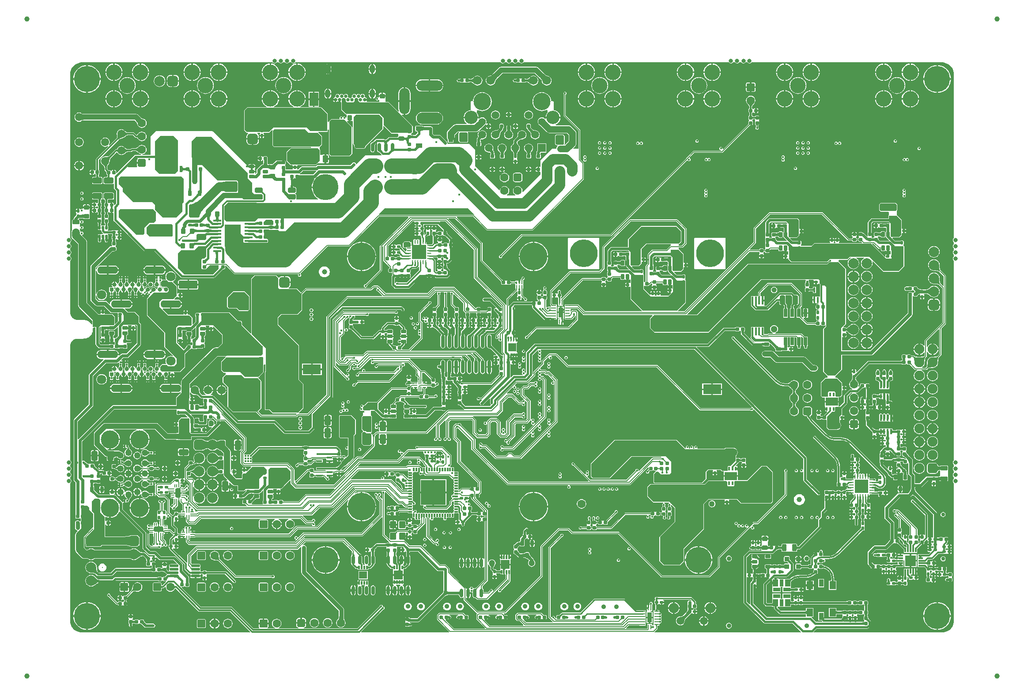
<source format=gbl>
G04*
G04 #@! TF.GenerationSoftware,Altium Limited,Altium Designer,19.1.6 (110)*
G04*
G04 Layer_Physical_Order=6*
G04 Layer_Color=16711680*
%FSLAX44Y44*%
%MOMM*%
G71*
G01*
G75*
%ADD10C,0.1000*%
%ADD11C,0.2500*%
%ADD12C,0.2000*%
%ADD13C,0.3000*%
%ADD14C,1.0000*%
%ADD16C,0.4000*%
%ADD18C,0.1500*%
G04:AMPARAMS|DCode=24|XSize=0.6mm|YSize=0.6mm|CornerRadius=0.06mm|HoleSize=0mm|Usage=FLASHONLY|Rotation=0.000|XOffset=0mm|YOffset=0mm|HoleType=Round|Shape=RoundedRectangle|*
%AMROUNDEDRECTD24*
21,1,0.6000,0.4800,0,0,0.0*
21,1,0.4800,0.6000,0,0,0.0*
1,1,0.1200,0.2400,-0.2400*
1,1,0.1200,-0.2400,-0.2400*
1,1,0.1200,-0.2400,0.2400*
1,1,0.1200,0.2400,0.2400*
%
%ADD24ROUNDEDRECTD24*%
G04:AMPARAMS|DCode=25|XSize=0.5mm|YSize=0.6mm|CornerRadius=0.05mm|HoleSize=0mm|Usage=FLASHONLY|Rotation=270.000|XOffset=0mm|YOffset=0mm|HoleType=Round|Shape=RoundedRectangle|*
%AMROUNDEDRECTD25*
21,1,0.5000,0.5000,0,0,270.0*
21,1,0.4000,0.6000,0,0,270.0*
1,1,0.1000,-0.2500,-0.2000*
1,1,0.1000,-0.2500,0.2000*
1,1,0.1000,0.2500,0.2000*
1,1,0.1000,0.2500,-0.2000*
%
%ADD25ROUNDEDRECTD25*%
%ADD27R,0.2000X0.8100*%
%ADD28R,0.2000X0.9100*%
G04:AMPARAMS|DCode=29|XSize=0.6mm|YSize=0.6mm|CornerRadius=0.06mm|HoleSize=0mm|Usage=FLASHONLY|Rotation=270.000|XOffset=0mm|YOffset=0mm|HoleType=Round|Shape=RoundedRectangle|*
%AMROUNDEDRECTD29*
21,1,0.6000,0.4800,0,0,270.0*
21,1,0.4800,0.6000,0,0,270.0*
1,1,0.1200,-0.2400,-0.2400*
1,1,0.1200,-0.2400,0.2400*
1,1,0.1200,0.2400,0.2400*
1,1,0.1200,0.2400,-0.2400*
%
%ADD29ROUNDEDRECTD29*%
%ADD31R,0.3000X0.3100*%
G04:AMPARAMS|DCode=32|XSize=1mm|YSize=0.9mm|CornerRadius=0.1125mm|HoleSize=0mm|Usage=FLASHONLY|Rotation=180.000|XOffset=0mm|YOffset=0mm|HoleType=Round|Shape=RoundedRectangle|*
%AMROUNDEDRECTD32*
21,1,1.0000,0.6750,0,0,180.0*
21,1,0.7750,0.9000,0,0,180.0*
1,1,0.2250,-0.3875,0.3375*
1,1,0.2250,0.3875,0.3375*
1,1,0.2250,0.3875,-0.3375*
1,1,0.2250,-0.3875,-0.3375*
%
%ADD32ROUNDEDRECTD32*%
G04:AMPARAMS|DCode=40|XSize=0.5mm|YSize=0.6mm|CornerRadius=0.05mm|HoleSize=0mm|Usage=FLASHONLY|Rotation=0.000|XOffset=0mm|YOffset=0mm|HoleType=Round|Shape=RoundedRectangle|*
%AMROUNDEDRECTD40*
21,1,0.5000,0.5000,0,0,0.0*
21,1,0.4000,0.6000,0,0,0.0*
1,1,0.1000,0.2000,-0.2500*
1,1,0.1000,-0.2000,-0.2500*
1,1,0.1000,-0.2000,0.2500*
1,1,0.1000,0.2000,0.2500*
%
%ADD40ROUNDEDRECTD40*%
%ADD64C,1.6000*%
%ADD67R,3.7000X1.6000*%
G04:AMPARAMS|DCode=70|XSize=1mm|YSize=0.9mm|CornerRadius=0.1125mm|HoleSize=0mm|Usage=FLASHONLY|Rotation=270.000|XOffset=0mm|YOffset=0mm|HoleType=Round|Shape=RoundedRectangle|*
%AMROUNDEDRECTD70*
21,1,1.0000,0.6750,0,0,270.0*
21,1,0.7750,0.9000,0,0,270.0*
1,1,0.2250,-0.3375,-0.3875*
1,1,0.2250,-0.3375,0.3875*
1,1,0.2250,0.3375,0.3875*
1,1,0.2250,0.3375,-0.3875*
%
%ADD70ROUNDEDRECTD70*%
G04:AMPARAMS|DCode=71|XSize=1.8mm|YSize=1.15mm|CornerRadius=0.1438mm|HoleSize=0mm|Usage=FLASHONLY|Rotation=180.000|XOffset=0mm|YOffset=0mm|HoleType=Round|Shape=RoundedRectangle|*
%AMROUNDEDRECTD71*
21,1,1.8000,0.8625,0,0,180.0*
21,1,1.5125,1.1500,0,0,180.0*
1,1,0.2875,-0.7563,0.4313*
1,1,0.2875,0.7563,0.4313*
1,1,0.2875,0.7563,-0.4313*
1,1,0.2875,-0.7563,-0.4313*
%
%ADD71ROUNDEDRECTD71*%
%ADD74R,0.3100X0.3000*%
G04:AMPARAMS|DCode=98|XSize=2.5mm|YSize=2mm|CornerRadius=0.25mm|HoleSize=0mm|Usage=FLASHONLY|Rotation=90.000|XOffset=0mm|YOffset=0mm|HoleType=Round|Shape=RoundedRectangle|*
%AMROUNDEDRECTD98*
21,1,2.5000,1.5000,0,0,90.0*
21,1,2.0000,2.0000,0,0,90.0*
1,1,0.5000,0.7500,1.0000*
1,1,0.5000,0.7500,-1.0000*
1,1,0.5000,-0.7500,-1.0000*
1,1,0.5000,-0.7500,1.0000*
%
%ADD98ROUNDEDRECTD98*%
%ADD99R,3.5000X1.9000*%
G04:AMPARAMS|DCode=100|XSize=0.6mm|YSize=0.7mm|CornerRadius=0.075mm|HoleSize=0mm|Usage=FLASHONLY|Rotation=270.000|XOffset=0mm|YOffset=0mm|HoleType=Round|Shape=RoundedRectangle|*
%AMROUNDEDRECTD100*
21,1,0.6000,0.5500,0,0,270.0*
21,1,0.4500,0.7000,0,0,270.0*
1,1,0.1500,-0.2750,-0.2250*
1,1,0.1500,-0.2750,0.2250*
1,1,0.1500,0.2750,0.2250*
1,1,0.1500,0.2750,-0.2250*
%
%ADD100ROUNDEDRECTD100*%
G04:AMPARAMS|DCode=105|XSize=1.4mm|YSize=1mm|CornerRadius=0.125mm|HoleSize=0mm|Usage=FLASHONLY|Rotation=90.000|XOffset=0mm|YOffset=0mm|HoleType=Round|Shape=RoundedRectangle|*
%AMROUNDEDRECTD105*
21,1,1.4000,0.7500,0,0,90.0*
21,1,1.1500,1.0000,0,0,90.0*
1,1,0.2500,0.3750,0.5750*
1,1,0.2500,0.3750,-0.5750*
1,1,0.2500,-0.3750,-0.5750*
1,1,0.2500,-0.3750,0.5750*
%
%ADD105ROUNDEDRECTD105*%
%ADD191R,2.5000X2.5000*%
%ADD193C,1.2500*%
%ADD197C,1.1000*%
%ADD202C,1.5080*%
%ADD210C,0.7500*%
%ADD211C,1.3000*%
%ADD219C,0.9000*%
%ADD221C,1.9000*%
%ADD225C,1.0000*%
%ADD228C,0.3250*%
%ADD229C,1.5000*%
%ADD230C,0.7000*%
%ADD231C,0.6000*%
%ADD232C,0.5000*%
%ADD233C,0.3500*%
%ADD234C,0.8000*%
G04:AMPARAMS|DCode=236|XSize=1.6mm|YSize=1.6mm|CornerRadius=0.4mm|HoleSize=0mm|Usage=FLASHONLY|Rotation=0.000|XOffset=0mm|YOffset=0mm|HoleType=Round|Shape=RoundedRectangle|*
%AMROUNDEDRECTD236*
21,1,1.6000,0.8000,0,0,0.0*
21,1,0.8000,1.6000,0,0,0.0*
1,1,0.8000,0.4000,-0.4000*
1,1,0.8000,-0.4000,-0.4000*
1,1,0.8000,-0.4000,0.4000*
1,1,0.8000,0.4000,0.4000*
%
%ADD236ROUNDEDRECTD236*%
%ADD237C,3.5000*%
%ADD238C,2.0000*%
%ADD239C,5.3000*%
G04:AMPARAMS|DCode=240|XSize=1.524mm|YSize=1.524mm|CornerRadius=0.1905mm|HoleSize=0mm|Usage=FLASHONLY|Rotation=90.000|XOffset=0mm|YOffset=0mm|HoleType=Round|Shape=RoundedRectangle|*
%AMROUNDEDRECTD240*
21,1,1.5240,1.1430,0,0,90.0*
21,1,1.1430,1.5240,0,0,90.0*
1,1,0.3810,0.5715,0.5715*
1,1,0.3810,0.5715,-0.5715*
1,1,0.3810,-0.5715,-0.5715*
1,1,0.3810,-0.5715,0.5715*
%
%ADD240ROUNDEDRECTD240*%
%ADD241C,1.6800*%
%ADD242C,1.4080*%
%ADD243R,1.5080X1.5080*%
%ADD244C,2.5500*%
%ADD245C,3.3500*%
%ADD246C,1.5500*%
%ADD247O,2.0000X5.0000*%
%ADD248O,5.0000X2.2000*%
%ADD249O,5.0000X2.0000*%
%ADD250C,1.2000*%
%ADD251C,5.0000*%
%ADD252O,1.0000X1.6000*%
%ADD253C,0.6500*%
%ADD254C,1.9500*%
G04:AMPARAMS|DCode=255|XSize=2mm|YSize=2mm|CornerRadius=0.5mm|HoleSize=0mm|Usage=FLASHONLY|Rotation=270.000|XOffset=0mm|YOffset=0mm|HoleType=Round|Shape=RoundedRectangle|*
%AMROUNDEDRECTD255*
21,1,2.0000,1.0000,0,0,270.0*
21,1,1.0000,2.0000,0,0,270.0*
1,1,1.0000,-0.5000,-0.5000*
1,1,1.0000,-0.5000,0.5000*
1,1,1.0000,0.5000,0.5000*
1,1,1.0000,0.5000,-0.5000*
%
%ADD255ROUNDEDRECTD255*%
G04:AMPARAMS|DCode=256|XSize=1.6mm|YSize=1.6mm|CornerRadius=0.4mm|HoleSize=0mm|Usage=FLASHONLY|Rotation=90.000|XOffset=0mm|YOffset=0mm|HoleType=Round|Shape=RoundedRectangle|*
%AMROUNDEDRECTD256*
21,1,1.6000,0.8000,0,0,90.0*
21,1,0.8000,1.6000,0,0,90.0*
1,1,0.8000,0.4000,0.4000*
1,1,0.8000,0.4000,-0.4000*
1,1,0.8000,-0.4000,-0.4000*
1,1,0.8000,-0.4000,0.4000*
%
%ADD256ROUNDEDRECTD256*%
%ADD257O,4.0000X1.4000*%
%ADD258C,0.8000*%
%ADD259R,0.8000X0.8000*%
%ADD260C,1.8000*%
%ADD261C,3.0000*%
%ADD262C,0.2500*%
G04:AMPARAMS|DCode=263|XSize=1.9mm|YSize=1.9mm|CornerRadius=0.475mm|HoleSize=0mm|Usage=FLASHONLY|Rotation=90.000|XOffset=0mm|YOffset=0mm|HoleType=Round|Shape=RoundedRectangle|*
%AMROUNDEDRECTD263*
21,1,1.9000,0.9500,0,0,90.0*
21,1,0.9500,1.9000,0,0,90.0*
1,1,0.9500,0.4750,0.4750*
1,1,0.9500,0.4750,-0.4750*
1,1,0.9500,-0.4750,-0.4750*
1,1,0.9500,-0.4750,0.4750*
%
%ADD263ROUNDEDRECTD263*%
G04:AMPARAMS|DCode=264|XSize=1.524mm|YSize=1.524mm|CornerRadius=0.1905mm|HoleSize=0mm|Usage=FLASHONLY|Rotation=0.000|XOffset=0mm|YOffset=0mm|HoleType=Round|Shape=RoundedRectangle|*
%AMROUNDEDRECTD264*
21,1,1.5240,1.1430,0,0,0.0*
21,1,1.1430,1.5240,0,0,0.0*
1,1,0.3810,0.5715,-0.5715*
1,1,0.3810,-0.5715,-0.5715*
1,1,0.3810,-0.5715,0.5715*
1,1,0.3810,0.5715,0.5715*
%
%ADD264ROUNDEDRECTD264*%
G04:AMPARAMS|DCode=265|XSize=2mm|YSize=2mm|CornerRadius=0.5mm|HoleSize=0mm|Usage=FLASHONLY|Rotation=180.000|XOffset=0mm|YOffset=0mm|HoleType=Round|Shape=RoundedRectangle|*
%AMROUNDEDRECTD265*
21,1,2.0000,1.0000,0,0,180.0*
21,1,1.0000,2.0000,0,0,180.0*
1,1,1.0000,-0.5000,0.5000*
1,1,1.0000,0.5000,0.5000*
1,1,1.0000,0.5000,-0.5000*
1,1,1.0000,-0.5000,-0.5000*
%
%ADD265ROUNDEDRECTD265*%
%ADD266C,0.4000*%
%ADD267C,0.5000*%
%ADD268C,1.5000*%
%ADD270C,2.0000*%
%ADD271C,1.3000*%
%ADD272C,1.7000*%
%ADD273R,0.7700X0.2000*%
G04:AMPARAMS|DCode=274|XSize=0.6mm|YSize=0.2mm|CornerRadius=0.075mm|HoleSize=0mm|Usage=FLASHONLY|Rotation=90.000|XOffset=0mm|YOffset=0mm|HoleType=Round|Shape=RoundedRectangle|*
%AMROUNDEDRECTD274*
21,1,0.6000,0.0500,0,0,90.0*
21,1,0.4500,0.2000,0,0,90.0*
1,1,0.1500,0.0250,0.2250*
1,1,0.1500,0.0250,-0.2250*
1,1,0.1500,-0.0250,-0.2250*
1,1,0.1500,-0.0250,0.2250*
%
%ADD274ROUNDEDRECTD274*%
G04:AMPARAMS|DCode=275|XSize=0.6mm|YSize=0.2mm|CornerRadius=0.05mm|HoleSize=0mm|Usage=FLASHONLY|Rotation=180.000|XOffset=0mm|YOffset=0mm|HoleType=Round|Shape=RoundedRectangle|*
%AMROUNDEDRECTD275*
21,1,0.6000,0.1000,0,0,180.0*
21,1,0.5000,0.2000,0,0,180.0*
1,1,0.1000,-0.2500,0.0500*
1,1,0.1000,0.2500,0.0500*
1,1,0.1000,0.2500,-0.0500*
1,1,0.1000,-0.2500,-0.0500*
%
%ADD275ROUNDEDRECTD275*%
G04:AMPARAMS|DCode=276|XSize=0.6mm|YSize=0.2mm|CornerRadius=0.075mm|HoleSize=0mm|Usage=FLASHONLY|Rotation=180.000|XOffset=0mm|YOffset=0mm|HoleType=Round|Shape=RoundedRectangle|*
%AMROUNDEDRECTD276*
21,1,0.6000,0.0500,0,0,180.0*
21,1,0.4500,0.2000,0,0,180.0*
1,1,0.1500,-0.2250,0.0250*
1,1,0.1500,0.2250,0.0250*
1,1,0.1500,0.2250,-0.0250*
1,1,0.1500,-0.2250,-0.0250*
%
%ADD276ROUNDEDRECTD276*%
G04:AMPARAMS|DCode=277|XSize=0.2mm|YSize=0.6mm|CornerRadius=0.075mm|HoleSize=0mm|Usage=FLASHONLY|Rotation=180.000|XOffset=0mm|YOffset=0mm|HoleType=Round|Shape=RoundedRectangle|*
%AMROUNDEDRECTD277*
21,1,0.2000,0.4500,0,0,180.0*
21,1,0.0500,0.6000,0,0,180.0*
1,1,0.1500,-0.0250,0.2250*
1,1,0.1500,0.0250,0.2250*
1,1,0.1500,0.0250,-0.2250*
1,1,0.1500,-0.0250,-0.2250*
%
%ADD277ROUNDEDRECTD277*%
G04:AMPARAMS|DCode=278|XSize=1mm|YSize=1.8mm|CornerRadius=0.25mm|HoleSize=0mm|Usage=FLASHONLY|Rotation=180.000|XOffset=0mm|YOffset=0mm|HoleType=Round|Shape=RoundedRectangle|*
%AMROUNDEDRECTD278*
21,1,1.0000,1.3000,0,0,180.0*
21,1,0.5000,1.8000,0,0,180.0*
1,1,0.5000,-0.2500,0.6500*
1,1,0.5000,0.2500,0.6500*
1,1,0.5000,0.2500,-0.6500*
1,1,0.5000,-0.2500,-0.6500*
%
%ADD278ROUNDEDRECTD278*%
G04:AMPARAMS|DCode=279|XSize=0.2mm|YSize=0.6mm|CornerRadius=0.075mm|HoleSize=0mm|Usage=FLASHONLY|Rotation=90.000|XOffset=0mm|YOffset=0mm|HoleType=Round|Shape=RoundedRectangle|*
%AMROUNDEDRECTD279*
21,1,0.2000,0.4500,0,0,90.0*
21,1,0.0500,0.6000,0,0,90.0*
1,1,0.1500,0.2250,0.0250*
1,1,0.1500,0.2250,-0.0250*
1,1,0.1500,-0.2250,-0.0250*
1,1,0.1500,-0.2250,0.0250*
%
%ADD279ROUNDEDRECTD279*%
G04:AMPARAMS|DCode=280|XSize=1mm|YSize=1.8mm|CornerRadius=0.25mm|HoleSize=0mm|Usage=FLASHONLY|Rotation=90.000|XOffset=0mm|YOffset=0mm|HoleType=Round|Shape=RoundedRectangle|*
%AMROUNDEDRECTD280*
21,1,1.0000,1.3000,0,0,90.0*
21,1,0.5000,1.8000,0,0,90.0*
1,1,0.5000,0.6500,0.2500*
1,1,0.5000,0.6500,-0.2500*
1,1,0.5000,-0.6500,-0.2500*
1,1,0.5000,-0.6500,0.2500*
%
%ADD280ROUNDEDRECTD280*%
G04:AMPARAMS|DCode=281|XSize=0.6mm|YSize=0.2mm|CornerRadius=0.05mm|HoleSize=0mm|Usage=FLASHONLY|Rotation=90.000|XOffset=0mm|YOffset=0mm|HoleType=Round|Shape=RoundedRectangle|*
%AMROUNDEDRECTD281*
21,1,0.6000,0.1000,0,0,90.0*
21,1,0.5000,0.2000,0,0,90.0*
1,1,0.1000,0.0500,0.2500*
1,1,0.1000,0.0500,-0.2500*
1,1,0.1000,-0.0500,-0.2500*
1,1,0.1000,-0.0500,0.2500*
%
%ADD281ROUNDEDRECTD281*%
%ADD282R,0.7500X0.2200*%
%ADD283R,0.2200X0.8100*%
%ADD284R,0.2200X0.9100*%
%ADD285R,0.2500X0.5250*%
G04:AMPARAMS|DCode=286|XSize=0.31mm|YSize=0.3mm|CornerRadius=0mm|HoleSize=0mm|Usage=FLASHONLY|Rotation=225.000|XOffset=0mm|YOffset=0mm|HoleType=Round|Shape=Rectangle|*
%AMROTATEDRECTD286*
4,1,4,0.0035,0.2157,0.2157,0.0035,-0.0035,-0.2157,-0.2157,-0.0035,0.0035,0.2157,0.0*
%
%ADD286ROTATEDRECTD286*%

G04:AMPARAMS|DCode=287|XSize=0.6mm|YSize=0.7mm|CornerRadius=0.075mm|HoleSize=0mm|Usage=FLASHONLY|Rotation=0.000|XOffset=0mm|YOffset=0mm|HoleType=Round|Shape=RoundedRectangle|*
%AMROUNDEDRECTD287*
21,1,0.6000,0.5500,0,0,0.0*
21,1,0.4500,0.7000,0,0,0.0*
1,1,0.1500,0.2250,-0.2750*
1,1,0.1500,-0.2250,-0.2750*
1,1,0.1500,-0.2250,0.2750*
1,1,0.1500,0.2250,0.2750*
%
%ADD287ROUNDEDRECTD287*%
G04:AMPARAMS|DCode=288|XSize=1.7mm|YSize=0.45mm|CornerRadius=0.1125mm|HoleSize=0mm|Usage=FLASHONLY|Rotation=180.000|XOffset=0mm|YOffset=0mm|HoleType=Round|Shape=RoundedRectangle|*
%AMROUNDEDRECTD288*
21,1,1.7000,0.2250,0,0,180.0*
21,1,1.4750,0.4500,0,0,180.0*
1,1,0.2250,-0.7375,0.1125*
1,1,0.2250,0.7375,0.1125*
1,1,0.2250,0.7375,-0.1125*
1,1,0.2250,-0.7375,-0.1125*
%
%ADD288ROUNDEDRECTD288*%
G04:AMPARAMS|DCode=289|XSize=1.8mm|YSize=1.15mm|CornerRadius=0.1438mm|HoleSize=0mm|Usage=FLASHONLY|Rotation=270.000|XOffset=0mm|YOffset=0mm|HoleType=Round|Shape=RoundedRectangle|*
%AMROUNDEDRECTD289*
21,1,1.8000,0.8625,0,0,270.0*
21,1,1.5125,1.1500,0,0,270.0*
1,1,0.2875,-0.4313,-0.7563*
1,1,0.2875,-0.4313,0.7563*
1,1,0.2875,0.4313,0.7563*
1,1,0.2875,0.4313,-0.7563*
%
%ADD289ROUNDEDRECTD289*%
%ADD290R,0.3500X1.5000*%
G04:AMPARAMS|DCode=291|XSize=0.6mm|YSize=1mm|CornerRadius=0.075mm|HoleSize=0mm|Usage=FLASHONLY|Rotation=0.000|XOffset=0mm|YOffset=0mm|HoleType=Round|Shape=RoundedRectangle|*
%AMROUNDEDRECTD291*
21,1,0.6000,0.8500,0,0,0.0*
21,1,0.4500,1.0000,0,0,0.0*
1,1,0.1500,0.2250,-0.4250*
1,1,0.1500,-0.2250,-0.4250*
1,1,0.1500,-0.2250,0.4250*
1,1,0.1500,0.2250,0.4250*
%
%ADD291ROUNDEDRECTD291*%
G04:AMPARAMS|DCode=292|XSize=2.5mm|YSize=2mm|CornerRadius=0.25mm|HoleSize=0mm|Usage=FLASHONLY|Rotation=180.000|XOffset=0mm|YOffset=0mm|HoleType=Round|Shape=RoundedRectangle|*
%AMROUNDEDRECTD292*
21,1,2.5000,1.5000,0,0,180.0*
21,1,2.0000,2.0000,0,0,180.0*
1,1,0.5000,-1.0000,0.7500*
1,1,0.5000,1.0000,0.7500*
1,1,0.5000,1.0000,-0.7500*
1,1,0.5000,-1.0000,-0.7500*
%
%ADD292ROUNDEDRECTD292*%
G04:AMPARAMS|DCode=293|XSize=1.3mm|YSize=0.8mm|CornerRadius=0.1mm|HoleSize=0mm|Usage=FLASHONLY|Rotation=90.000|XOffset=0mm|YOffset=0mm|HoleType=Round|Shape=RoundedRectangle|*
%AMROUNDEDRECTD293*
21,1,1.3000,0.6000,0,0,90.0*
21,1,1.1000,0.8000,0,0,90.0*
1,1,0.2000,0.3000,0.5500*
1,1,0.2000,0.3000,-0.5500*
1,1,0.2000,-0.3000,-0.5500*
1,1,0.2000,-0.3000,0.5500*
%
%ADD293ROUNDEDRECTD293*%
G04:AMPARAMS|DCode=294|XSize=0.6mm|YSize=1mm|CornerRadius=0.075mm|HoleSize=0mm|Usage=FLASHONLY|Rotation=90.000|XOffset=0mm|YOffset=0mm|HoleType=Round|Shape=RoundedRectangle|*
%AMROUNDEDRECTD294*
21,1,0.6000,0.8500,0,0,90.0*
21,1,0.4500,1.0000,0,0,90.0*
1,1,0.1500,0.4250,0.2250*
1,1,0.1500,0.4250,-0.2250*
1,1,0.1500,-0.4250,-0.2250*
1,1,0.1500,-0.4250,0.2250*
%
%ADD294ROUNDEDRECTD294*%
G04:AMPARAMS|DCode=295|XSize=1.4mm|YSize=1.2mm|CornerRadius=0.15mm|HoleSize=0mm|Usage=FLASHONLY|Rotation=270.000|XOffset=0mm|YOffset=0mm|HoleType=Round|Shape=RoundedRectangle|*
%AMROUNDEDRECTD295*
21,1,1.4000,0.9000,0,0,270.0*
21,1,1.1000,1.2000,0,0,270.0*
1,1,0.3000,-0.4500,-0.5500*
1,1,0.3000,-0.4500,0.5500*
1,1,0.3000,0.4500,0.5500*
1,1,0.3000,0.4500,-0.5500*
%
%ADD295ROUNDEDRECTD295*%
%ADD296O,0.6000X1.7000*%
%ADD297R,1.7000X1.7000*%
%ADD298R,0.3000X0.6500*%
G04:AMPARAMS|DCode=299|XSize=0.3mm|YSize=0.7mm|CornerRadius=0.075mm|HoleSize=0mm|Usage=FLASHONLY|Rotation=270.000|XOffset=0mm|YOffset=0mm|HoleType=Round|Shape=RoundedRectangle|*
%AMROUNDEDRECTD299*
21,1,0.3000,0.5500,0,0,270.0*
21,1,0.1500,0.7000,0,0,270.0*
1,1,0.1500,-0.2750,-0.0750*
1,1,0.1500,-0.2750,0.0750*
1,1,0.1500,0.2750,0.0750*
1,1,0.1500,0.2750,-0.0750*
%
%ADD299ROUNDEDRECTD299*%
G04:AMPARAMS|DCode=300|XSize=0.3mm|YSize=0.7mm|CornerRadius=0.075mm|HoleSize=0mm|Usage=FLASHONLY|Rotation=0.000|XOffset=0mm|YOffset=0mm|HoleType=Round|Shape=RoundedRectangle|*
%AMROUNDEDRECTD300*
21,1,0.3000,0.5500,0,0,0.0*
21,1,0.1500,0.7000,0,0,0.0*
1,1,0.1500,0.0750,-0.2750*
1,1,0.1500,-0.0750,-0.2750*
1,1,0.1500,-0.0750,0.2750*
1,1,0.1500,0.0750,0.2750*
%
%ADD300ROUNDEDRECTD300*%
%ADD301R,4.7000X4.7000*%
%ADD302R,0.3000X0.7000*%
%ADD303R,1.6000X1.4000*%
G04:AMPARAMS|DCode=304|XSize=1.6mm|YSize=3.65mm|CornerRadius=0.4mm|HoleSize=0mm|Usage=FLASHONLY|Rotation=90.000|XOffset=0mm|YOffset=0mm|HoleType=Round|Shape=RoundedRectangle|*
%AMROUNDEDRECTD304*
21,1,1.6000,2.8500,0,0,90.0*
21,1,0.8000,3.6500,0,0,90.0*
1,1,0.8000,1.4250,0.4000*
1,1,0.8000,1.4250,-0.4000*
1,1,0.8000,-1.4250,-0.4000*
1,1,0.8000,-1.4250,0.4000*
%
%ADD304ROUNDEDRECTD304*%
G04:AMPARAMS|DCode=305|XSize=1mm|YSize=1.5mm|CornerRadius=0.25mm|HoleSize=0mm|Usage=FLASHONLY|Rotation=90.000|XOffset=0mm|YOffset=0mm|HoleType=Round|Shape=RoundedRectangle|*
%AMROUNDEDRECTD305*
21,1,1.0000,1.0000,0,0,90.0*
21,1,0.5000,1.5000,0,0,90.0*
1,1,0.5000,0.5000,0.2500*
1,1,0.5000,0.5000,-0.2500*
1,1,0.5000,-0.5000,-0.2500*
1,1,0.5000,-0.5000,0.2500*
%
%ADD305ROUNDEDRECTD305*%
G04:AMPARAMS|DCode=306|XSize=3.6mm|YSize=1.5mm|CornerRadius=0.1875mm|HoleSize=0mm|Usage=FLASHONLY|Rotation=0.000|XOffset=0mm|YOffset=0mm|HoleType=Round|Shape=RoundedRectangle|*
%AMROUNDEDRECTD306*
21,1,3.6000,1.1250,0,0,0.0*
21,1,3.2250,1.5000,0,0,0.0*
1,1,0.3750,1.6125,-0.5625*
1,1,0.3750,-1.6125,-0.5625*
1,1,0.3750,-1.6125,0.5625*
1,1,0.3750,1.6125,0.5625*
%
%ADD306ROUNDEDRECTD306*%
G04:AMPARAMS|DCode=307|XSize=0.45mm|YSize=0.7mm|CornerRadius=0.0563mm|HoleSize=0mm|Usage=FLASHONLY|Rotation=180.000|XOffset=0mm|YOffset=0mm|HoleType=Round|Shape=RoundedRectangle|*
%AMROUNDEDRECTD307*
21,1,0.4500,0.5875,0,0,180.0*
21,1,0.3375,0.7000,0,0,180.0*
1,1,0.1125,-0.1688,0.2938*
1,1,0.1125,0.1688,0.2938*
1,1,0.1125,0.1688,-0.2938*
1,1,0.1125,-0.1688,-0.2938*
%
%ADD307ROUNDEDRECTD307*%
%ADD308O,0.2500X0.9000*%
%ADD309O,0.9000X0.2500*%
%ADD310R,0.4000X1.0000*%
%ADD311R,2.1000X2.1000*%
%ADD312R,0.8500X0.3000*%
%ADD313R,0.3000X0.8500*%
%ADD314R,0.4000X0.8500*%
%ADD315R,2.3500X1.6000*%
%ADD316R,0.3000X0.7000*%
G04:AMPARAMS|DCode=317|XSize=1.6mm|YSize=3.65mm|CornerRadius=0.4mm|HoleSize=0mm|Usage=FLASHONLY|Rotation=180.000|XOffset=0mm|YOffset=0mm|HoleType=Round|Shape=RoundedRectangle|*
%AMROUNDEDRECTD317*
21,1,1.6000,2.8500,0,0,180.0*
21,1,0.8000,3.6500,0,0,180.0*
1,1,0.8000,-0.4000,1.4250*
1,1,0.8000,0.4000,1.4250*
1,1,0.8000,0.4000,-1.4250*
1,1,0.8000,-0.4000,-1.4250*
%
%ADD317ROUNDEDRECTD317*%
%ADD318R,1.7000X2.5000*%
G04:AMPARAMS|DCode=319|XSize=1.7mm|YSize=2mm|CornerRadius=0.425mm|HoleSize=0mm|Usage=FLASHONLY|Rotation=90.000|XOffset=0mm|YOffset=0mm|HoleType=Round|Shape=RoundedRectangle|*
%AMROUNDEDRECTD319*
21,1,1.7000,1.1500,0,0,90.0*
21,1,0.8500,2.0000,0,0,90.0*
1,1,0.8500,0.5750,0.4250*
1,1,0.8500,0.5750,-0.4250*
1,1,0.8500,-0.5750,-0.4250*
1,1,0.8500,-0.5750,0.4250*
%
%ADD319ROUNDEDRECTD319*%
%ADD320R,1.2000X1.5000*%
%ADD321R,0.9000X1.4000*%
%ADD322R,0.7000X1.3500*%
%ADD323R,1.3500X0.7000*%
%ADD324R,1.0000X1.3500*%
G04:AMPARAMS|DCode=325|XSize=0.9mm|YSize=0.9mm|CornerRadius=0.1125mm|HoleSize=0mm|Usage=FLASHONLY|Rotation=0.000|XOffset=0mm|YOffset=0mm|HoleType=Round|Shape=RoundedRectangle|*
%AMROUNDEDRECTD325*
21,1,0.9000,0.6750,0,0,0.0*
21,1,0.6750,0.9000,0,0,0.0*
1,1,0.2250,0.3375,-0.3375*
1,1,0.2250,-0.3375,-0.3375*
1,1,0.2250,-0.3375,0.3375*
1,1,0.2250,0.3375,0.3375*
%
%ADD325ROUNDEDRECTD325*%
%ADD326R,1.6000X1.6000*%
%ADD327R,0.2500X0.6250*%
%ADD328R,0.9000X1.8400*%
G04:AMPARAMS|DCode=329|XSize=1.22mm|YSize=0.91mm|CornerRadius=0.1138mm|HoleSize=0mm|Usage=FLASHONLY|Rotation=180.000|XOffset=0mm|YOffset=0mm|HoleType=Round|Shape=RoundedRectangle|*
%AMROUNDEDRECTD329*
21,1,1.2200,0.6825,0,0,180.0*
21,1,0.9925,0.9100,0,0,180.0*
1,1,0.2275,-0.4963,0.3413*
1,1,0.2275,0.4963,0.3413*
1,1,0.2275,0.4963,-0.3413*
1,1,0.2275,-0.4963,-0.3413*
%
%ADD329ROUNDEDRECTD329*%
%ADD330R,0.2500X0.9000*%
%ADD331R,0.9000X0.2500*%
%ADD332R,0.9000X1.9000*%
%ADD333O,0.7000X2.5000*%
%ADD334R,3.1000X4.3000*%
%ADD335R,1.6000X0.3600*%
%ADD336R,0.6500X1.5250*%
%ADD337R,0.3600X1.0000*%
%ADD338R,0.2550X0.5000*%
%ADD339R,0.6100X1.2700*%
%ADD340R,0.6100X0.7700*%
%ADD341R,3.9100X3.7500*%
G04:AMPARAMS|DCode=342|XSize=0.2393mm|YSize=0.7811mm|CornerRadius=0.0598mm|HoleSize=0mm|Usage=FLASHONLY|Rotation=180.000|XOffset=0mm|YOffset=0mm|HoleType=Round|Shape=RoundedRectangle|*
%AMROUNDEDRECTD342*
21,1,0.2393,0.6614,0,0,180.0*
21,1,0.1196,0.7811,0,0,180.0*
1,1,0.1196,-0.0598,0.3307*
1,1,0.1196,0.0598,0.3307*
1,1,0.1196,0.0598,-0.3307*
1,1,0.1196,-0.0598,-0.3307*
%
%ADD342ROUNDEDRECTD342*%
G04:AMPARAMS|DCode=343|XSize=0.7811mm|YSize=0.2393mm|CornerRadius=0.0598mm|HoleSize=0mm|Usage=FLASHONLY|Rotation=180.000|XOffset=0mm|YOffset=0mm|HoleType=Round|Shape=RoundedRectangle|*
%AMROUNDEDRECTD343*
21,1,0.7811,0.1196,0,0,180.0*
21,1,0.6614,0.2393,0,0,180.0*
1,1,0.1196,-0.3307,0.0598*
1,1,0.1196,0.3307,0.0598*
1,1,0.1196,0.3307,-0.0598*
1,1,0.1196,-0.3307,-0.0598*
%
%ADD343ROUNDEDRECTD343*%
%ADD344R,0.7811X0.2393*%
%ADD345R,2.7000X2.7000*%
G04:AMPARAMS|DCode=346|XSize=1.3mm|YSize=0.8mm|CornerRadius=0.1mm|HoleSize=0mm|Usage=FLASHONLY|Rotation=180.000|XOffset=0mm|YOffset=0mm|HoleType=Round|Shape=RoundedRectangle|*
%AMROUNDEDRECTD346*
21,1,1.3000,0.6000,0,0,180.0*
21,1,1.1000,0.8000,0,0,180.0*
1,1,0.2000,-0.5500,0.3000*
1,1,0.2000,0.5500,0.3000*
1,1,0.2000,0.5500,-0.3000*
1,1,0.2000,-0.5500,-0.3000*
%
%ADD346ROUNDEDRECTD346*%
%ADD347R,1.0000X0.3600*%
%ADD348C,1.2000*%
%ADD349C,3.0000*%
G36*
X1681117Y1096083D02*
X1685183Y1094399D01*
X1688842Y1091954D01*
X1691954Y1088842D01*
X1694399Y1085183D01*
X1696083Y1081117D01*
X1696941Y1076800D01*
Y1074600D01*
X1696941Y767500D01*
Y760220D01*
X1696395Y759855D01*
X1695290Y758201D01*
X1694902Y756250D01*
X1695290Y754299D01*
X1696395Y752645D01*
X1696941Y752280D01*
Y748470D01*
X1696395Y748105D01*
X1695290Y746451D01*
X1694902Y744500D01*
X1695290Y742549D01*
X1696395Y740895D01*
X1696941Y740530D01*
X1696941Y736470D01*
X1696395Y736105D01*
X1695290Y734451D01*
X1694902Y732500D01*
X1695290Y730549D01*
X1696395Y728895D01*
X1696941Y728530D01*
Y724470D01*
X1696395Y724105D01*
X1695290Y722451D01*
X1694902Y720500D01*
X1695290Y718549D01*
X1696395Y716895D01*
X1696941Y716530D01*
Y709250D01*
X1696942Y340750D01*
X1696942Y333470D01*
X1696395Y333105D01*
X1695290Y331451D01*
X1694902Y329500D01*
X1695290Y327549D01*
X1696395Y325895D01*
X1696942Y325530D01*
X1696941Y321470D01*
X1696395Y321105D01*
X1695290Y319451D01*
X1694902Y317500D01*
X1695290Y315549D01*
X1696395Y313895D01*
X1696941Y313530D01*
X1696941Y309470D01*
X1696395Y309105D01*
X1695290Y307451D01*
X1694902Y305500D01*
X1695290Y303549D01*
X1696395Y301895D01*
X1696941Y301530D01*
X1696941Y297720D01*
X1696395Y297355D01*
X1695290Y295701D01*
X1694902Y293750D01*
X1695290Y291799D01*
X1696395Y290145D01*
X1696941Y289780D01*
X1696941Y282500D01*
Y25400D01*
Y23200D01*
X1696083Y18883D01*
X1694399Y14817D01*
X1691954Y11158D01*
X1688842Y8046D01*
X1685183Y5601D01*
X1681117Y3917D01*
X1676800Y3059D01*
X1428181D01*
X1427654Y4329D01*
X1433767Y10441D01*
X1531141D01*
X1531141Y10441D01*
X1532312Y10674D01*
X1533304Y11337D01*
X1537163Y15196D01*
X1537826Y16188D01*
X1538059Y17359D01*
Y24050D01*
X1537826Y25221D01*
X1537163Y26213D01*
X1535049Y28327D01*
X1535028Y28381D01*
X1534510Y28924D01*
X1534067Y29438D01*
X1533683Y29940D01*
X1533355Y30429D01*
X1533084Y30902D01*
X1532868Y31361D01*
X1532704Y31804D01*
X1532589Y32232D01*
X1532522Y32646D01*
X1532497Y33109D01*
X1532365Y33385D01*
X1532307Y33674D01*
X1532293Y33695D01*
X1532296Y33706D01*
X1532120Y33964D01*
X1532001Y34251D01*
X1531900Y34293D01*
X1531875Y34325D01*
X1531830Y34390D01*
X1531807Y34435D01*
X1531741Y34625D01*
X1531670Y34920D01*
X1531610Y35284D01*
X1531540Y36268D01*
X1531554Y36531D01*
X1531606Y36994D01*
X1531670Y37380D01*
X1531741Y37675D01*
X1531807Y37866D01*
X1531830Y37910D01*
X1531875Y37975D01*
X1531900Y38007D01*
X1532001Y38049D01*
X1532120Y38336D01*
X1532296Y38594D01*
X1532293Y38605D01*
X1532307Y38626D01*
X1532431Y39250D01*
Y44050D01*
X1532307Y44674D01*
X1532293Y44695D01*
X1532296Y44706D01*
X1532120Y44964D01*
X1532001Y45251D01*
X1531900Y45293D01*
X1531875Y45325D01*
X1531830Y45390D01*
X1531807Y45435D01*
X1531741Y45625D01*
X1531670Y45919D01*
X1531610Y46284D01*
X1531490Y47979D01*
X1531482Y48679D01*
X1531459Y48734D01*
Y52909D01*
X1531482Y52963D01*
X1531509Y54348D01*
X1531587Y55410D01*
X1531640Y55799D01*
X1531700Y56104D01*
X1531757Y56302D01*
X1531787Y56372D01*
X1531851Y56399D01*
X1531978Y56705D01*
X1532006Y56749D01*
X1532157Y56976D01*
X1532281Y57600D01*
Y62400D01*
X1532157Y63024D01*
X1531803Y63554D01*
X1531274Y63907D01*
X1530650Y64031D01*
X1525850D01*
X1525226Y63907D01*
X1524696Y63554D01*
X1524661Y63500D01*
X1521839Y63500D01*
X1521804Y63554D01*
X1521274Y63907D01*
X1520650Y64031D01*
X1515850D01*
X1515226Y63907D01*
X1515205Y63893D01*
X1515194Y63896D01*
X1514936Y63720D01*
X1514649Y63601D01*
X1514607Y63500D01*
X1514575Y63474D01*
X1514510Y63430D01*
X1514465Y63407D01*
X1514275Y63341D01*
X1513981Y63270D01*
X1513616Y63210D01*
X1512524Y63133D01*
X1512119Y63154D01*
X1511656Y63206D01*
X1511269Y63270D01*
X1510975Y63341D01*
X1510784Y63407D01*
X1510740Y63430D01*
X1510675Y63474D01*
X1510643Y63500D01*
X1510601Y63601D01*
X1510314Y63720D01*
X1510056Y63896D01*
X1510045Y63893D01*
X1510024Y63907D01*
X1509400Y64031D01*
X1504600D01*
X1503976Y63907D01*
X1503446Y63554D01*
X1503411Y63500D01*
X1500589D01*
X1500553Y63554D01*
X1500024Y63907D01*
X1499400Y64031D01*
X1494600D01*
X1493976Y63907D01*
X1493955Y63893D01*
X1493944Y63896D01*
X1493686Y63720D01*
X1493399Y63601D01*
X1493357Y63500D01*
X1493325Y63475D01*
X1493260Y63430D01*
X1493215Y63407D01*
X1493025Y63341D01*
X1492731Y63271D01*
X1492366Y63210D01*
X1490671Y63090D01*
X1489971Y63082D01*
X1489916Y63059D01*
X1410326D01*
X1410271Y63082D01*
X1409570Y63091D01*
X1408384Y63156D01*
X1407928Y63209D01*
X1407547Y63275D01*
X1407258Y63347D01*
X1407250Y63350D01*
Y66145D01*
X1407634Y66720D01*
X1407789Y67500D01*
Y67904D01*
X1407501Y67863D01*
X1407135Y67785D01*
X1406823Y67691D01*
X1406564Y67579D01*
X1406359Y67450D01*
X1406207Y67304D01*
X1406109Y67141D01*
Y68500D01*
X1403750D01*
X1399711D01*
Y67500D01*
X1399866Y66720D01*
X1400250Y66145D01*
Y63350D01*
X1400242Y63347D01*
X1399953Y63275D01*
X1399595Y63213D01*
X1398631Y63143D01*
X1398384Y63156D01*
X1397928Y63209D01*
X1397547Y63275D01*
X1397258Y63347D01*
X1397250Y63349D01*
X1397250Y66145D01*
X1397634Y66720D01*
X1397789Y67500D01*
Y68500D01*
X1393750D01*
X1389711D01*
Y67500D01*
X1389866Y66720D01*
X1390250Y66145D01*
Y63349D01*
X1390242Y63347D01*
X1389953Y63275D01*
X1389594Y63213D01*
X1387920Y63091D01*
X1387234Y63082D01*
X1386516Y63101D01*
X1385904Y63155D01*
X1385392Y63239D01*
X1384985Y63348D01*
X1384684Y63470D01*
X1384488Y63589D01*
X1384379Y63689D01*
X1384325Y63771D01*
X1384292Y63862D01*
X1384265Y64114D01*
X1384250Y64142D01*
Y67480D01*
X1384250Y67750D01*
Y68750D01*
X1384250Y69020D01*
Y77750D01*
X1368750D01*
Y69020D01*
X1368750Y68750D01*
X1368098Y67750D01*
X1365402D01*
X1364750Y68750D01*
X1364750Y69020D01*
Y77750D01*
X1349250D01*
Y69020D01*
X1349250Y68750D01*
X1349250Y67750D01*
X1349250Y67480D01*
Y60698D01*
X1349204Y60613D01*
X1349177Y60360D01*
X1349145Y60268D01*
X1349091Y60186D01*
X1348983Y60087D01*
X1348790Y59969D01*
X1348493Y59847D01*
X1348090Y59739D01*
X1347584Y59654D01*
X1346978Y59601D01*
X1346252Y59582D01*
X1346200Y59559D01*
X1339017D01*
X1337809Y60767D01*
Y94233D01*
X1347577Y104001D01*
X1348750Y103515D01*
Y100524D01*
X1349916Y100601D01*
X1350075Y100637D01*
X1350189Y100680D01*
X1350258Y100727D01*
X1350280Y100780D01*
Y100000D01*
X1353750D01*
Y106750D01*
X1351985D01*
X1351499Y107923D01*
X1353267Y109691D01*
X1376250D01*
X1376250Y109691D01*
X1377421Y109924D01*
X1378413Y110587D01*
X1388663Y120837D01*
X1389326Y121829D01*
X1389559Y123000D01*
X1389559Y123000D01*
Y134500D01*
X1389559Y134500D01*
X1389326Y135670D01*
X1388663Y136663D01*
X1388663Y136663D01*
X1384881Y140444D01*
X1384862Y140496D01*
X1383412Y142056D01*
X1382890Y142706D01*
X1382482Y143289D01*
X1382292Y143620D01*
Y145413D01*
X1382293Y145416D01*
X1382292Y145419D01*
Y147625D01*
X1382127Y148454D01*
X1381657Y149157D01*
X1380954Y149627D01*
X1380125Y149792D01*
X1373375D01*
X1372546Y149627D01*
X1371843Y149157D01*
X1371373Y148454D01*
X1371208Y147625D01*
Y140875D01*
X1371373Y140046D01*
X1371843Y139343D01*
X1372546Y138873D01*
X1373375Y138708D01*
X1375581D01*
X1375584Y138707D01*
X1375587Y138708D01*
X1377380D01*
X1377711Y138518D01*
X1378282Y138118D01*
X1379691Y136923D01*
X1380065Y136562D01*
X1379552Y135292D01*
X1373375D01*
X1372546Y135127D01*
X1371843Y134657D01*
X1371737Y134499D01*
X1371736Y134498D01*
X1371735Y134495D01*
X1371373Y133954D01*
X1371266Y133414D01*
X1371194Y133351D01*
X1370977Y133227D01*
X1370648Y133101D01*
X1370207Y132990D01*
X1369658Y132905D01*
X1369007Y132851D01*
X1368746Y132845D01*
X1367634Y132906D01*
X1367178Y132959D01*
X1366797Y133025D01*
X1366508Y133097D01*
X1366321Y133164D01*
X1366274Y133189D01*
X1366268Y133197D01*
X1366216Y133233D01*
X1366148Y133398D01*
X1365721Y133575D01*
X1365587Y133668D01*
X1365525Y133656D01*
X1365000Y133874D01*
X1361000D01*
X1360475Y133656D01*
X1360414Y133668D01*
X1360279Y133575D01*
X1359852Y133398D01*
X1359784Y133233D01*
X1359732Y133197D01*
X1359726Y133189D01*
X1359680Y133164D01*
X1359492Y133097D01*
X1359203Y133025D01*
X1358845Y132963D01*
X1357881Y132893D01*
X1357634Y132906D01*
X1357178Y132959D01*
X1356797Y133025D01*
X1356508Y133097D01*
X1356321Y133164D01*
X1356274Y133189D01*
X1356268Y133197D01*
X1356216Y133233D01*
X1356148Y133398D01*
X1355721Y133575D01*
X1355587Y133668D01*
X1355525Y133656D01*
X1355000Y133874D01*
X1351000D01*
X1350475Y133656D01*
X1350414Y133668D01*
X1350279Y133575D01*
X1349852Y133398D01*
X1349784Y133233D01*
X1349732Y133197D01*
X1349726Y133189D01*
X1349679Y133164D01*
X1349492Y133097D01*
X1349203Y133025D01*
X1348845Y132963D01*
X1348204Y132916D01*
X1347705Y132970D01*
X1347310Y133042D01*
X1346943Y133129D01*
X1346617Y133229D01*
X1346333Y133338D01*
X1346089Y133455D01*
X1345837Y133606D01*
X1345720Y133624D01*
X1345683Y133648D01*
X1345428Y133699D01*
X1345281Y133760D01*
X1345229Y133739D01*
X1345000Y133784D01*
X1336500D01*
X1335817Y133648D01*
X1335238Y133262D01*
X1334852Y132683D01*
X1334716Y132000D01*
Y127500D01*
X1334852Y126817D01*
X1335238Y126238D01*
X1335817Y125851D01*
X1336500Y125716D01*
X1336681D01*
X1336888Y125694D01*
X1336979Y125661D01*
X1337061Y125607D01*
X1337161Y125498D01*
X1337280Y125302D01*
X1337402Y125001D01*
X1337511Y124593D01*
X1337595Y124081D01*
X1337649Y123471D01*
X1337668Y122738D01*
X1337691Y122686D01*
Y120084D01*
X1337668Y120029D01*
X1337660Y119320D01*
X1337596Y118119D01*
X1337544Y117656D01*
X1337480Y117269D01*
X1337409Y116975D01*
X1337343Y116784D01*
X1337320Y116740D01*
X1337276Y116675D01*
X1337250Y116643D01*
X1337149Y116601D01*
X1337107Y116500D01*
X1334339Y116500D01*
X1334304Y116553D01*
X1333774Y116907D01*
X1333150Y117031D01*
X1328350D01*
X1327726Y116907D01*
X1327705Y116893D01*
X1327694Y116896D01*
X1327436Y116720D01*
X1327149Y116601D01*
X1327107Y116500D01*
X1327075Y116475D01*
X1327010Y116430D01*
X1326965Y116407D01*
X1326775Y116341D01*
X1326481Y116270D01*
X1326116Y116210D01*
X1324421Y116090D01*
X1323721Y116082D01*
X1323666Y116059D01*
X1321820D01*
X1321763Y116082D01*
X1321015Y116086D01*
X1319237Y116138D01*
X1318475Y116205D01*
X1318257Y116239D01*
X1318210Y116250D01*
X1318197Y116268D01*
X1318189Y116274D01*
X1318164Y116320D01*
X1318097Y116508D01*
X1318025Y116797D01*
X1317963Y117155D01*
X1317841Y118830D01*
X1317832Y119521D01*
X1317809Y119576D01*
X1317809Y122686D01*
X1317832Y122738D01*
X1317851Y123470D01*
X1317905Y124082D01*
X1317989Y124593D01*
X1318098Y125001D01*
X1318220Y125302D01*
X1318339Y125498D01*
X1318440Y125607D01*
X1318521Y125661D01*
X1318612Y125694D01*
X1318819Y125716D01*
X1319000D01*
X1319683Y125851D01*
X1320262Y126238D01*
X1320648Y126817D01*
X1320784Y127500D01*
Y127797D01*
X1321420Y127924D01*
X1322413Y128587D01*
X1326413Y132587D01*
X1326413Y132587D01*
X1327076Y133579D01*
X1327309Y134750D01*
X1327309Y134750D01*
X1327309Y143000D01*
X1327309Y143000D01*
X1327076Y144171D01*
X1326413Y145163D01*
X1326413Y145163D01*
X1324769Y146807D01*
X1324746Y146863D01*
X1323979Y147639D01*
X1322143Y149605D01*
X1321324Y150591D01*
X1321049Y150966D01*
X1320858Y151264D01*
X1320761Y151452D01*
X1320706Y151620D01*
X1320638Y151698D01*
X1320262Y152262D01*
X1319683Y152648D01*
X1319000Y152784D01*
X1310500D01*
X1309817Y152648D01*
X1309238Y152262D01*
X1308852Y151683D01*
X1308716Y151000D01*
Y146500D01*
X1308852Y145817D01*
X1309238Y145238D01*
X1309700Y144930D01*
X1309743Y144433D01*
X1309595Y143601D01*
X1308878Y143122D01*
X1308381Y142378D01*
X1308206Y141500D01*
Y140750D01*
X1314750D01*
Y137750D01*
X1308206D01*
Y137000D01*
X1308381Y136122D01*
X1308878Y135378D01*
X1309595Y134899D01*
X1309743Y134066D01*
X1309700Y133570D01*
X1309238Y133262D01*
X1308852Y132683D01*
X1308716Y132000D01*
Y127500D01*
X1308852Y126817D01*
X1309238Y126238D01*
X1309817Y125851D01*
X1310500Y125716D01*
X1310681D01*
X1310888Y125694D01*
X1310979Y125661D01*
X1311060Y125607D01*
X1311161Y125498D01*
X1311280Y125302D01*
X1311402Y125001D01*
X1311511Y124593D01*
X1311595Y124082D01*
X1311649Y123470D01*
X1311668Y122738D01*
X1311691Y122686D01*
X1311691Y119576D01*
X1311668Y119521D01*
X1311659Y118820D01*
X1311594Y117634D01*
X1311541Y117178D01*
X1311475Y116797D01*
X1311403Y116508D01*
X1311401Y116500D01*
X1308605Y116500D01*
X1308031Y116884D01*
X1307250Y117039D01*
X1306846D01*
X1306888Y116751D01*
X1306965Y116385D01*
X1307059Y116073D01*
X1307171Y115814D01*
X1307300Y115609D01*
X1307446Y115457D01*
X1307609Y115359D01*
X1306250D01*
Y113000D01*
Y108961D01*
X1307250D01*
X1308031Y109116D01*
X1308605Y109500D01*
X1311400D01*
X1311403Y109492D01*
X1311475Y109203D01*
X1311537Y108844D01*
X1311629Y107584D01*
X1311612Y106987D01*
X1311546Y106225D01*
X1311511Y106006D01*
X1311489Y105912D01*
X1311461Y105847D01*
X1311461Y105808D01*
X1311127Y105000D01*
Y103702D01*
X1309337Y101913D01*
X1308674Y100920D01*
X1308619Y100645D01*
X1307087Y99113D01*
X1306424Y98120D01*
X1306191Y96950D01*
X1306191Y96950D01*
Y57930D01*
X1305763Y57609D01*
X1304976Y57350D01*
X1299809Y62517D01*
Y108815D01*
X1300126Y109051D01*
X1301079Y109377D01*
X1301470Y109116D01*
X1302250Y108961D01*
X1303250D01*
Y113000D01*
Y115359D01*
X1301891D01*
X1302054Y115457D01*
X1302200Y115609D01*
X1302329Y115814D01*
X1302441Y116073D01*
X1302535Y116385D01*
X1302613Y116751D01*
X1302654Y117039D01*
X1302250D01*
X1301470Y116884D01*
X1301079Y116623D01*
X1300126Y116949D01*
X1299809Y117185D01*
Y147733D01*
X1306267Y154191D01*
X1348750D01*
X1348750Y154191D01*
X1349921Y154424D01*
X1350913Y155087D01*
X1354927Y159101D01*
X1354981Y159122D01*
X1355524Y159640D01*
X1356038Y160083D01*
X1356540Y160467D01*
X1357028Y160795D01*
X1357502Y161066D01*
X1357961Y161282D01*
X1358404Y161446D01*
X1358832Y161561D01*
X1359246Y161628D01*
X1359709Y161653D01*
X1359985Y161785D01*
X1360274Y161843D01*
X1360295Y161857D01*
X1360306Y161854D01*
X1360564Y162030D01*
X1360851Y162149D01*
X1360893Y162250D01*
X1360925Y162275D01*
X1360990Y162320D01*
X1361035Y162343D01*
X1361225Y162409D01*
X1361519Y162480D01*
X1361884Y162540D01*
X1363579Y162660D01*
X1363733Y162661D01*
X1364216Y162649D01*
X1364827Y162595D01*
X1365339Y162511D01*
X1365746Y162402D01*
X1366047Y162280D01*
X1366243Y162161D01*
X1366352Y162061D01*
X1366407Y161979D01*
X1366439Y161888D01*
X1366461Y161681D01*
Y160250D01*
X1366616Y159470D01*
X1367058Y158808D01*
X1367720Y158366D01*
X1368500Y158211D01*
X1374246D01*
X1374500Y158211D01*
X1375500Y158250D01*
X1375500Y158250D01*
X1387500D01*
X1387500Y158250D01*
X1388500Y158211D01*
X1394500D01*
X1395280Y158366D01*
X1395942Y158808D01*
X1396384Y159470D01*
X1396539Y160250D01*
Y161681D01*
X1396561Y161888D01*
X1396593Y161979D01*
X1396648Y162061D01*
X1396757Y162161D01*
X1396953Y162280D01*
X1397254Y162402D01*
X1397661Y162511D01*
X1398174Y162595D01*
X1398784Y162649D01*
X1399517Y162668D01*
X1399569Y162691D01*
X1400250D01*
X1400250Y162691D01*
X1401420Y162924D01*
X1402413Y163587D01*
X1442163Y203337D01*
X1442163Y203337D01*
X1442826Y204329D01*
X1443059Y205500D01*
Y217233D01*
X1447413Y221587D01*
X1447413Y221587D01*
X1448076Y222579D01*
X1448309Y223750D01*
X1448309Y223750D01*
Y232483D01*
X1454156Y238330D01*
X1454156Y238331D01*
X1454819Y239323D01*
X1455052Y240493D01*
X1455052Y240494D01*
Y255804D01*
X1455082Y255872D01*
X1455095Y256504D01*
X1455131Y257035D01*
X1455188Y257480D01*
X1455261Y257835D01*
X1455342Y258092D01*
X1455415Y258246D01*
X1455426Y258262D01*
X1455461Y258266D01*
X1455500Y258288D01*
X1455774Y258343D01*
X1456304Y258696D01*
X1456657Y259226D01*
X1456781Y259850D01*
Y264650D01*
X1456657Y265274D01*
X1456304Y265804D01*
X1456250Y265839D01*
X1456250Y267274D01*
X1457148Y268172D01*
X1461000D01*
Y266105D01*
X1460616Y265530D01*
X1460461Y264750D01*
Y263750D01*
X1468539D01*
Y264750D01*
X1468384Y265530D01*
X1468000Y266105D01*
Y269250D01*
X1469075Y269720D01*
X1471229Y269852D01*
X1472250Y268910D01*
Y266105D01*
X1471866Y265530D01*
X1471711Y264750D01*
Y263750D01*
X1479789D01*
Y264750D01*
X1479634Y265530D01*
X1479250Y266105D01*
Y269250D01*
X1480251Y269899D01*
X1480339Y269906D01*
X1480786Y269918D01*
X1480871Y269956D01*
X1481878D01*
X1481964Y269918D01*
X1482412Y269906D01*
X1482499Y269899D01*
X1483500Y269250D01*
X1483500Y266105D01*
X1483116Y265530D01*
X1482961Y264750D01*
Y263750D01*
X1491039D01*
Y264750D01*
X1490884Y265530D01*
X1490500Y266105D01*
X1490500Y268284D01*
X1490523Y269344D01*
X1490624Y269750D01*
X1490624Y270469D01*
X1490624Y270469D01*
X1490624Y270771D01*
Y272368D01*
X1490727Y272514D01*
X1491784Y273706D01*
X1494488D01*
X1495119Y272500D01*
X1500750D01*
Y271000D01*
X1502250D01*
Y268196D01*
X1504000D01*
X1504052Y268206D01*
X1504536Y267910D01*
X1505206Y267141D01*
Y262428D01*
X1505156Y262314D01*
X1504997Y262037D01*
X1504783Y261726D01*
X1504128Y260942D01*
X1503709Y260507D01*
X1503674Y260418D01*
X1499128Y255872D01*
X1498631Y255128D01*
X1498456Y254250D01*
Y253129D01*
X1498418Y253044D01*
X1498406Y252588D01*
X1498375Y252223D01*
X1498328Y251928D01*
X1498271Y251707D01*
X1498215Y251565D01*
X1498193Y251528D01*
X1498144Y251523D01*
X1498051Y251472D01*
X1497726Y251407D01*
X1497197Y251053D01*
X1496843Y250524D01*
X1496719Y249900D01*
Y245100D01*
X1496843Y244476D01*
X1497197Y243946D01*
X1497726Y243593D01*
X1498350Y243469D01*
X1503150D01*
X1503774Y243593D01*
X1504303Y243946D01*
X1504339Y244000D01*
X1507161D01*
X1507197Y243946D01*
X1507726Y243593D01*
X1508051Y243528D01*
X1508144Y243477D01*
X1508193Y243472D01*
X1508215Y243435D01*
X1508271Y243292D01*
X1508328Y243072D01*
X1508375Y242777D01*
X1508406Y242412D01*
X1508418Y241956D01*
X1508456Y241871D01*
X1508456Y240872D01*
X1508418Y240786D01*
X1508406Y240338D01*
X1508399Y240251D01*
X1507750Y239250D01*
X1504605D01*
X1504030Y239634D01*
X1503250Y239789D01*
X1502250D01*
Y235750D01*
Y231711D01*
X1503250D01*
X1504030Y231866D01*
X1504605Y232250D01*
X1507750D01*
X1508399Y231249D01*
X1508406Y231161D01*
X1508418Y230714D01*
X1508456Y230628D01*
X1508456Y229622D01*
X1508418Y229536D01*
X1508406Y229088D01*
X1508399Y229001D01*
X1507750Y228000D01*
X1504605D01*
X1504030Y228384D01*
X1503250Y228539D01*
X1502250D01*
Y224500D01*
Y220461D01*
X1503250D01*
X1504030Y220616D01*
X1504605Y221000D01*
X1506839D01*
X1506918Y218066D01*
X1506941Y218014D01*
Y211250D01*
X1507174Y210079D01*
X1507837Y209087D01*
X1508829Y208424D01*
X1510000Y208191D01*
X1511171Y208424D01*
X1512163Y209087D01*
X1512826Y210079D01*
X1513059Y211250D01*
Y217911D01*
X1513082Y217964D01*
X1513082Y217965D01*
X1513082Y217966D01*
X1513098Y218605D01*
X1513141Y219152D01*
X1513210Y219631D01*
X1513302Y220039D01*
X1513412Y220375D01*
X1513533Y220640D01*
X1513657Y220836D01*
X1513779Y220974D01*
X1513898Y221069D01*
X1514115Y221183D01*
X1514179Y221261D01*
X1514398Y221352D01*
X1514541Y221698D01*
X1514644Y221821D01*
X1514634Y221922D01*
X1514874Y222500D01*
Y226500D01*
X1514398Y227648D01*
X1513275Y228113D01*
X1513228Y228230D01*
X1513171Y228444D01*
X1513124Y228732D01*
X1513094Y229088D01*
X1513082Y229536D01*
X1513044Y229621D01*
X1513044Y230629D01*
X1513082Y230714D01*
X1513094Y231161D01*
X1513124Y231518D01*
X1513171Y231805D01*
X1513228Y232019D01*
X1513275Y232137D01*
X1514398Y232602D01*
X1514874Y233750D01*
Y237750D01*
X1514398Y238898D01*
X1513275Y239363D01*
X1513228Y239480D01*
X1513171Y239694D01*
X1513124Y239982D01*
X1513094Y240338D01*
X1513082Y240786D01*
X1513044Y240871D01*
X1513044Y241870D01*
X1513082Y241956D01*
X1513094Y242412D01*
X1513125Y242777D01*
X1513172Y243072D01*
X1513229Y243292D01*
X1513285Y243435D01*
X1513307Y243472D01*
X1513356Y243477D01*
X1513449Y243528D01*
X1513774Y243593D01*
X1514303Y243946D01*
X1514657Y244476D01*
X1514781Y245100D01*
Y249186D01*
X1514794Y249250D01*
Y249665D01*
X1514836Y249734D01*
X1514814Y249822D01*
X1514849Y249907D01*
X1514832Y252447D01*
X1514794Y252537D01*
Y257988D01*
X1516000Y258619D01*
Y264250D01*
X1519000D01*
Y258619D01*
X1520206Y257988D01*
Y253122D01*
X1520168Y253037D01*
X1520158Y252648D01*
X1520130Y252333D01*
X1520088Y252064D01*
X1520034Y251844D01*
X1519973Y251672D01*
X1519913Y251549D01*
X1519857Y251467D01*
X1519811Y251418D01*
X1519770Y251386D01*
X1519643Y251320D01*
X1519576Y251241D01*
X1519352Y251148D01*
X1519211Y250808D01*
X1519109Y250687D01*
X1519118Y250583D01*
X1518876Y250000D01*
Y245000D01*
X1519052Y244577D01*
X1519000Y244500D01*
X1519000D01*
Y240500D01*
X1519000D01*
X1519052Y240423D01*
X1518876Y240000D01*
Y235000D01*
X1519095Y234471D01*
X1519084Y234406D01*
X1519178Y234271D01*
X1519352Y233852D01*
X1519512Y233786D01*
X1519529Y233755D01*
X1519577Y233625D01*
X1519633Y233407D01*
X1519682Y233134D01*
X1519786Y231785D01*
X1519790Y231421D01*
X1519781Y231005D01*
X1519749Y230550D01*
X1519698Y230156D01*
X1519630Y229824D01*
X1519551Y229558D01*
X1519468Y229359D01*
X1519390Y229225D01*
X1519326Y229147D01*
X1519282Y229110D01*
X1519149Y229038D01*
X1519047Y228913D01*
X1518899Y228851D01*
X1518796Y228603D01*
X1518627Y228395D01*
X1518633Y228334D01*
X1518593Y228274D01*
X1518469Y227650D01*
Y222850D01*
X1518593Y222226D01*
X1518633Y222166D01*
X1518627Y222106D01*
X1518796Y221897D01*
X1518899Y221649D01*
X1519047Y221587D01*
X1519149Y221462D01*
X1519282Y221390D01*
X1519326Y221353D01*
X1519390Y221276D01*
X1519468Y221141D01*
X1519551Y220942D01*
X1519630Y220676D01*
X1519694Y220361D01*
X1519782Y219480D01*
X1519790Y219079D01*
X1519786Y218705D01*
X1519730Y217749D01*
X1519687Y217390D01*
X1519633Y217093D01*
X1519577Y216875D01*
X1519529Y216745D01*
X1519512Y216714D01*
X1519352Y216648D01*
X1519178Y216229D01*
X1519084Y216094D01*
X1519095Y216029D01*
X1518876Y215500D01*
Y210500D01*
X1519052Y210077D01*
X1519000Y210000D01*
X1519000D01*
Y206000D01*
X1519000D01*
X1519052Y205923D01*
X1518876Y205500D01*
Y203853D01*
X1518729Y203581D01*
X1518389Y203068D01*
X1516587Y200938D01*
X1515772Y200100D01*
X1515743Y200028D01*
X1472047Y156332D01*
X1471982Y156235D01*
X1468622Y153478D01*
X1464688Y151375D01*
X1460419Y150080D01*
X1456093Y149654D01*
X1455979Y149676D01*
X1447368D01*
X1446281Y150600D01*
Y155400D01*
X1446157Y156024D01*
X1445804Y156553D01*
X1445752Y156588D01*
X1445744Y156598D01*
X1445737Y156615D01*
X1445242Y157337D01*
X1445184Y158123D01*
X1445309Y158750D01*
X1445076Y159921D01*
X1444413Y160913D01*
X1443421Y161576D01*
X1442250Y161809D01*
X1441080Y161576D01*
X1440087Y160913D01*
X1439424Y159921D01*
X1439191Y158750D01*
X1439316Y158123D01*
X1439258Y157337D01*
X1438763Y156615D01*
X1438757Y156601D01*
X1438746Y156587D01*
X1438696Y156553D01*
X1438661Y156500D01*
X1435839D01*
X1435804Y156553D01*
X1435274Y156907D01*
X1434650Y157031D01*
X1429850D01*
X1429226Y156907D01*
X1428696Y156553D01*
X1428343Y156024D01*
X1428219Y155400D01*
Y154789D01*
X1428195Y154752D01*
X1428216Y154663D01*
X1428182Y154580D01*
X1428219Y154490D01*
Y153244D01*
X1428056Y152963D01*
X1427742Y152514D01*
X1426779Y151379D01*
X1426157Y150736D01*
X1426129Y150664D01*
X1423607Y148142D01*
X1423027Y147274D01*
X1422823Y146250D01*
X1422824Y146250D01*
Y134359D01*
X1422246Y133781D01*
X1419600D01*
X1418976Y133657D01*
X1418916Y133617D01*
X1418856Y133623D01*
X1418647Y133454D01*
X1418399Y133351D01*
X1418337Y133203D01*
X1418212Y133101D01*
X1418140Y132968D01*
X1418103Y132924D01*
X1418026Y132860D01*
X1417891Y132782D01*
X1417692Y132699D01*
X1417426Y132620D01*
X1417110Y132556D01*
X1416230Y132468D01*
X1415710Y132457D01*
X1415640Y132426D01*
X1406588D01*
X1406519Y132457D01*
X1405929Y132472D01*
X1405446Y132515D01*
X1405046Y132581D01*
X1404736Y132663D01*
X1404517Y132752D01*
X1404389Y132830D01*
X1404332Y132881D01*
X1404316Y132906D01*
X1404306Y132933D01*
X1404292Y133069D01*
Y133125D01*
X1404127Y133954D01*
X1403657Y134657D01*
X1402954Y135127D01*
X1402125Y135292D01*
X1395375D01*
X1394546Y135127D01*
X1393843Y134657D01*
X1393373Y133954D01*
X1393208Y133125D01*
Y126375D01*
X1393373Y125546D01*
X1393843Y124843D01*
X1394546Y124373D01*
X1395375Y124208D01*
X1402125D01*
X1402954Y124373D01*
X1403657Y124843D01*
X1404127Y125546D01*
X1404292Y126375D01*
Y126431D01*
X1404306Y126566D01*
X1404316Y126594D01*
X1404332Y126618D01*
X1404389Y126670D01*
X1404517Y126748D01*
X1404736Y126837D01*
X1405046Y126919D01*
X1405446Y126985D01*
X1405929Y127028D01*
X1406519Y127043D01*
X1406588Y127074D01*
X1415640D01*
X1415710Y127043D01*
X1416245Y127031D01*
X1416700Y126999D01*
X1417094Y126948D01*
X1417426Y126880D01*
X1417692Y126801D01*
X1417891Y126718D01*
X1418026Y126640D01*
X1418103Y126576D01*
X1418140Y126532D01*
X1418212Y126399D01*
X1418337Y126297D01*
X1418399Y126149D01*
X1418647Y126046D01*
X1418856Y125877D01*
X1418916Y125883D01*
X1418976Y125843D01*
X1419600Y125719D01*
X1424400D01*
X1425024Y125843D01*
X1425554Y126196D01*
X1425589Y126250D01*
X1428411Y126250D01*
X1428447Y126196D01*
X1428500Y126161D01*
X1428500Y123339D01*
X1428447Y123303D01*
X1428093Y122774D01*
X1427969Y122150D01*
Y121067D01*
X1427933Y120990D01*
X1427962Y120911D01*
X1427938Y120829D01*
X1427969Y120772D01*
Y119768D01*
X1427898Y119671D01*
X1427566Y119299D01*
X1426833Y118632D01*
X1425122Y117228D01*
X1421188Y115125D01*
X1416919Y113830D01*
X1413713Y113514D01*
X1412479Y113426D01*
Y113426D01*
X1401021D01*
Y113462D01*
X1396623Y113116D01*
X1392334Y112086D01*
X1388259Y110398D01*
X1384751Y108248D01*
X1384748Y108248D01*
X1384744Y108244D01*
X1384497Y108093D01*
X1384271Y107900D01*
X1383028Y106896D01*
X1382420Y106470D01*
X1382058Y106250D01*
X1380467D01*
X1380456Y106257D01*
X1380426Y106250D01*
X1372520D01*
X1372250Y106250D01*
X1371250D01*
X1370980Y106250D01*
X1362813D01*
X1361750Y106750D01*
X1361187Y106750D01*
X1356750D01*
Y98500D01*
X1355250D01*
Y97000D01*
X1350280D01*
Y96220D01*
X1350258Y96273D01*
X1350189Y96320D01*
X1350075Y96362D01*
X1349916Y96399D01*
X1349710Y96430D01*
X1349163Y96475D01*
X1348750Y96484D01*
Y90813D01*
X1348750Y90250D01*
X1349250Y89187D01*
Y80750D01*
X1364750D01*
Y89480D01*
X1364750Y89750D01*
X1365402Y90750D01*
X1368098D01*
X1368750Y89750D01*
X1368750Y89480D01*
Y80750D01*
X1382980D01*
X1382997Y80750D01*
X1383066Y80709D01*
X1383183Y80713D01*
X1383219Y80698D01*
X1384250Y80750D01*
Y81327D01*
X1384250D01*
Y81327D01*
X1385248Y82028D01*
X1385335Y82045D01*
X1386519Y82154D01*
X1387236Y82168D01*
X1387237Y82168D01*
X1387986Y82164D01*
X1389763Y82112D01*
X1390525Y82045D01*
X1390744Y82011D01*
X1390838Y81988D01*
X1390903Y81961D01*
X1390943Y81961D01*
X1391750Y81626D01*
X1396750D01*
X1397173Y81802D01*
X1397250Y81750D01*
Y81750D01*
X1400395D01*
X1400970Y81366D01*
X1401750Y81211D01*
X1402750D01*
Y85250D01*
Y89289D01*
X1401750D01*
X1400970Y89134D01*
X1400395Y88750D01*
X1397250Y88750D01*
Y88750D01*
X1397173Y88698D01*
X1396750Y88874D01*
X1391750D01*
X1390943Y88539D01*
X1390903Y88539D01*
X1390838Y88511D01*
X1390794Y88501D01*
X1387970Y88336D01*
X1387237Y88332D01*
X1387236Y88332D01*
X1386505Y88346D01*
X1385880Y88387D01*
X1385351Y88452D01*
X1385248Y88472D01*
X1384250Y89173D01*
X1384250Y90750D01*
X1384250Y91020D01*
Y99969D01*
X1384358Y100211D01*
X1384594Y100600D01*
X1384937Y101062D01*
X1385379Y101577D01*
X1386611Y102805D01*
X1386867Y103033D01*
X1388378Y104272D01*
X1392312Y106375D01*
X1396581Y107670D01*
X1400907Y108096D01*
X1401021Y108074D01*
X1412479D01*
X1412479Y108038D01*
X1416877Y108384D01*
X1421166Y109414D01*
X1425241Y111102D01*
X1429003Y113407D01*
X1429370Y113721D01*
X1429439Y113737D01*
X1430947Y114810D01*
X1431572Y115197D01*
X1432134Y115503D01*
X1432611Y115719D01*
X1434185D01*
X1434290Y115688D01*
X1434347Y115719D01*
X1434400D01*
X1434425Y115724D01*
X1434459Y115719D01*
X1434479Y115734D01*
X1435024Y115843D01*
X1435554Y116196D01*
X1435907Y116726D01*
X1436031Y117350D01*
Y122150D01*
X1435907Y122774D01*
X1435554Y123303D01*
X1435500Y123339D01*
X1435500Y125017D01*
X1436733Y126250D01*
X1438411D01*
X1438447Y126196D01*
X1438976Y125843D01*
X1439600Y125719D01*
X1444400D01*
X1445024Y125843D01*
X1445060Y125867D01*
X1445090Y125862D01*
X1445329Y126036D01*
X1445601Y126149D01*
X1445650Y126266D01*
X1445652Y126267D01*
X1445684Y126295D01*
X1445703Y126309D01*
X1445776Y126330D01*
X1445954Y126355D01*
X1446217Y126364D01*
X1446541Y126350D01*
X1447444Y126234D01*
X1447511Y126221D01*
X1449648Y125573D01*
X1453103Y123726D01*
X1456131Y121241D01*
X1458616Y118213D01*
X1460463Y114758D01*
X1461600Y111009D01*
X1461977Y107179D01*
X1461964Y107110D01*
Y104466D01*
X1461933Y104398D01*
X1461918Y103807D01*
X1461875Y103324D01*
X1461809Y102925D01*
X1461727Y102614D01*
X1461638Y102396D01*
X1461560Y102267D01*
X1461509Y102211D01*
X1461484Y102194D01*
X1461457Y102184D01*
X1461276Y102165D01*
X1461247Y102150D01*
X1457640D01*
Y85150D01*
X1471640D01*
Y102150D01*
X1468033D01*
X1468004Y102165D01*
X1467823Y102184D01*
X1467796Y102194D01*
X1467771Y102211D01*
X1467720Y102267D01*
X1467642Y102396D01*
X1467554Y102614D01*
X1467471Y102925D01*
X1467405Y103324D01*
X1467362Y103807D01*
X1467347Y104398D01*
X1467316Y104466D01*
Y107110D01*
X1467387D01*
X1466900Y112063D01*
X1465455Y116825D01*
X1463109Y121214D01*
X1459951Y125062D01*
X1456104Y128219D01*
X1451715Y130565D01*
X1448613Y131506D01*
X1448450Y131622D01*
X1447945Y131740D01*
X1447515Y131865D01*
X1447136Y131999D01*
X1446809Y132142D01*
X1446535Y132290D01*
X1446311Y132439D01*
X1446136Y132586D01*
X1446004Y132728D01*
X1445907Y132865D01*
X1445802Y133074D01*
X1445669Y133188D01*
X1445601Y133351D01*
X1445367Y133448D01*
X1445174Y133614D01*
X1445097Y133608D01*
X1445024Y133657D01*
X1444400Y133781D01*
X1439600D01*
X1438976Y133657D01*
X1438447Y133303D01*
X1438411Y133250D01*
X1435643D01*
X1435601Y133351D01*
X1435453Y133413D01*
X1435351Y133538D01*
X1435218Y133610D01*
X1435174Y133647D01*
X1435110Y133724D01*
X1435032Y133859D01*
X1434949Y134058D01*
X1434870Y134324D01*
X1434806Y134640D01*
X1434740Y135299D01*
X1434751Y135450D01*
X1434802Y135844D01*
X1434870Y136176D01*
X1434949Y136442D01*
X1435032Y136641D01*
X1435110Y136775D01*
X1435174Y136853D01*
X1435218Y136890D01*
X1435351Y136962D01*
X1435453Y137087D01*
X1435601Y137149D01*
X1435643Y137250D01*
X1438411D01*
X1438447Y137196D01*
X1438976Y136843D01*
X1439600Y136719D01*
X1444400D01*
X1445024Y136843D01*
X1445553Y137196D01*
X1446124Y137731D01*
X1447161Y137759D01*
X1447500Y137691D01*
X1448671Y137924D01*
X1449663Y138587D01*
X1450326Y139579D01*
X1450559Y140750D01*
X1450326Y141920D01*
X1449663Y142913D01*
X1449452Y143054D01*
X1449838Y144324D01*
X1455979D01*
Y144288D01*
X1460377Y144634D01*
X1464666Y145664D01*
X1468741Y147352D01*
X1472502Y149657D01*
X1475857Y152522D01*
X1475832Y152547D01*
X1520161Y196876D01*
X1520230Y196902D01*
X1521533Y198117D01*
X1522064Y198545D01*
X1522533Y198875D01*
X1522535Y198876D01*
X1524500D01*
X1525648Y199352D01*
X1526124Y200500D01*
Y205500D01*
X1525948Y205923D01*
X1526000Y206000D01*
X1526000D01*
Y210000D01*
X1526000D01*
X1525948Y210077D01*
X1526124Y210500D01*
Y215500D01*
X1525905Y216029D01*
X1525916Y216094D01*
X1525822Y216229D01*
X1525648Y216648D01*
X1525488Y216714D01*
X1525471Y216745D01*
X1525423Y216875D01*
X1525367Y217093D01*
X1525318Y217366D01*
X1525214Y218715D01*
X1525210Y219079D01*
X1525219Y219495D01*
X1525251Y219950D01*
X1525302Y220344D01*
X1525370Y220676D01*
X1525449Y220942D01*
X1525532Y221141D01*
X1525610Y221276D01*
X1525674Y221353D01*
X1525718Y221390D01*
X1525851Y221462D01*
X1525953Y221587D01*
X1526101Y221649D01*
X1526143Y221750D01*
X1528309D01*
X1528586Y221336D01*
X1529281Y220872D01*
X1530100Y220709D01*
X1531000D01*
Y225250D01*
Y229791D01*
X1530100D01*
X1529281Y229628D01*
X1528586Y229164D01*
X1528309Y228750D01*
X1526143Y228750D01*
X1526101Y228851D01*
X1525953Y228913D01*
X1525851Y229038D01*
X1525718Y229110D01*
X1525674Y229147D01*
X1525610Y229225D01*
X1525532Y229359D01*
X1525449Y229558D01*
X1525370Y229824D01*
X1525306Y230140D01*
X1525218Y231020D01*
X1525210Y231421D01*
X1525214Y231795D01*
X1525270Y232751D01*
X1525313Y233110D01*
X1525367Y233407D01*
X1525423Y233625D01*
X1525471Y233755D01*
X1525488Y233786D01*
X1525648Y233852D01*
X1525822Y234271D01*
X1525916Y234406D01*
X1525905Y234471D01*
X1526124Y235000D01*
Y239281D01*
X1526124Y240000D01*
X1526000Y240500D01*
X1526000D01*
Y243534D01*
X1526023Y244594D01*
X1526124Y245000D01*
X1526124Y245719D01*
X1526124Y245719D01*
X1526124Y246021D01*
Y249836D01*
X1526555Y250168D01*
X1527297Y250459D01*
X1528399Y249357D01*
X1528430Y249272D01*
X1529289Y248347D01*
X1529586Y247974D01*
X1529818Y247642D01*
X1529876Y247540D01*
Y245000D01*
X1530052Y244577D01*
X1530000Y244500D01*
X1530000D01*
Y241355D01*
X1529616Y240780D01*
X1529461Y240000D01*
Y239000D01*
X1535859D01*
Y240359D01*
X1535963Y240196D01*
X1536133Y240050D01*
X1536369Y239921D01*
X1536670Y239809D01*
X1537037Y239715D01*
X1537469Y239638D01*
X1537539Y239629D01*
Y240000D01*
X1537384Y240780D01*
X1537000Y241355D01*
X1537000Y244500D01*
X1537000D01*
X1536948Y244577D01*
X1537124Y245000D01*
Y250000D01*
X1536648Y251148D01*
X1535500Y251624D01*
X1532893D01*
X1532648Y251797D01*
X1531758Y252557D01*
X1531245Y253054D01*
X1531155Y253089D01*
X1529794Y254450D01*
Y257988D01*
X1531000Y258619D01*
Y264250D01*
X1532500D01*
Y265750D01*
X1535304D01*
Y267500D01*
X1535294Y267552D01*
X1535590Y268036D01*
X1536359Y268706D01*
X1549588Y268706D01*
X1549678Y268668D01*
X1550879Y268655D01*
X1551167Y268631D01*
X1551436Y268588D01*
X1551656Y268534D01*
X1551827Y268474D01*
X1551951Y268413D01*
X1552033Y268357D01*
X1552072Y268321D01*
X1552169Y266207D01*
X1552223Y266092D01*
X1552424Y265079D01*
X1553087Y264087D01*
X1554079Y263424D01*
X1555250Y263191D01*
X1556420Y263424D01*
X1557413Y264087D01*
X1558076Y265079D01*
X1558284Y266126D01*
X1558332Y266237D01*
X1558337Y266504D01*
X1559000Y267500D01*
X1562145Y267500D01*
X1562720Y267116D01*
X1563500Y266961D01*
X1564500D01*
Y271000D01*
Y275039D01*
X1563500D01*
X1562720Y274884D01*
X1562145Y274500D01*
X1559000D01*
Y274500D01*
X1558923Y274448D01*
X1558500Y274624D01*
X1553500D01*
X1552917Y274382D01*
X1552813Y274391D01*
X1552692Y274289D01*
X1552352Y274148D01*
X1552259Y273924D01*
X1552180Y273857D01*
X1552114Y273730D01*
X1552082Y273689D01*
X1552033Y273643D01*
X1551951Y273587D01*
X1551827Y273526D01*
X1551657Y273466D01*
X1551436Y273412D01*
X1551359Y273400D01*
X1549646Y273332D01*
X1549565Y273294D01*
X1544786Y273294D01*
X1544458Y273830D01*
X1544247Y274564D01*
X1544619Y275122D01*
X1544794Y276000D01*
X1544619Y276878D01*
X1544122Y277622D01*
X1544401Y278963D01*
X1544483Y279017D01*
X1544805Y279500D01*
X1539250D01*
Y282500D01*
X1545826D01*
X1546022Y282791D01*
X1546921Y282949D01*
X1547576Y282576D01*
X1547576Y282576D01*
X1549907Y280787D01*
X1552622Y279662D01*
X1555535Y279279D01*
Y279282D01*
X1558365Y279654D01*
X1561002Y280746D01*
X1563266Y282484D01*
X1565004Y284748D01*
X1566096Y287385D01*
X1566469Y290215D01*
X1566426D01*
Y299068D01*
X1566464D01*
X1566110Y301759D01*
X1565071Y304266D01*
X1563419Y306419D01*
X1563419Y306419D01*
X1562495Y307290D01*
X1500582Y369203D01*
X1500607Y369228D01*
X1497253Y372093D01*
X1493491Y374398D01*
X1489416Y376086D01*
X1485127Y377116D01*
X1480729Y377462D01*
Y377426D01*
X1469271D01*
X1469157Y377404D01*
X1464831Y377830D01*
X1460562Y379125D01*
X1456628Y381228D01*
X1454137Y383271D01*
X1453203Y384082D01*
X1452322Y384963D01*
X1425413Y411872D01*
X1425319Y411935D01*
X1422612Y415233D01*
X1421440Y417427D01*
X1421425Y417466D01*
X1421427Y417670D01*
X1421981Y418726D01*
X1422165Y418897D01*
X1423819Y420002D01*
X1424924Y421656D01*
X1425312Y423607D01*
Y431607D01*
X1424924Y433558D01*
X1423819Y435212D01*
X1422165Y436317D01*
X1420214Y436705D01*
X1412214D01*
X1410263Y436317D01*
X1408609Y435212D01*
X1407504Y433558D01*
X1407116Y431607D01*
Y423607D01*
X1407504Y421656D01*
X1408609Y420002D01*
X1410263Y418897D01*
X1412214Y418509D01*
X1414271D01*
X1414305Y418499D01*
X1414458Y418427D01*
X1414634Y418306D01*
X1414834Y418124D01*
X1415052Y417873D01*
X1415281Y417551D01*
X1415517Y417158D01*
X1415755Y416692D01*
X1416002Y416134D01*
X1416118Y416023D01*
X1416515Y415065D01*
X1418780Y411368D01*
X1420794Y409010D01*
X1421595Y408072D01*
X1421606Y408063D01*
X1422518Y407197D01*
X1448520Y381195D01*
X1449393Y380272D01*
X1449393Y380272D01*
X1452747Y377407D01*
X1456509Y375102D01*
X1460584Y373414D01*
X1464873Y372384D01*
X1469271Y372038D01*
Y372074D01*
X1480729D01*
X1480843Y372096D01*
X1485169Y371670D01*
X1489438Y370375D01*
X1493372Y368272D01*
X1496732Y365515D01*
X1496797Y365418D01*
X1555502Y306712D01*
X1555016Y305539D01*
X1553750D01*
X1552970Y305384D01*
X1552308Y304942D01*
X1551866Y304280D01*
X1551711Y303500D01*
Y303132D01*
X1551781Y303137D01*
X1552213Y303215D01*
X1552580Y303309D01*
X1552881Y303421D01*
X1553117Y303550D01*
X1553287Y303696D01*
X1553391Y303859D01*
Y302500D01*
X1555750D01*
Y299500D01*
X1553391D01*
Y298141D01*
X1553287Y298304D01*
X1553117Y298450D01*
X1552881Y298579D01*
X1552580Y298691D01*
X1552213Y298785D01*
X1551781Y298862D01*
X1551711Y298871D01*
Y298500D01*
X1551866Y297720D01*
X1552250Y297145D01*
X1552250Y295261D01*
X1551750Y294065D01*
X1550580Y293832D01*
X1549911Y293386D01*
X1549886Y293379D01*
X1549857Y293373D01*
X1549794Y293365D01*
X1549547Y293345D01*
X1548960Y293332D01*
X1548873Y293294D01*
X1547930D01*
X1547251Y294564D01*
X1547432Y294836D01*
X1547665Y296007D01*
X1547432Y297177D01*
X1546769Y298169D01*
X1545777Y298832D01*
X1544606Y299065D01*
X1543436Y298832D01*
X1542600Y298274D01*
X1542500Y298294D01*
X1536359D01*
X1535590Y298964D01*
X1535294Y299448D01*
X1535304Y299500D01*
Y301250D01*
X1532500D01*
Y302750D01*
X1531000D01*
Y308305D01*
X1530858Y308210D01*
X1530000Y308068D01*
X1529142Y308210D01*
X1529000Y308305D01*
Y302750D01*
X1526000D01*
Y308305D01*
X1525517Y307983D01*
X1525463Y307901D01*
X1524122Y307622D01*
X1523378Y308119D01*
X1522500Y308294D01*
X1521622Y308119D01*
X1520878Y307622D01*
X1520716Y307380D01*
X1519284D01*
X1519122Y307622D01*
X1518378Y308119D01*
X1517500Y308294D01*
X1516622Y308119D01*
X1516064Y307747D01*
X1515729Y307843D01*
X1514823Y308655D01*
X1514794Y308763D01*
Y309892D01*
X1514832Y309979D01*
X1514839Y310339D01*
X1514858Y310627D01*
X1514886Y310861D01*
X1514890Y310876D01*
X1515000D01*
X1516148Y311352D01*
X1516624Y312500D01*
Y316500D01*
X1516148Y317648D01*
X1515025Y318113D01*
X1514978Y318230D01*
X1514921Y318444D01*
X1514874Y318732D01*
X1514844Y319088D01*
X1514833Y319500D01*
X1514844Y319911D01*
X1514874Y320268D01*
X1514921Y320555D01*
X1514978Y320769D01*
X1515025Y320887D01*
X1516148Y321352D01*
X1516624Y322500D01*
Y326500D01*
X1516148Y327648D01*
X1515025Y328113D01*
X1514978Y328231D01*
X1514921Y328444D01*
X1514874Y328732D01*
X1514844Y329088D01*
X1514833Y329496D01*
X1514844Y329912D01*
X1514875Y330277D01*
X1514922Y330572D01*
X1514979Y330793D01*
X1515035Y330935D01*
X1515057Y330972D01*
X1515106Y330977D01*
X1515199Y331028D01*
X1515524Y331093D01*
X1516053Y331446D01*
X1516407Y331976D01*
X1516531Y332600D01*
Y337400D01*
X1516407Y338024D01*
X1516053Y338554D01*
X1515524Y338907D01*
X1514900Y339031D01*
X1510100D01*
X1509476Y338907D01*
X1508946Y338554D01*
X1508911Y338500D01*
X1506143D01*
X1506101Y338601D01*
X1506000Y338643D01*
X1505975Y338675D01*
X1505930Y338740D01*
X1505907Y338785D01*
X1505841Y338975D01*
X1505770Y339269D01*
X1505710Y339634D01*
X1505590Y341329D01*
X1505582Y342029D01*
X1505559Y342084D01*
Y342967D01*
X1505565Y343000D01*
X1505332Y344170D01*
X1504669Y345163D01*
X1503677Y345826D01*
X1502507Y346059D01*
X1502503Y346058D01*
X1502500Y346059D01*
X1501329Y345826D01*
X1500337Y345163D01*
X1499674Y344170D01*
X1499441Y343000D01*
Y342084D01*
X1499418Y342029D01*
X1499410Y341320D01*
X1499346Y340119D01*
X1499294Y339656D01*
X1499230Y339269D01*
X1499159Y338975D01*
X1499093Y338784D01*
X1499070Y338740D01*
X1499026Y338675D01*
X1499000Y338643D01*
X1498899Y338601D01*
X1498780Y338314D01*
X1498604Y338056D01*
X1498607Y338045D01*
X1498593Y338024D01*
X1498469Y337400D01*
Y332600D01*
X1498593Y331976D01*
X1498947Y331446D01*
X1499476Y331093D01*
X1500100Y330969D01*
X1504900D01*
X1505524Y331093D01*
X1506053Y331446D01*
X1506089Y331500D01*
X1508911Y331500D01*
X1508946Y331446D01*
X1509476Y331093D01*
X1509801Y331028D01*
X1509894Y330977D01*
X1509943Y330972D01*
X1509965Y330935D01*
X1510021Y330793D01*
X1510078Y330572D01*
X1510125Y330277D01*
X1510156Y329912D01*
X1510167Y329497D01*
X1510156Y329088D01*
X1510149Y329001D01*
X1509500Y328000D01*
X1506355Y328000D01*
X1505780Y328384D01*
X1505000Y328539D01*
X1504000D01*
Y324500D01*
Y320461D01*
X1505000D01*
X1505780Y320616D01*
X1506355Y321000D01*
X1509500D01*
X1510149Y319999D01*
X1510156Y319911D01*
X1510167Y319500D01*
X1510156Y319088D01*
X1510149Y319001D01*
X1509500Y318000D01*
X1506355D01*
X1505780Y318384D01*
X1505000Y318539D01*
X1504000D01*
Y314500D01*
Y310461D01*
X1505000D01*
X1505780Y310616D01*
X1506355Y311000D01*
X1507889Y311000D01*
X1508695Y310018D01*
X1508691Y310000D01*
X1508720Y309856D01*
X1507640Y308776D01*
X1507500Y308804D01*
X1506427Y308590D01*
X1505517Y307983D01*
X1504910Y307073D01*
X1504696Y306000D01*
Y304250D01*
X1505500D01*
X1505654Y304312D01*
X1505882Y304450D01*
X1506059Y304613D01*
X1506186Y304800D01*
X1506262Y305012D01*
X1506287Y305250D01*
Y304250D01*
X1507500D01*
Y301250D01*
X1506287D01*
Y300250D01*
X1506262Y300487D01*
X1506186Y300700D01*
X1506059Y300888D01*
X1505882Y301050D01*
X1505654Y301187D01*
X1505500Y301250D01*
X1504696D01*
Y299500D01*
X1504706Y299448D01*
X1504410Y298964D01*
X1503641Y298294D01*
X1490665D01*
X1490624Y298335D01*
Y301000D01*
X1490448Y301423D01*
X1490500Y301500D01*
X1490500D01*
X1490500Y304645D01*
X1490884Y305220D01*
X1491039Y306000D01*
Y307000D01*
X1487000D01*
X1482961D01*
Y306000D01*
X1483116Y305220D01*
X1483500Y304645D01*
X1483500Y301796D01*
X1483388Y301759D01*
X1483135Y301701D01*
X1482829Y301653D01*
X1481983Y301590D01*
X1481483Y301582D01*
X1481368Y301532D01*
X1480329Y301326D01*
X1479696Y300903D01*
X1478538Y301367D01*
X1478426Y301465D01*
Y321374D01*
X1478462D01*
X1478113Y325811D01*
X1477074Y330140D01*
X1475371Y334252D01*
X1473045Y338047D01*
X1470154Y341432D01*
X1470129Y341407D01*
X1433129Y378407D01*
X1433076Y378671D01*
X1432413Y379663D01*
X1431421Y380326D01*
X1430250Y380559D01*
X1429079Y380326D01*
X1428087Y379663D01*
X1427424Y378671D01*
X1427191Y377500D01*
X1427424Y376329D01*
X1428087Y375337D01*
X1429079Y374674D01*
X1429343Y374622D01*
X1466344Y337621D01*
X1466444Y337554D01*
X1469230Y334159D01*
X1471357Y330181D01*
X1472667Y325863D01*
X1473097Y321492D01*
X1473074Y321374D01*
Y293848D01*
X1473043Y293775D01*
X1473038Y293172D01*
X1473003Y292165D01*
X1472935Y291425D01*
X1472897Y291189D01*
X1472861Y291036D01*
X1472849Y291003D01*
X1472825Y290965D01*
X1472819Y290920D01*
X1472764Y290781D01*
X1472593Y290524D01*
X1472469Y289900D01*
Y285100D01*
X1472593Y284476D01*
X1472946Y283946D01*
X1473476Y283593D01*
X1474100Y283469D01*
X1478900D01*
X1479524Y283593D01*
X1480054Y283946D01*
X1480089Y284000D01*
X1482911D01*
X1482946Y283946D01*
X1483476Y283593D01*
X1484100Y283469D01*
X1488900D01*
X1489524Y283593D01*
X1490054Y283946D01*
X1490407Y284476D01*
X1490521Y285046D01*
X1490625Y285084D01*
X1490818Y285130D01*
X1491079Y285169D01*
X1491403Y285194D01*
X1491811Y285203D01*
X1491988Y285282D01*
X1492663Y285416D01*
X1493408Y285913D01*
X1493530Y286036D01*
X1494927Y285657D01*
X1495141Y285112D01*
X1494480Y284005D01*
X1493580Y283826D01*
X1492587Y283163D01*
X1491924Y282171D01*
X1491691Y281000D01*
X1491924Y279830D01*
X1492101Y279564D01*
X1491423Y278294D01*
X1490750D01*
X1489872Y278119D01*
X1489296Y277734D01*
X1489115Y277663D01*
X1488379Y276954D01*
X1487816Y276467D01*
X1487692Y276374D01*
X1485000D01*
X1483852Y275898D01*
X1483387Y274775D01*
X1483270Y274728D01*
X1483056Y274671D01*
X1482768Y274624D01*
X1482412Y274594D01*
X1481964Y274582D01*
X1481879Y274544D01*
X1480871D01*
X1480786Y274582D01*
X1480339Y274594D01*
X1479982Y274624D01*
X1479695Y274671D01*
X1479481Y274728D01*
X1479363Y274775D01*
X1478898Y275898D01*
X1477750Y276374D01*
X1473750D01*
X1472602Y275898D01*
X1472137Y274775D01*
X1472020Y274728D01*
X1471806Y274671D01*
X1471518Y274624D01*
X1471436Y274617D01*
X1470294Y274659D01*
X1468842Y274793D01*
X1468297Y274878D01*
X1468048Y274933D01*
X1467648Y275898D01*
X1466500Y276374D01*
X1462500D01*
X1462391Y276328D01*
X1452750D01*
X1452514Y276281D01*
X1450350D01*
X1449726Y276157D01*
X1449196Y275804D01*
X1448843Y275274D01*
X1448719Y274650D01*
Y272486D01*
X1448672Y272250D01*
X1448719Y272014D01*
Y269850D01*
X1448843Y269226D01*
X1449196Y268696D01*
X1449250Y268661D01*
X1449250Y265839D01*
X1449196Y265804D01*
X1448843Y265274D01*
X1448719Y264650D01*
Y259850D01*
X1448835Y259265D01*
X1448918Y255867D01*
X1448935Y255829D01*
Y241760D01*
X1443087Y235913D01*
X1442424Y234921D01*
X1442191Y233750D01*
X1442191Y233750D01*
Y225017D01*
X1437837Y220663D01*
X1437174Y219671D01*
X1436941Y218500D01*
X1436941Y218500D01*
Y206767D01*
X1399019Y168845D01*
X1398784Y168851D01*
X1398174Y168905D01*
X1397661Y168989D01*
X1397254Y169098D01*
X1396953Y169220D01*
X1396757Y169339D01*
X1396648Y169439D01*
X1396593Y169521D01*
X1396561Y169612D01*
X1396539Y169819D01*
Y171250D01*
X1396384Y172030D01*
X1395942Y172692D01*
X1395280Y173134D01*
X1394500Y173289D01*
X1388754D01*
X1388500Y173289D01*
X1387500Y173250D01*
X1387500Y173250D01*
X1375500D01*
X1375500Y173250D01*
X1374500Y173289D01*
X1368500D01*
X1367720Y173134D01*
X1367058Y172692D01*
X1366616Y172030D01*
X1366461Y171250D01*
Y169819D01*
X1366439Y169612D01*
X1366407Y169521D01*
X1366352Y169440D01*
X1366243Y169339D01*
X1366047Y169220D01*
X1365746Y169098D01*
X1365339Y168989D01*
X1364827Y168905D01*
X1364216Y168851D01*
X1363733Y168839D01*
X1363570Y168840D01*
X1362369Y168904D01*
X1361906Y168956D01*
X1361519Y169020D01*
X1361225Y169091D01*
X1361035Y169157D01*
X1360990Y169180D01*
X1360925Y169224D01*
X1360893Y169250D01*
X1360851Y169351D01*
X1360564Y169470D01*
X1360306Y169646D01*
X1360295Y169643D01*
X1360274Y169657D01*
X1359650Y169781D01*
X1354850D01*
X1354226Y169657D01*
X1353696Y169303D01*
X1353661Y169250D01*
X1350839D01*
X1350804Y169303D01*
X1350274Y169657D01*
X1349650Y169781D01*
X1344850D01*
X1344226Y169657D01*
X1344205Y169643D01*
X1344194Y169646D01*
X1343936Y169470D01*
X1343649Y169351D01*
X1343607Y169250D01*
X1343575Y169225D01*
X1343510Y169180D01*
X1343465Y169157D01*
X1343275Y169091D01*
X1342981Y169020D01*
X1342616Y168960D01*
X1342184Y168929D01*
X1341793Y168990D01*
X1341352Y169101D01*
X1341233Y169147D01*
X1340750Y170250D01*
X1340750Y170250D01*
X1340750Y170250D01*
X1340750Y177830D01*
X1341098Y178351D01*
X1341301Y179375D01*
Y181250D01*
X1334750D01*
X1328199D01*
Y179375D01*
X1328402Y178351D01*
X1328750Y177830D01*
X1328750Y170250D01*
X1328750Y170250D01*
X1328309Y169163D01*
X1328148Y169101D01*
X1327707Y168990D01*
X1327158Y168905D01*
X1326958Y168888D01*
X1326634Y168906D01*
X1326178Y168959D01*
X1325797Y169025D01*
X1325508Y169097D01*
X1325500Y169100D01*
X1325500Y171895D01*
X1325884Y172470D01*
X1326039Y173250D01*
Y174250D01*
X1322000D01*
X1317961D01*
Y173250D01*
X1318116Y172470D01*
X1318500Y171895D01*
X1318500Y169100D01*
X1318492Y169097D01*
X1318203Y169025D01*
X1317845Y168963D01*
X1316881Y168893D01*
X1316634Y168906D01*
X1316178Y168959D01*
X1315797Y169025D01*
X1315508Y169097D01*
X1315500Y169100D01*
Y171895D01*
X1315884Y172470D01*
X1316039Y173250D01*
Y174250D01*
X1307961D01*
Y173250D01*
X1308116Y172470D01*
X1308500Y171895D01*
X1308500Y169559D01*
X1307750Y168809D01*
X1306579Y168576D01*
X1305587Y167913D01*
X1304924Y166921D01*
X1304691Y165750D01*
X1304924Y164580D01*
X1305587Y163587D01*
X1306579Y162924D01*
X1307750Y162691D01*
X1308608D01*
X1308852Y162102D01*
X1310000Y161626D01*
X1314000D01*
X1314525Y161844D01*
X1314586Y161832D01*
X1314721Y161925D01*
X1315148Y162102D01*
X1315216Y162267D01*
X1315268Y162303D01*
X1315274Y162311D01*
X1315320Y162336D01*
X1315508Y162403D01*
X1315797Y162475D01*
X1316155Y162537D01*
X1317119Y162607D01*
X1317366Y162594D01*
X1317822Y162541D01*
X1318203Y162475D01*
X1318492Y162403D01*
X1318679Y162336D01*
X1318726Y162311D01*
X1318732Y162303D01*
X1318784Y162267D01*
X1318852Y162102D01*
X1319279Y161925D01*
X1319413Y161832D01*
X1319475Y161844D01*
X1320000Y161626D01*
X1324000D01*
X1324525Y161844D01*
X1324586Y161832D01*
X1324721Y161925D01*
X1325148Y162102D01*
X1325217Y162267D01*
X1325268Y162303D01*
X1325274Y162311D01*
X1325321Y162336D01*
X1325508Y162403D01*
X1325797Y162475D01*
X1326156Y162537D01*
X1327061Y162603D01*
X1327159Y162595D01*
X1327707Y162510D01*
X1328081Y162415D01*
X1328243Y162139D01*
X1328498Y161444D01*
X1327759Y160309D01*
X1305000D01*
X1303829Y160076D01*
X1302837Y159413D01*
X1302837Y159413D01*
X1294587Y151163D01*
X1293924Y150170D01*
X1293691Y149000D01*
X1293691Y149000D01*
Y61250D01*
X1293691Y61250D01*
X1293924Y60079D01*
X1294587Y59087D01*
X1332087Y21587D01*
X1332087Y21587D01*
X1333080Y20924D01*
X1334250Y20691D01*
X1334250Y20691D01*
X1387733D01*
X1404096Y4329D01*
X1403569Y3059D01*
X1123435D01*
X1123284Y3262D01*
X1122962Y4329D01*
X1128192Y9558D01*
X1128192Y9558D01*
X1128634Y10220D01*
X1128789Y11000D01*
X1128789Y11000D01*
Y15496D01*
X1128832Y15592D01*
X1128841Y15946D01*
X1128865Y16217D01*
X1128900Y16429D01*
X1128939Y16578D01*
X1128944Y16590D01*
X1132250D01*
Y19767D01*
X1133520Y20809D01*
X1133660Y20781D01*
X1134830Y21014D01*
X1135823Y21677D01*
X1136486Y22669D01*
X1136719Y23840D01*
X1136486Y25010D01*
X1136217Y25413D01*
X1135928Y26340D01*
X1136217Y27267D01*
X1136486Y27669D01*
X1136719Y28840D01*
X1136486Y30011D01*
X1135823Y31003D01*
Y31677D01*
X1136486Y32669D01*
X1136719Y33840D01*
X1136486Y35010D01*
X1136217Y35413D01*
X1135823Y36677D01*
X1136486Y37669D01*
X1136719Y38840D01*
X1136486Y40011D01*
X1135823Y41003D01*
X1134830Y41666D01*
X1133660Y41899D01*
X1133520Y41871D01*
X1132250Y42913D01*
Y46090D01*
X1129393D01*
X1129365Y46105D01*
X1129305Y46112D01*
X1129284Y46147D01*
X1129229Y46283D01*
X1129172Y46497D01*
X1129125Y46784D01*
X1129094Y47140D01*
X1129082Y47588D01*
X1129044Y47673D01*
Y56128D01*
X1129082Y56214D01*
X1129094Y56662D01*
X1129101Y56749D01*
X1129750Y57750D01*
X1132895Y57750D01*
X1133470Y57366D01*
X1134250Y57211D01*
X1135250D01*
Y61250D01*
X1136750D01*
Y62750D01*
X1141289D01*
Y63250D01*
X1141134Y64030D01*
X1140692Y64692D01*
X1140030Y65134D01*
X1139769Y65186D01*
X1139894Y66456D01*
X1192050D01*
X1193768Y64737D01*
X1192959Y63751D01*
X1191811Y64518D01*
X1190250Y64828D01*
X1188689Y64518D01*
X1187366Y63634D01*
X1186482Y62311D01*
X1186172Y60750D01*
Y53550D01*
Y45416D01*
X1185809Y44834D01*
X1185513Y44431D01*
X1182919Y41501D01*
X1182229Y40802D01*
X1182225Y40793D01*
X1177687Y36255D01*
X1177679Y36252D01*
X1177161Y35764D01*
X1176664Y35353D01*
X1176165Y34995D01*
X1175665Y34690D01*
X1175163Y34436D01*
X1174659Y34232D01*
X1174151Y34075D01*
X1173638Y33965D01*
X1173116Y33901D01*
X1172539Y33882D01*
X1172516Y33871D01*
X1172500Y33874D01*
X1170281Y33581D01*
X1168213Y32725D01*
X1166438Y31362D01*
X1165075Y29587D01*
X1164219Y27519D01*
X1163927Y25300D01*
X1164219Y23081D01*
X1165075Y21014D01*
X1166438Y19238D01*
X1168213Y17875D01*
X1170281Y17019D01*
X1172500Y16727D01*
X1174719Y17019D01*
X1176787Y17875D01*
X1178562Y19238D01*
X1179925Y21014D01*
X1180781Y23081D01*
X1181073Y25300D01*
X1181071Y25316D01*
X1181081Y25339D01*
X1181101Y25917D01*
X1181165Y26438D01*
X1181275Y26951D01*
X1181431Y27459D01*
X1181636Y27963D01*
X1181890Y28465D01*
X1182195Y28965D01*
X1182552Y29464D01*
X1182964Y29961D01*
X1183452Y30479D01*
X1183455Y30487D01*
X1188481Y35514D01*
X1188490Y35517D01*
X1190508Y37448D01*
X1191618Y38408D01*
X1192252Y38893D01*
X1193250Y39550D01*
X1196395D01*
X1196970Y39166D01*
X1197750Y39011D01*
X1198750D01*
Y43050D01*
Y47089D01*
X1197750D01*
X1196970Y46934D01*
X1196395Y46550D01*
X1194328D01*
Y50050D01*
X1196661D01*
X1196696Y49997D01*
X1197226Y49643D01*
X1197850Y49519D01*
X1202650D01*
X1203274Y49643D01*
X1203803Y49997D01*
X1204157Y50526D01*
X1204281Y51150D01*
Y55950D01*
X1204157Y56574D01*
X1203803Y57104D01*
X1203274Y57457D01*
X1202949Y57522D01*
X1202856Y57573D01*
X1202807Y57578D01*
X1202785Y57616D01*
X1202729Y57758D01*
X1202672Y57978D01*
X1202625Y58273D01*
X1202594Y58638D01*
X1202582Y59094D01*
X1202544Y59180D01*
Y61500D01*
X1202369Y62378D01*
X1201872Y63122D01*
X1194622Y70372D01*
X1193878Y70869D01*
X1193000Y71044D01*
X1129621D01*
X1129535Y71082D01*
X1128947Y71095D01*
X1128699Y71114D01*
X1128635Y71123D01*
X1128606Y71128D01*
X1128579Y71136D01*
X1127921Y71576D01*
X1126750Y71809D01*
X1125579Y71576D01*
X1124587Y70913D01*
X1123924Y69921D01*
X1123691Y68750D01*
X1123924Y67579D01*
X1124364Y66921D01*
X1124370Y66898D01*
X1124416Y66191D01*
X1124406Y65839D01*
X1124376Y65482D01*
X1124329Y65195D01*
X1124272Y64981D01*
X1124225Y64863D01*
X1123102Y64398D01*
X1122626Y63250D01*
Y59250D01*
X1123102Y58102D01*
X1124225Y57637D01*
X1124272Y57519D01*
X1124329Y57306D01*
X1124376Y57018D01*
X1124406Y56662D01*
X1124418Y56214D01*
X1124456Y56129D01*
Y47673D01*
X1124418Y47588D01*
X1124406Y47140D01*
X1124375Y46784D01*
X1124328Y46497D01*
X1124271Y46283D01*
X1124216Y46147D01*
X1124195Y46112D01*
X1124135Y46105D01*
X1124107Y46090D01*
X1121250D01*
Y42360D01*
X1121250Y41090D01*
X1121250Y40320D01*
Y36590D01*
X1121250D01*
X1121250Y36090D01*
X1121250D01*
Y31590D01*
X1121250D01*
Y31090D01*
X1121250D01*
Y26590D01*
X1121250D01*
Y26090D01*
X1121250D01*
Y22360D01*
X1121250Y21090D01*
X1121250Y20320D01*
Y17701D01*
X1120268Y16895D01*
X1120250Y16899D01*
X1119770Y16803D01*
X1118549Y17656D01*
X1118500Y17747D01*
Y19340D01*
X1114770D01*
X1114000Y19340D01*
Y19340D01*
X1113500Y19340D01*
Y19340D01*
X1109000D01*
Y10539D01*
X1068832D01*
X1068346Y11712D01*
X1073435Y16801D01*
X1094006D01*
X1095250Y16590D01*
X1096281Y16538D01*
X1096406Y16590D01*
X1096520Y16590D01*
X1106250D01*
Y21090D01*
X1106250D01*
Y21590D01*
X1106250D01*
Y26090D01*
X1106250D01*
Y26590D01*
X1106250D01*
Y31090D01*
X1106250D01*
Y31590D01*
X1106250D01*
Y36090D01*
X1106250D01*
X1106250Y36590D01*
X1106250D01*
X1106250Y37360D01*
Y41090D01*
X1106250D01*
Y41590D01*
X1106250D01*
Y46090D01*
X1100972D01*
X1100750Y46134D01*
X1095327Y46134D01*
X1088360D01*
X1067122Y67372D01*
X1066378Y67869D01*
X1065500Y68044D01*
X1007913D01*
X1007035Y67869D01*
X1006290Y67372D01*
X1006290Y67372D01*
X980237Y41319D01*
X945626D01*
X944748Y41144D01*
X944004Y40647D01*
X941465Y38108D01*
X941380Y38077D01*
X940414Y37178D01*
X940029Y36868D01*
X939689Y36630D01*
X939519Y36531D01*
X938671D01*
X938582Y36568D01*
X938498Y36534D01*
X938409Y36555D01*
X938372Y36531D01*
X936701D01*
X936077Y36407D01*
X935547Y36054D01*
X935194Y35524D01*
X935070Y34900D01*
Y30860D01*
X933800Y30334D01*
X932860Y31274D01*
X932825Y31369D01*
X932567Y31647D01*
X932491Y31741D01*
X932427Y31831D01*
X932380Y31906D01*
X932350Y31962D01*
X932335Y31997D01*
X932333Y32005D01*
X932330Y32044D01*
X932321Y32064D01*
X932320Y32068D01*
X932315Y32075D01*
X932279Y32150D01*
X932076Y33170D01*
X931413Y34163D01*
X930421Y34826D01*
X929250Y35059D01*
X928080Y34826D01*
X927087Y34163D01*
X926424Y33170D01*
X926342Y32758D01*
X924964Y32340D01*
X923702Y33602D01*
Y165068D01*
X944774Y186140D01*
X944869Y186175D01*
X945147Y186433D01*
X945241Y186509D01*
X945331Y186573D01*
X945406Y186620D01*
X945462Y186650D01*
X945497Y186665D01*
X945505Y186667D01*
X945544Y186670D01*
X945564Y186679D01*
X945568Y186680D01*
X945575Y186685D01*
X945650Y186721D01*
X946671Y186924D01*
X947663Y187587D01*
X948326Y188580D01*
X948559Y189750D01*
X948326Y190921D01*
X947663Y191913D01*
X946671Y192576D01*
X945500Y192809D01*
X944330Y192576D01*
X943337Y191913D01*
X942674Y190921D01*
X942471Y189900D01*
X942435Y189825D01*
X942430Y189818D01*
X942429Y189814D01*
X942420Y189794D01*
X942417Y189755D01*
X942415Y189747D01*
X942400Y189711D01*
X942370Y189655D01*
X942323Y189581D01*
X942267Y189502D01*
X942065Y189265D01*
X941940Y189135D01*
X941901Y189035D01*
X920221Y167355D01*
X919779Y166693D01*
X919623Y165913D01*
Y32757D01*
X919779Y31977D01*
X920221Y31316D01*
X927727Y23809D01*
X927201Y22539D01*
X876971D01*
X872286Y27224D01*
X872812Y28494D01*
X876501D01*
X877125Y28618D01*
X877168Y28646D01*
X877206Y28641D01*
X877436Y28814D01*
X877702Y28924D01*
X877756Y29054D01*
X877787Y29076D01*
X877793Y29079D01*
X877801Y29088D01*
X877868Y29138D01*
X877880Y29158D01*
X877887Y29162D01*
X877995Y29211D01*
X878181Y29269D01*
X878439Y29326D01*
X878752Y29373D01*
X879609Y29435D01*
X880118Y29443D01*
X880233Y29492D01*
X881272Y29699D01*
X882264Y30362D01*
X882927Y31354D01*
X883160Y32525D01*
X882927Y33695D01*
X882264Y34688D01*
X881272Y35351D01*
X880255Y35553D01*
X880136Y35607D01*
X879707Y35621D01*
X879605Y35716D01*
X880104Y36986D01*
X896070D01*
X896675Y35716D01*
X896617Y35645D01*
X896496Y35614D01*
X896084Y35607D01*
X895969Y35558D01*
X894931Y35351D01*
X893938Y34688D01*
X893275Y33696D01*
X893042Y32525D01*
X893275Y31354D01*
X893938Y30362D01*
X894931Y29699D01*
X895948Y29497D01*
X896066Y29443D01*
X897061Y29411D01*
X897438Y29375D01*
X897763Y29326D01*
X898021Y29269D01*
X898207Y29211D01*
X898315Y29162D01*
X898322Y29158D01*
X898334Y29138D01*
X898401Y29088D01*
X898410Y29079D01*
X898416Y29077D01*
X898446Y29054D01*
X898500Y28924D01*
X898766Y28814D01*
X898996Y28641D01*
X899035Y28646D01*
X899077Y28618D01*
X899701Y28494D01*
X904501D01*
X905125Y28618D01*
X905655Y28972D01*
X905690Y29025D01*
X908512D01*
X908548Y28972D01*
X909077Y28618D01*
X909701Y28494D01*
X914501D01*
X915125Y28618D01*
X915655Y28972D01*
X916008Y29501D01*
X916132Y30125D01*
Y34925D01*
X916008Y35549D01*
X915655Y36079D01*
X915125Y36432D01*
X914501Y36556D01*
X912170D01*
X912082Y36611D01*
X911995Y36590D01*
X911913Y36624D01*
X911750Y36556D01*
X911258D01*
X911134Y36627D01*
X910890Y36797D01*
X910221Y37363D01*
X909837Y37734D01*
X909736Y37774D01*
X907043Y40467D01*
X906382Y40909D01*
X905601Y41064D01*
X861018D01*
X860237Y40909D01*
X859576Y40467D01*
X856826Y37717D01*
X856384Y37055D01*
X856228Y36275D01*
Y29732D01*
X856384Y28952D01*
X856826Y28291D01*
X859308Y25808D01*
X859970Y25366D01*
X860750Y25211D01*
X864289D01*
X871787Y17713D01*
X871301Y16539D01*
X807971D01*
X797286Y27224D01*
X797812Y28494D01*
X801501D01*
X802125Y28618D01*
X802168Y28646D01*
X802206Y28641D01*
X802436Y28814D01*
X802702Y28924D01*
X802756Y29054D01*
X802787Y29076D01*
X802793Y29079D01*
X802801Y29088D01*
X802868Y29138D01*
X802880Y29158D01*
X802887Y29162D01*
X802995Y29211D01*
X803181Y29269D01*
X803439Y29326D01*
X803752Y29373D01*
X804609Y29435D01*
X805118Y29443D01*
X805233Y29492D01*
X806272Y29699D01*
X807264Y30362D01*
X807927Y31354D01*
X808160Y32525D01*
X807927Y33695D01*
X807264Y34688D01*
X806272Y35351D01*
X805255Y35553D01*
X805136Y35607D01*
X804707Y35621D01*
X804605Y35716D01*
X805104Y36986D01*
X821070D01*
X821675Y35716D01*
X821617Y35645D01*
X821496Y35614D01*
X821084Y35607D01*
X820969Y35558D01*
X819931Y35351D01*
X818938Y34688D01*
X818275Y33696D01*
X818042Y32525D01*
X818275Y31354D01*
X818938Y30362D01*
X819931Y29699D01*
X820948Y29497D01*
X821066Y29443D01*
X822061Y29411D01*
X822438Y29375D01*
X822763Y29326D01*
X823021Y29269D01*
X823207Y29211D01*
X823315Y29162D01*
X823322Y29158D01*
X823334Y29138D01*
X823401Y29088D01*
X823410Y29079D01*
X823416Y29077D01*
X823446Y29054D01*
X823500Y28924D01*
X823766Y28814D01*
X823996Y28641D01*
X824035Y28646D01*
X824077Y28618D01*
X824701Y28494D01*
X829501D01*
X830125Y28618D01*
X830655Y28972D01*
X830690Y29025D01*
X833512D01*
X833548Y28972D01*
X834077Y28618D01*
X834701Y28494D01*
X839501D01*
X840125Y28618D01*
X840655Y28972D01*
X841008Y29501D01*
X841132Y30125D01*
Y34925D01*
X841008Y35549D01*
X840655Y36079D01*
X840125Y36432D01*
X839501Y36556D01*
X837170D01*
X837082Y36611D01*
X836995Y36590D01*
X836913Y36624D01*
X836750Y36556D01*
X836258D01*
X836134Y36627D01*
X835890Y36797D01*
X835221Y37363D01*
X834837Y37734D01*
X834736Y37774D01*
X833698Y38812D01*
X834184Y39986D01*
X836775D01*
X837555Y40141D01*
X838217Y40583D01*
X908192Y110558D01*
X908634Y111220D01*
X908789Y112000D01*
Y167405D01*
X940845Y199461D01*
X957155D01*
X963808Y192808D01*
X963808Y192808D01*
X964470Y192366D01*
X965250Y192211D01*
X1053155D01*
X1135808Y109558D01*
X1135808Y109558D01*
X1136470Y109116D01*
X1137250Y108961D01*
X1227500D01*
X1228280Y109116D01*
X1228942Y109558D01*
X1247942Y128558D01*
X1247942Y128558D01*
X1248384Y129220D01*
X1248539Y130000D01*
X1248539Y130000D01*
Y146155D01*
X1306711Y204328D01*
X1307353Y204157D01*
X1307981Y203801D01*
X1308174Y202829D01*
X1308837Y201837D01*
X1309830Y201174D01*
X1311000Y200941D01*
X1312171Y201174D01*
X1313163Y201837D01*
X1313826Y202829D01*
X1314059Y204000D01*
X1313826Y205170D01*
X1313163Y206163D01*
X1312171Y206826D01*
X1311199Y207019D01*
X1310843Y207647D01*
X1310672Y208288D01*
X1313595Y211211D01*
X1320750D01*
X1321530Y211366D01*
X1322192Y211808D01*
X1376442Y266058D01*
X1376884Y266720D01*
X1377039Y267500D01*
Y310934D01*
X1377081Y311026D01*
X1377096Y311405D01*
X1377109Y311526D01*
X1377127Y311634D01*
X1377146Y311720D01*
X1377165Y311781D01*
X1377180Y311817D01*
X1377183Y311824D01*
X1377209Y311853D01*
X1377217Y311874D01*
X1377219Y311877D01*
X1377221Y311886D01*
X1377248Y311964D01*
X1377826Y312829D01*
X1378059Y314000D01*
X1377826Y315171D01*
X1377163Y316163D01*
X1376171Y316826D01*
X1375000Y317059D01*
X1373829Y316826D01*
X1372837Y316163D01*
X1372174Y315171D01*
X1371941Y314000D01*
X1372174Y312829D01*
X1372752Y311964D01*
X1372779Y311886D01*
X1372781Y311877D01*
X1372783Y311874D01*
X1372791Y311853D01*
X1372817Y311824D01*
X1372820Y311817D01*
X1372835Y311781D01*
X1372854Y311720D01*
X1372873Y311634D01*
X1372889Y311539D01*
X1372914Y311229D01*
X1372918Y311048D01*
X1372961Y310949D01*
Y268345D01*
X1319905Y215289D01*
X1312750D01*
X1312750Y215289D01*
X1311970Y215134D01*
X1311308Y214692D01*
X1303664Y207048D01*
X1302494Y207674D01*
X1302559Y208000D01*
X1302326Y209170D01*
X1301663Y210163D01*
X1300670Y210826D01*
X1299500Y211059D01*
X1298329Y210826D01*
X1297337Y210163D01*
X1296674Y209170D01*
X1296441Y208000D01*
X1296674Y206829D01*
X1297337Y205837D01*
X1298329Y205174D01*
X1299500Y204941D01*
X1299826Y205006D01*
X1300452Y203836D01*
X1245058Y148442D01*
X1244616Y147780D01*
X1244461Y147000D01*
Y130845D01*
X1226655Y113039D01*
X1138095D01*
X1055442Y195692D01*
X1054780Y196134D01*
X1054000Y196289D01*
X966095D01*
X959442Y202942D01*
X958780Y203384D01*
X958000Y203539D01*
X940000D01*
X939220Y203384D01*
X938558Y202942D01*
X938558Y202942D01*
X905308Y169692D01*
X904866Y169030D01*
X904711Y168250D01*
Y112845D01*
X835930Y44064D01*
X784070D01*
X761289Y66845D01*
Y69391D01*
X761901Y69728D01*
X762559Y69903D01*
X763894Y69011D01*
X764150Y68960D01*
Y78750D01*
Y88540D01*
X763894Y88489D01*
X762559Y87597D01*
X762043Y87659D01*
X761234Y88027D01*
X761134Y88530D01*
X760692Y89192D01*
X730039Y119845D01*
Y125250D01*
X729884Y126030D01*
X729442Y126692D01*
X729442Y126692D01*
X722942Y133192D01*
X722280Y133634D01*
X721500Y133789D01*
X712345D01*
X676692Y169442D01*
X676030Y169884D01*
X675250Y170039D01*
X654095D01*
X645541Y178593D01*
X645529Y178955D01*
X645384Y178745D01*
X644749Y179359D01*
X643619Y180322D01*
X643124Y180670D01*
X642677Y180929D01*
X642276Y181100D01*
X641922Y181182D01*
X641615Y181176D01*
X641354Y181081D01*
X641141Y180897D01*
X644968Y185494D01*
X644818Y185247D01*
X644750Y184960D01*
X644763Y184633D01*
X644856Y184268D01*
X645031Y183863D01*
X645287Y183419D01*
X645623Y182936D01*
X646041Y182414D01*
X646476Y181946D01*
X646559Y182365D01*
Y186365D01*
X639000D01*
Y189365D01*
X646559D01*
Y193365D01*
X646444Y193941D01*
X647286Y195211D01*
X649118D01*
X649214Y195168D01*
X649572Y195159D01*
X649847Y195135D01*
X650062Y195100D01*
X650126Y195083D01*
Y194000D01*
X650302Y193577D01*
X650250Y193500D01*
X650250D01*
Y190355D01*
X649866Y189780D01*
X649711Y189000D01*
Y188000D01*
X657789D01*
Y189000D01*
X657634Y189780D01*
X657250Y190355D01*
Y193500D01*
X658111Y194413D01*
X658286Y194418D01*
X658383Y194461D01*
X659109D01*
X659205Y194418D01*
X659559Y194409D01*
X659830Y194385D01*
X660042Y194350D01*
X660191Y194311D01*
X660219Y194300D01*
Y194100D01*
X660343Y193476D01*
X660696Y192946D01*
X661226Y192593D01*
X661850Y192469D01*
X666650D01*
X667274Y192593D01*
X667803Y192946D01*
X668157Y193476D01*
X668281Y194100D01*
Y196477D01*
X668304Y196514D01*
X668283Y196604D01*
X668318Y196688D01*
X668281Y196777D01*
Y197360D01*
X668336Y197454D01*
X668510Y197701D01*
X669084Y198376D01*
X669459Y198764D01*
X669499Y198865D01*
X682692Y212058D01*
X682692Y212058D01*
X683134Y212720D01*
X683289Y213500D01*
Y222279D01*
X684013Y223025D01*
X684614Y223235D01*
X684866Y223166D01*
X685211Y222650D01*
Y188000D01*
X685366Y187220D01*
X685808Y186558D01*
X699308Y173058D01*
X699308Y173058D01*
X699970Y172616D01*
X700750Y172461D01*
X703547D01*
X703582Y172412D01*
X703629Y172339D01*
X703658Y172285D01*
X703669Y172262D01*
X703670Y172243D01*
X703677Y172227D01*
X703682Y172202D01*
X703708Y172164D01*
X703709Y172161D01*
X703924Y171079D01*
X704587Y170087D01*
X705579Y169424D01*
X706750Y169191D01*
X707921Y169424D01*
X708913Y170087D01*
X709576Y171079D01*
X709809Y172250D01*
X709576Y173421D01*
X708913Y174413D01*
X707921Y175076D01*
X707769Y175106D01*
X707313Y175931D01*
X707765Y176893D01*
X707921Y176924D01*
X708913Y177587D01*
X709576Y178580D01*
X709809Y179750D01*
X709576Y180921D01*
X708913Y181913D01*
X707921Y182576D01*
X706750Y182809D01*
X705580Y182576D01*
X704587Y181913D01*
X703924Y180921D01*
X703798Y180286D01*
X702630Y179910D01*
X702482Y179926D01*
X702437Y179940D01*
X692289Y190087D01*
Y219916D01*
X692663Y220052D01*
X693559Y220127D01*
X694087Y219337D01*
X695079Y218674D01*
X696250Y218441D01*
X697421Y218674D01*
X698413Y219337D01*
X699076Y220329D01*
X699309Y221500D01*
X699076Y222670D01*
X698896Y222939D01*
X699812Y223855D01*
X699817Y223852D01*
X700500Y223716D01*
X702000D01*
X702683Y223852D01*
X703262Y224238D01*
X704238D01*
X704817Y223852D01*
X705500Y223716D01*
X707000D01*
X707683Y223852D01*
X708262Y224238D01*
X709238D01*
X709817Y223852D01*
X710500Y223716D01*
X712000D01*
X712683Y223852D01*
X713262Y224238D01*
X714238D01*
X714817Y223852D01*
X715500Y223716D01*
X717000D01*
X717683Y223852D01*
X717688Y223855D01*
X718604Y222939D01*
X718424Y222670D01*
X718191Y221500D01*
X718424Y220329D01*
X719087Y219337D01*
X720079Y218674D01*
X721250Y218441D01*
X722421Y218674D01*
X723413Y219337D01*
X724076Y220329D01*
X724309Y221500D01*
X724076Y222670D01*
X723896Y222939D01*
X724812Y223855D01*
X724817Y223852D01*
X725500Y223716D01*
X727000D01*
X727683Y223852D01*
X728262Y224238D01*
X729238D01*
X729817Y223852D01*
X730500Y223716D01*
X732000D01*
X732683Y223852D01*
X733262Y224238D01*
X734238D01*
X734817Y223852D01*
X735500Y223716D01*
X737000D01*
X737683Y223852D01*
X738262Y224238D01*
X738649Y224817D01*
X738784Y225500D01*
Y230879D01*
X738880Y231096D01*
X739654Y231870D01*
X739871Y231966D01*
X745250D01*
X745933Y232101D01*
X746512Y232488D01*
X746820Y232139D01*
X746948Y231948D01*
X747701Y231194D01*
Y220250D01*
X747739Y220059D01*
X747250Y219392D01*
Y214750D01*
Y210711D01*
X748250D01*
X749030Y210866D01*
X749605Y211250D01*
X752604D01*
X752665Y210390D01*
X752668Y209994D01*
X752715Y209882D01*
X752924Y208829D01*
X753587Y207837D01*
X754579Y207174D01*
X755750Y206941D01*
X756920Y207174D01*
X757913Y207837D01*
X758576Y208829D01*
X758782Y209864D01*
X758832Y209980D01*
X758853Y211110D01*
X758873Y211384D01*
X759398Y211602D01*
X759874Y212750D01*
Y214930D01*
X760147Y215317D01*
X761062Y216390D01*
X761657Y217006D01*
X761688Y217083D01*
X761777Y217172D01*
X761800Y217189D01*
X761801Y217197D01*
X768352Y223747D01*
X768431Y223779D01*
X769525Y224852D01*
X770845Y226059D01*
X771495Y226587D01*
X771731Y226755D01*
X771907Y226865D01*
X772068Y226945D01*
X772160Y227050D01*
X772292Y227094D01*
X772422Y227352D01*
X772612Y227570D01*
X772607Y227650D01*
X772657Y227726D01*
X772727Y228074D01*
X772731Y228078D01*
X772851Y228147D01*
X773062Y228228D01*
X773364Y228304D01*
X773752Y228365D01*
X774221Y228404D01*
X774793Y228418D01*
X774868Y228451D01*
X780381D01*
X780455Y228418D01*
X780927Y228405D01*
X781320Y228372D01*
X781659Y228318D01*
X781942Y228248D01*
X782170Y228167D01*
X782343Y228082D01*
X782468Y227997D01*
X782554Y227917D01*
X782615Y227837D01*
X782703Y227666D01*
X782833Y227556D01*
X782899Y227399D01*
X783138Y227300D01*
X783336Y227132D01*
X783407Y227139D01*
X783476Y227093D01*
X784100Y226969D01*
X788900D01*
X789524Y227093D01*
X790053Y227446D01*
X790089Y227500D01*
X792911D01*
X792946Y227446D01*
X793476Y227093D01*
X794100Y226969D01*
X796461D01*
Y224531D01*
X794100D01*
X793476Y224407D01*
X792946Y224053D01*
X792911Y224000D01*
X790691Y224000D01*
X790414Y224414D01*
X789719Y224878D01*
X788900Y225041D01*
X788000D01*
Y220500D01*
Y215959D01*
X788900D01*
X789719Y216122D01*
X790414Y216586D01*
X790691Y217000D01*
X792911D01*
X792946Y216947D01*
X793476Y216593D01*
X794100Y216469D01*
X796461D01*
Y145106D01*
X796214Y144907D01*
X794514Y145166D01*
X794294Y145494D01*
X792806Y146489D01*
X792550Y146540D01*
Y136750D01*
Y126960D01*
X792806Y127011D01*
X794294Y128006D01*
X794514Y128334D01*
X796214Y128593D01*
X796461Y128394D01*
Y105095D01*
X780506Y89139D01*
X780412Y89106D01*
X780406Y89093D01*
X780393Y89088D01*
X780052Y88760D01*
X779761Y88505D01*
X779507Y88308D01*
X779299Y88170D01*
X779257Y88148D01*
X778350Y88328D01*
X776789Y88018D01*
X776522Y87839D01*
X776048Y88000D01*
X775255Y88520D01*
X775076Y89420D01*
X774413Y90413D01*
X773420Y91076D01*
X772250Y91309D01*
X771079Y91076D01*
X770087Y90413D01*
X769424Y89420D01*
X769292Y88756D01*
X768144Y88133D01*
X767968Y88113D01*
X767406Y88489D01*
X767150Y88540D01*
Y80250D01*
X771360D01*
X771508Y80339D01*
X772250Y80191D01*
X773002Y80341D01*
X774272Y79582D01*
Y73250D01*
X774582Y71689D01*
X775466Y70366D01*
X776789Y69482D01*
X778350Y69172D01*
X779257Y69352D01*
X779299Y69330D01*
X779493Y69201D01*
X780063Y68729D01*
X780393Y68412D01*
X780406Y68407D01*
X780412Y68394D01*
X780506Y68360D01*
X782558Y66308D01*
X783220Y65866D01*
X784000Y65711D01*
X801500D01*
X802280Y65866D01*
X802942Y66308D01*
X840942Y104308D01*
X840942Y104308D01*
X841191Y104681D01*
X842461Y104369D01*
Y102595D01*
X826976Y87110D01*
X826881Y87075D01*
X826603Y86817D01*
X826509Y86741D01*
X826419Y86677D01*
X826345Y86630D01*
X826289Y86600D01*
X826253Y86585D01*
X826245Y86583D01*
X826206Y86580D01*
X826186Y86571D01*
X826182Y86570D01*
X826175Y86565D01*
X826099Y86529D01*
X825079Y86326D01*
X824087Y85663D01*
X823424Y84670D01*
X823191Y83500D01*
X823424Y82330D01*
X824087Y81337D01*
X825079Y80674D01*
X826250Y80441D01*
X827421Y80674D01*
X828413Y81337D01*
X829076Y82330D01*
X829279Y83350D01*
X829315Y83425D01*
X829320Y83432D01*
X829321Y83436D01*
X829330Y83456D01*
X829333Y83495D01*
X829335Y83503D01*
X829350Y83539D01*
X829380Y83595D01*
X829427Y83669D01*
X829483Y83748D01*
X829685Y83985D01*
X829810Y84115D01*
X829849Y84215D01*
X845942Y100308D01*
X845942Y100308D01*
X846384Y100970D01*
X846539Y101750D01*
Y114016D01*
X846990Y115250D01*
X847000D01*
X847052Y116280D01*
X847004Y116395D01*
X847026Y116517D01*
X847000Y116554D01*
Y123500D01*
Y132000D01*
X837000D01*
X827000D01*
Y123750D01*
X827000D01*
Y122698D01*
X826954Y122613D01*
X826937Y122455D01*
X826935Y122448D01*
X826931Y122442D01*
X826893Y122407D01*
X826790Y122344D01*
X826604Y122268D01*
X826330Y122194D01*
X825974Y122135D01*
X825539Y122096D01*
X825002Y122082D01*
X824928Y122049D01*
X822111D01*
X822036Y122082D01*
X821487Y122096D01*
X821041Y122135D01*
X820675Y122195D01*
X820395Y122269D01*
X820205Y122346D01*
X820124Y122395D01*
Y122750D01*
X819648Y123898D01*
X818500Y124374D01*
X815797D01*
X815487Y124593D01*
X814384Y125538D01*
X814049Y125863D01*
Y126715D01*
X814081Y126782D01*
X814105Y127222D01*
X814168Y127612D01*
X814275Y128013D01*
X814430Y128428D01*
X814634Y128857D01*
X814890Y129300D01*
X815190Y129742D01*
X815993Y130714D01*
X816476Y131211D01*
X816497Y131264D01*
X817615Y132720D01*
X818320Y134423D01*
X818560Y136250D01*
X818320Y138077D01*
X817615Y139780D01*
X816492Y141242D01*
X815030Y142365D01*
X813327Y143070D01*
X811500Y143310D01*
X809673Y143070D01*
X807970Y142365D01*
X806508Y141242D01*
X805386Y139780D01*
X804809Y138389D01*
X803539Y138641D01*
Y237250D01*
X803539Y237250D01*
X803384Y238030D01*
X802942Y238692D01*
X802942Y238692D01*
X780919Y260715D01*
X780995Y262132D01*
X781100Y262219D01*
X785900D01*
X786524Y262343D01*
X787054Y262696D01*
X787407Y263226D01*
X787531Y263850D01*
Y266227D01*
X787554Y266264D01*
X787533Y266353D01*
X787568Y266438D01*
X787531Y266527D01*
Y267110D01*
X787586Y267204D01*
X787760Y267451D01*
X788334Y268126D01*
X788709Y268514D01*
X788749Y268615D01*
X790442Y270308D01*
X790442Y270308D01*
X790884Y270970D01*
X791039Y271750D01*
Y292243D01*
X790884Y293023D01*
X790442Y293685D01*
X790442Y293685D01*
X751789Y332337D01*
Y369243D01*
X751789Y369243D01*
X751634Y370023D01*
X751192Y370685D01*
X751192Y370685D01*
X743789Y378087D01*
Y394583D01*
X743897Y394683D01*
X743991Y394759D01*
X744081Y394823D01*
X744156Y394870D01*
X744212Y394900D01*
X744247Y394915D01*
X744255Y394917D01*
X744294Y394920D01*
X744314Y394929D01*
X744318Y394930D01*
X744325Y394935D01*
X744400Y394971D01*
X745421Y395174D01*
X746333Y395784D01*
X771627Y370489D01*
X771627Y355834D01*
X771782Y355053D01*
X772225Y354392D01*
X839808Y286808D01*
X839808Y286808D01*
X840470Y286366D01*
X841250Y286211D01*
X841250Y286211D01*
X907007Y286211D01*
X957166D01*
X957302Y285837D01*
X957377Y284941D01*
X956587Y284413D01*
X955924Y283421D01*
X955691Y282250D01*
X955924Y281079D01*
X956587Y280087D01*
X957579Y279424D01*
X958750Y279191D01*
X959921Y279424D01*
X960913Y280087D01*
X961576Y281079D01*
X961809Y282250D01*
X961576Y283421D01*
X960913Y284413D01*
X960123Y284941D01*
X960198Y285837D01*
X960334Y286211D01*
X1075993D01*
X1076773Y286366D01*
X1077434Y286808D01*
X1110449Y319822D01*
X1111719Y319296D01*
Y317773D01*
X1111696Y317736D01*
X1111717Y317647D01*
X1111682Y317562D01*
X1111719Y317473D01*
Y316891D01*
X1111664Y316796D01*
X1111490Y316549D01*
X1110916Y315874D01*
X1110541Y315486D01*
X1110501Y315385D01*
X1110226Y315110D01*
X1110131Y315075D01*
X1109853Y314817D01*
X1109758Y314741D01*
X1109669Y314677D01*
X1109594Y314630D01*
X1109538Y314600D01*
X1109503Y314585D01*
X1109495Y314583D01*
X1109456Y314580D01*
X1109436Y314571D01*
X1109432Y314570D01*
X1109425Y314565D01*
X1109350Y314529D01*
X1108329Y314326D01*
X1107337Y313663D01*
X1106674Y312670D01*
X1106441Y311500D01*
X1106674Y310329D01*
X1107337Y309337D01*
X1108329Y308674D01*
X1109500Y308441D01*
X1110670Y308674D01*
X1111663Y309337D01*
X1112326Y310329D01*
X1112529Y311350D01*
X1112565Y311425D01*
X1112570Y311432D01*
X1112571Y311436D01*
X1112580Y311456D01*
X1112583Y311495D01*
X1112585Y311503D01*
X1112600Y311538D01*
X1112630Y311595D01*
X1112677Y311669D01*
X1112733Y311748D01*
X1112934Y311985D01*
X1113060Y312115D01*
X1113099Y312215D01*
X1113375Y312491D01*
X1113471Y312527D01*
X1114239Y313242D01*
X1114537Y313482D01*
X1114796Y313664D01*
X1114891Y313719D01*
X1115473D01*
X1115562Y313682D01*
X1115647Y313717D01*
X1115736Y313696D01*
X1115773Y313719D01*
X1118150D01*
X1118774Y313843D01*
X1119304Y314196D01*
X1119339Y314250D01*
X1122161D01*
X1122197Y314196D01*
X1122726Y313843D01*
X1123350Y313719D01*
X1125424D01*
X1125677Y312449D01*
X1125235Y312265D01*
Y312265D01*
X1121485Y308515D01*
X1121168Y307750D01*
Y292250D01*
X1121485Y291485D01*
X1121485Y291485D01*
X1123235Y289735D01*
X1124000Y289418D01*
X1214000D01*
X1214000Y289417D01*
X1214765Y289735D01*
X1214765Y289735D01*
X1222015Y296985D01*
X1222332Y297750D01*
Y311052D01*
X1226198Y314917D01*
X1234352Y314917D01*
X1235250Y314019D01*
Y312855D01*
X1234866Y312280D01*
X1234711Y311500D01*
Y310500D01*
X1242789D01*
Y311500D01*
X1242634Y312280D01*
X1242250Y312855D01*
Y314917D01*
X1249802Y314918D01*
X1252235Y312485D01*
X1253000Y312167D01*
X1256000D01*
Y305000D01*
X1269250D01*
X1282500D01*
Y313000D01*
X1282000D01*
Y315627D01*
X1281924Y315615D01*
X1281530Y315510D01*
X1281197Y315375D01*
X1280924Y315210D01*
X1280712Y315015D01*
X1280560Y314790D01*
X1280469Y314535D01*
X1280439Y314250D01*
Y315750D01*
X1279000D01*
Y318750D01*
X1280439D01*
Y320250D01*
X1280469Y319965D01*
X1280560Y319710D01*
X1280712Y319485D01*
X1280924Y319290D01*
X1281197Y319125D01*
X1281530Y318990D01*
X1281924Y318885D01*
X1282000Y318872D01*
Y322250D01*
X1278764D01*
X1278278Y323423D01*
X1283552Y328698D01*
X1284105Y329524D01*
X1284193Y329969D01*
X1285650D01*
X1286274Y330093D01*
X1286343Y330139D01*
X1286414Y330132D01*
X1286612Y330299D01*
X1286851Y330399D01*
X1286917Y330556D01*
X1287047Y330666D01*
X1287135Y330837D01*
X1287196Y330917D01*
X1287282Y330997D01*
X1287407Y331082D01*
X1287580Y331167D01*
X1287808Y331248D01*
X1288091Y331318D01*
X1288430Y331371D01*
X1288750Y331399D01*
X1289070Y331371D01*
X1289409Y331318D01*
X1289692Y331248D01*
X1289920Y331167D01*
X1290093Y331082D01*
X1290218Y330997D01*
X1290304Y330917D01*
X1290365Y330837D01*
X1290453Y330667D01*
X1290583Y330556D01*
X1290649Y330399D01*
X1290750Y330357D01*
Y328191D01*
X1290336Y327914D01*
X1289872Y327219D01*
X1289709Y326400D01*
Y325500D01*
X1294250D01*
X1298791D01*
Y326400D01*
X1298628Y327219D01*
X1298164Y327914D01*
X1297750Y328191D01*
Y330411D01*
X1297803Y330446D01*
X1298157Y330976D01*
X1298281Y331600D01*
Y336400D01*
X1298157Y337024D01*
X1297803Y337553D01*
X1297274Y337907D01*
X1296650Y338031D01*
X1291850D01*
X1291226Y337907D01*
X1291157Y337861D01*
X1291086Y337867D01*
X1290888Y337700D01*
X1290649Y337601D01*
X1290583Y337444D01*
X1290453Y337333D01*
X1290365Y337163D01*
X1290304Y337083D01*
X1290218Y337003D01*
X1290093Y336918D01*
X1289920Y336833D01*
X1289692Y336752D01*
X1289409Y336682D01*
X1289070Y336628D01*
X1288750Y336601D01*
X1288430Y336628D01*
X1288091Y336682D01*
X1287808Y336752D01*
X1287580Y336833D01*
X1287407Y336918D01*
X1287282Y337003D01*
X1287196Y337083D01*
X1287135Y337163D01*
X1287047Y337333D01*
X1286917Y337443D01*
X1286851Y337601D01*
X1286612Y337700D01*
X1286414Y337867D01*
X1286343Y337861D01*
X1286274Y337907D01*
X1285650Y338031D01*
X1280850D01*
X1280602Y337982D01*
X1279585Y338574D01*
X1279332Y338838D01*
Y342128D01*
X1280062Y342688D01*
X1281425Y344463D01*
X1282281Y346531D01*
X1282573Y348750D01*
X1282281Y350969D01*
X1281425Y353037D01*
X1280062Y354812D01*
X1278287Y356175D01*
X1276219Y357031D01*
X1274399Y357271D01*
X1274250Y357332D01*
X1259000Y357332D01*
X1259000Y357332D01*
X1258235Y357015D01*
X1258234Y357015D01*
X1257302Y356082D01*
X1205603D01*
X1204924Y357352D01*
X1205076Y357579D01*
X1205309Y358750D01*
X1205076Y359921D01*
X1204413Y360913D01*
X1203420Y361576D01*
X1202250Y361809D01*
X1201079Y361576D01*
X1200087Y360913D01*
X1199424Y359921D01*
X1199191Y358750D01*
X1199424Y357579D01*
X1199576Y357352D01*
X1198897Y356082D01*
X1197603D01*
X1196924Y357352D01*
X1197076Y357579D01*
X1197309Y358750D01*
X1197076Y359921D01*
X1196413Y360913D01*
X1195421Y361576D01*
X1194250Y361809D01*
X1193079Y361576D01*
X1192087Y360913D01*
X1191424Y359921D01*
X1191191Y358750D01*
X1191424Y357579D01*
X1191576Y357352D01*
X1190897Y356082D01*
X1189603D01*
X1188924Y357352D01*
X1189076Y357579D01*
X1189309Y358750D01*
X1189076Y359921D01*
X1188413Y360913D01*
X1187421Y361576D01*
X1186250Y361809D01*
X1185079Y361576D01*
X1184087Y360913D01*
X1183424Y359921D01*
X1183191Y358750D01*
X1183368Y357863D01*
X1182791Y356860D01*
X1182572Y356612D01*
X1181761Y356520D01*
X1166015Y372265D01*
X1165250Y372582D01*
X1046500D01*
X1046500Y372582D01*
X1045735Y372265D01*
X1001235Y327765D01*
X1000918Y327000D01*
Y303250D01*
X1000918Y303250D01*
X1001235Y302485D01*
X1001235Y302484D01*
X1004484Y299235D01*
X1005250Y298918D01*
X1037000Y298918D01*
X1037766Y299235D01*
X1037766Y299235D01*
X1078699Y340168D01*
X1135713Y340168D01*
X1135731Y340160D01*
X1136215Y339531D01*
X1136357Y338898D01*
X1136048Y338582D01*
X1135949Y338539D01*
X1120000D01*
X1119220Y338384D01*
X1118558Y337942D01*
X1118558Y337942D01*
X1093602Y312986D01*
X1092432Y313612D01*
X1092559Y314250D01*
X1092326Y315420D01*
X1091663Y316413D01*
X1090670Y317076D01*
X1089500Y317309D01*
X1088329Y317076D01*
X1087337Y316413D01*
X1086674Y315420D01*
X1086471Y314401D01*
X1086435Y314325D01*
X1086430Y314318D01*
X1086429Y314314D01*
X1086420Y314294D01*
X1086417Y314255D01*
X1086415Y314247D01*
X1086400Y314212D01*
X1086370Y314155D01*
X1086323Y314081D01*
X1086267Y314002D01*
X1086065Y313765D01*
X1085940Y313635D01*
X1085901Y313535D01*
X1068655Y296289D01*
X1000345D01*
X994423Y302210D01*
X994866Y303564D01*
X995421Y303674D01*
X996413Y304337D01*
X997076Y305329D01*
X997309Y306500D01*
X997076Y307671D01*
X996413Y308663D01*
X996922Y309850D01*
X997076Y310079D01*
X997309Y311250D01*
X997076Y312421D01*
X996413Y313413D01*
X995421Y314076D01*
X994250Y314309D01*
X993079Y314076D01*
X992087Y313413D01*
X991424Y312421D01*
X991191Y311250D01*
X991424Y310079D01*
X992087Y309087D01*
X991578Y307900D01*
X991424Y307671D01*
X991314Y307116D01*
X989960Y306674D01*
X970610Y326024D01*
X970575Y326119D01*
X970317Y326397D01*
X970241Y326492D01*
X970177Y326581D01*
X970130Y326656D01*
X970100Y326712D01*
X970085Y326747D01*
X970083Y326755D01*
X970080Y326794D01*
X970071Y326814D01*
X970070Y326818D01*
X970065Y326825D01*
X970029Y326900D01*
X969826Y327920D01*
X969163Y328913D01*
X968170Y329576D01*
X967000Y329809D01*
X965829Y329576D01*
X964837Y328913D01*
X964174Y327920D01*
X963941Y326750D01*
X964174Y325579D01*
X964837Y324587D01*
X965829Y323924D01*
X966850Y323721D01*
X966925Y323684D01*
X966932Y323680D01*
X966936Y323679D01*
X966956Y323670D01*
X966995Y323667D01*
X967003Y323665D01*
X967039Y323650D01*
X967094Y323620D01*
X967169Y323573D01*
X967248Y323517D01*
X967485Y323316D01*
X967615Y323190D01*
X967715Y323151D01*
X996404Y294463D01*
X995918Y293289D01*
X908250D01*
X843595Y293289D01*
X779539Y357345D01*
X779539Y374000D01*
X779384Y374780D01*
X778942Y375442D01*
X778942Y375442D01*
X752860Y401524D01*
X752825Y401619D01*
X752567Y401897D01*
X752491Y401991D01*
X752427Y402081D01*
X752380Y402155D01*
X752350Y402211D01*
X752335Y402247D01*
X752333Y402255D01*
X752330Y402294D01*
X752321Y402314D01*
X752320Y402318D01*
X752315Y402325D01*
X752279Y402400D01*
X752076Y403420D01*
X751413Y404413D01*
X750421Y405076D01*
X749250Y405309D01*
X748080Y405076D01*
X747215Y404498D01*
X747136Y404471D01*
X747128Y404469D01*
X747124Y404467D01*
X747103Y404459D01*
X747074Y404433D01*
X747067Y404430D01*
X747031Y404415D01*
X746970Y404396D01*
X746884Y404377D01*
X746788Y404361D01*
X746479Y404336D01*
X746298Y404332D01*
X746199Y404289D01*
X742843D01*
X742843Y404289D01*
X742063Y404134D01*
X741401Y403692D01*
X741401Y403692D01*
X737308Y399599D01*
X736866Y398937D01*
X736711Y398157D01*
Y376000D01*
X736866Y375220D01*
X737308Y374558D01*
X744711Y367155D01*
Y330250D01*
X744866Y329470D01*
X745308Y328808D01*
X783961Y290155D01*
Y282345D01*
X783897Y282281D01*
X781100D01*
X780476Y282157D01*
X779947Y281803D01*
X779911Y281750D01*
X777089D01*
X777054Y281803D01*
X776524Y282157D01*
X775900Y282281D01*
X771100D01*
X770476Y282157D01*
X769947Y281803D01*
X769593Y281274D01*
X769469Y280650D01*
Y280450D01*
X769441Y280439D01*
X769292Y280400D01*
X769080Y280365D01*
X768809Y280341D01*
X768456Y280332D01*
X768359Y280289D01*
X753250D01*
X753250Y280289D01*
X752470Y280134D01*
X751808Y279692D01*
X748655Y276539D01*
X748058D01*
X747962Y276582D01*
X747328Y276598D01*
X747244Y276690D01*
X746969Y277172D01*
X746809Y277929D01*
X746810Y277935D01*
X746898Y278067D01*
X747034Y278750D01*
Y280250D01*
X746898Y280933D01*
X746512Y281512D01*
Y282488D01*
X746898Y283067D01*
X747034Y283750D01*
Y285250D01*
X746898Y285933D01*
X746512Y286512D01*
Y287488D01*
X746898Y288067D01*
X747034Y288750D01*
Y290250D01*
X746898Y290933D01*
X746512Y291512D01*
Y292488D01*
X746898Y293067D01*
X747034Y293750D01*
Y295250D01*
X746898Y295933D01*
X746512Y296512D01*
Y297488D01*
X746898Y298067D01*
X747034Y298750D01*
Y300250D01*
X746898Y300933D01*
X746512Y301512D01*
Y302488D01*
X746898Y303067D01*
X747034Y303750D01*
Y305250D01*
X746898Y305933D01*
X746512Y306512D01*
Y307488D01*
X746898Y308067D01*
X747034Y308750D01*
Y310250D01*
X746898Y310933D01*
X746512Y311512D01*
X745933Y311898D01*
X745250Y312034D01*
X739871D01*
X739654Y312130D01*
X738880Y312904D01*
X738784Y313121D01*
Y318500D01*
X738649Y319183D01*
X738262Y319762D01*
X737683Y320148D01*
X737000Y320284D01*
X735500D01*
X734817Y320148D01*
X734238Y319762D01*
X733262D01*
X732683Y320148D01*
X732056Y320273D01*
X731921Y320476D01*
X731475Y321554D01*
X731826Y322080D01*
X732029Y323100D01*
X732065Y323175D01*
X732070Y323182D01*
X732071Y323186D01*
X732080Y323206D01*
X732083Y323245D01*
X732085Y323253D01*
X732100Y323288D01*
X732130Y323345D01*
X732177Y323419D01*
X732233Y323498D01*
X732435Y323735D01*
X732560Y323865D01*
X732599Y323965D01*
X732942Y324308D01*
X733384Y324970D01*
X733539Y325750D01*
X733539Y325750D01*
Y343000D01*
X733384Y343780D01*
X732942Y344442D01*
X732942Y344442D01*
X717692Y359692D01*
X717030Y360134D01*
X716250Y360289D01*
X670566D01*
X670474Y360332D01*
X670095Y360346D01*
X669974Y360359D01*
X669866Y360377D01*
X669780Y360396D01*
X669719Y360415D01*
X669683Y360429D01*
X669677Y360433D01*
X669647Y360459D01*
X669626Y360467D01*
X669622Y360469D01*
X669614Y360471D01*
X669536Y360498D01*
X668671Y361076D01*
X667500Y361309D01*
X666329Y361076D01*
X665337Y360413D01*
X664674Y359421D01*
X664441Y358250D01*
X664674Y357080D01*
X665337Y356087D01*
X665753Y355809D01*
X665368Y354539D01*
X650500D01*
X650500Y354539D01*
X649720Y354384D01*
X649058Y353942D01*
X642898Y347782D01*
X642367Y347838D01*
X641442Y348122D01*
X640913Y348913D01*
X639921Y349576D01*
X638750Y349809D01*
X637980Y349656D01*
X637079Y350423D01*
X636946Y350646D01*
X637059Y351211D01*
X636826Y352382D01*
X636163Y353374D01*
X635170Y354037D01*
X634000Y354270D01*
X632829Y354037D01*
X631837Y353374D01*
X631174Y352382D01*
X630941Y351211D01*
X631174Y350040D01*
X631837Y349048D01*
X632829Y348385D01*
X634000Y348152D01*
X634770Y348305D01*
X635671Y347538D01*
X635804Y347315D01*
X635691Y346750D01*
X635924Y345579D01*
X636587Y344587D01*
X637379Y344058D01*
X637662Y343133D01*
X637718Y342602D01*
X629905Y334789D01*
X556750D01*
X555970Y334634D01*
X555308Y334192D01*
X555308Y334192D01*
X507905Y286789D01*
X437095D01*
X435907Y287976D01*
X435921Y288160D01*
X436408Y289272D01*
X437170Y289424D01*
X438163Y290087D01*
X438826Y291080D01*
X439029Y292099D01*
X439065Y292175D01*
X439070Y292182D01*
X439071Y292186D01*
X439080Y292206D01*
X439083Y292245D01*
X439085Y292253D01*
X439100Y292288D01*
X439130Y292345D01*
X439177Y292419D01*
X439233Y292498D01*
X439435Y292735D01*
X439560Y292865D01*
X439599Y292965D01*
X459095Y312461D01*
X460609D01*
X460705Y312418D01*
X461059Y312409D01*
X461330Y312385D01*
X461542Y312350D01*
X461691Y312311D01*
X461719Y312300D01*
Y312100D01*
X461843Y311476D01*
X462197Y310947D01*
X462250Y310911D01*
Y308089D01*
X462197Y308054D01*
X461843Y307524D01*
X461719Y306900D01*
Y302100D01*
X461843Y301476D01*
X462197Y300947D01*
X462726Y300593D01*
X463350Y300469D01*
X468150D01*
X468774Y300593D01*
X469304Y300947D01*
X469657Y301476D01*
X469781Y302100D01*
Y302196D01*
X469809Y302207D01*
X469958Y302246D01*
X470170Y302281D01*
X470442Y302305D01*
X470794Y302314D01*
X470891Y302357D01*
X473435D01*
X473546Y302339D01*
X473604Y302314D01*
X474596Y302173D01*
Y301596D01*
X475626Y301544D01*
X475660Y301558D01*
X475773Y301554D01*
X475845Y301596D01*
X485326D01*
X485347Y301596D01*
X485419Y301554D01*
X485532Y301558D01*
X485565Y301544D01*
X486596Y301596D01*
Y301921D01*
X487790Y302357D01*
X488509D01*
X492640Y298226D01*
X492675Y298131D01*
X492933Y297853D01*
X493009Y297759D01*
X493073Y297669D01*
X493120Y297595D01*
X493150Y297538D01*
X493165Y297503D01*
X493167Y297495D01*
X493170Y297456D01*
X493179Y297436D01*
X493180Y297432D01*
X493185Y297425D01*
X493221Y297349D01*
X493424Y296329D01*
X494087Y295337D01*
X495079Y294674D01*
X496250Y294441D01*
X497421Y294674D01*
X498413Y295337D01*
X499076Y296329D01*
X499309Y297500D01*
X499076Y298671D01*
X498413Y299663D01*
X498169Y299826D01*
X498400Y300588D01*
Y304396D01*
X499900D01*
Y305896D01*
X506400D01*
Y307696D01*
X506400D01*
X506536Y308909D01*
X506552Y308911D01*
X506891Y308918D01*
X506989Y308961D01*
X510000D01*
X510780Y309116D01*
X511442Y309558D01*
X512376Y310492D01*
X513668Y310453D01*
X513961Y310097D01*
Y309097D01*
X518000D01*
X522039D01*
Y310097D01*
X522417Y310558D01*
X526847D01*
X527627Y310713D01*
X528289Y311155D01*
X554345Y337211D01*
X562500D01*
X563280Y337366D01*
X563942Y337808D01*
X585942Y359808D01*
X585942Y359808D01*
X586384Y360470D01*
X586539Y361250D01*
X586539Y361250D01*
Y377684D01*
X586582Y377776D01*
X586596Y378155D01*
X586609Y378276D01*
X586627Y378384D01*
X586646Y378470D01*
X586665Y378531D01*
X586679Y378567D01*
X586683Y378573D01*
X586709Y378603D01*
X586717Y378624D01*
X586719Y378628D01*
X586721Y378636D01*
X586748Y378714D01*
X587326Y379580D01*
X587529Y380600D01*
X587565Y380675D01*
X587570Y380682D01*
X587571Y380686D01*
X587580Y380706D01*
X587583Y380745D01*
X587585Y380753D01*
X587600Y380788D01*
X587630Y380845D01*
X587677Y380919D01*
X587733Y380998D01*
X587935Y381235D01*
X588060Y381365D01*
X588099Y381465D01*
X590845Y384211D01*
X594647D01*
X595326Y382941D01*
X595171Y382709D01*
X594943Y381562D01*
Y375500D01*
X602250D01*
X609558D01*
Y381562D01*
X609330Y382709D01*
X609174Y382941D01*
X609853Y384211D01*
X685250D01*
X686030Y384366D01*
X686692Y384808D01*
X702787Y400904D01*
X703961Y400418D01*
Y377417D01*
X703853Y377317D01*
X703759Y377241D01*
X703669Y377177D01*
X703595Y377130D01*
X703539Y377100D01*
X703503Y377085D01*
X703495Y377083D01*
X703456Y377080D01*
X703436Y377071D01*
X703432Y377070D01*
X703425Y377065D01*
X703350Y377029D01*
X702329Y376826D01*
X701337Y376163D01*
X700674Y375171D01*
X700441Y374000D01*
X700674Y372830D01*
X701337Y371837D01*
X702329Y371174D01*
X703500Y370941D01*
X704671Y371174D01*
X705663Y371837D01*
X706326Y372830D01*
X706463Y373519D01*
X707503Y374137D01*
X707758Y374186D01*
X708420Y373956D01*
X708429Y373936D01*
X708430Y373932D01*
X708435Y373925D01*
X708471Y373849D01*
X708674Y372830D01*
X709337Y371837D01*
X710330Y371174D01*
X711500Y370941D01*
X712671Y371174D01*
X713663Y371837D01*
X714326Y372830D01*
X714559Y374000D01*
X714326Y375171D01*
X713663Y376163D01*
X712671Y376826D01*
X711650Y377029D01*
X711575Y377065D01*
X711568Y377070D01*
X711564Y377071D01*
X711544Y377080D01*
X711505Y377083D01*
X711497Y377085D01*
X711461Y377100D01*
X711405Y377130D01*
X711331Y377177D01*
X711252Y377233D01*
X711039Y377414D01*
Y400155D01*
X720800Y409916D01*
X721970Y409290D01*
X721961Y409243D01*
Y377417D01*
X721853Y377317D01*
X721759Y377241D01*
X721669Y377177D01*
X721594Y377130D01*
X721538Y377100D01*
X721503Y377085D01*
X721495Y377083D01*
X721456Y377080D01*
X721436Y377071D01*
X721432Y377070D01*
X721425Y377065D01*
X721349Y377029D01*
X720330Y376826D01*
X719337Y376163D01*
X718674Y375171D01*
X718441Y374000D01*
X718674Y372830D01*
X719337Y371837D01*
X720330Y371174D01*
X721500Y370941D01*
X722671Y371174D01*
X723663Y371837D01*
X724326Y372830D01*
X724463Y373519D01*
X725503Y374137D01*
X725758Y374186D01*
X726420Y373956D01*
X726429Y373936D01*
X726430Y373932D01*
X726435Y373925D01*
X726471Y373850D01*
X726674Y372830D01*
X727337Y371837D01*
X728329Y371174D01*
X729500Y370941D01*
X730670Y371174D01*
X731663Y371837D01*
X732326Y372830D01*
X732559Y374000D01*
X732326Y375171D01*
X731663Y376163D01*
X730670Y376826D01*
X729650Y377029D01*
X729575Y377065D01*
X729568Y377070D01*
X729564Y377071D01*
X729544Y377080D01*
X729505Y377083D01*
X729497Y377085D01*
X729462Y377100D01*
X729405Y377130D01*
X729331Y377177D01*
X729252Y377233D01*
X729039Y377414D01*
Y407155D01*
X732595Y410711D01*
X771655D01*
X773711Y408655D01*
Y386500D01*
X773866Y385720D01*
X774308Y385058D01*
X782558Y376808D01*
X783220Y376366D01*
X784000Y376211D01*
X784000Y376211D01*
X800993D01*
X801773Y376366D01*
X802434Y376808D01*
X808192Y382565D01*
X808192Y382565D01*
X808634Y383227D01*
X808789Y384007D01*
Y405155D01*
X811095Y407461D01*
X818155D01*
X820711Y404905D01*
Y384757D01*
X820866Y383977D01*
X821308Y383315D01*
X827565Y377058D01*
X828227Y376616D01*
X829007Y376461D01*
X829007Y376461D01*
X838000D01*
X838780Y376616D01*
X839442Y377058D01*
X845192Y382808D01*
X845634Y383470D01*
X845789Y384250D01*
Y406663D01*
X855337Y416211D01*
X869049D01*
X869174Y415579D01*
X869837Y414587D01*
X870830Y413924D01*
X872000Y413691D01*
X873171Y413924D01*
X874163Y414587D01*
X874826Y415579D01*
X875059Y416750D01*
X874826Y417920D01*
X874163Y418913D01*
X874053Y418986D01*
Y420514D01*
X874163Y420587D01*
X874826Y421580D01*
X875059Y422750D01*
X874826Y423921D01*
X874163Y424913D01*
X873171Y425576D01*
X872000Y425809D01*
X870829Y425576D01*
X869837Y424913D01*
X869174Y423921D01*
X869048Y423289D01*
X853250D01*
X852470Y423134D01*
X851808Y422692D01*
X851808Y422692D01*
X839308Y410192D01*
X838866Y409530D01*
X838711Y408750D01*
Y386337D01*
X837475Y385101D01*
X836304Y385727D01*
X836309Y385750D01*
X836076Y386921D01*
X835413Y387913D01*
X834842Y388294D01*
X834822Y388347D01*
Y389653D01*
X834842Y389706D01*
X835413Y390087D01*
X836076Y391079D01*
X836309Y392250D01*
X836076Y393420D01*
X835413Y394413D01*
X834420Y395076D01*
X833250Y395309D01*
X832079Y395076D01*
X831087Y394413D01*
X830424Y393420D01*
X830191Y392250D01*
X830424Y391079D01*
X831087Y390087D01*
X831658Y389706D01*
X831678Y389653D01*
Y388347D01*
X831658Y388294D01*
X831087Y387913D01*
X830424Y386921D01*
X830272Y386158D01*
X829160Y385671D01*
X828977Y385657D01*
X827789Y386845D01*
Y406992D01*
X827789Y406993D01*
X827634Y407773D01*
X827192Y408434D01*
X827192Y408435D01*
X821685Y413942D01*
X821023Y414384D01*
X820243Y414539D01*
X809007D01*
X808227Y414384D01*
X807565Y413942D01*
X802308Y408685D01*
X801866Y408023D01*
X801770Y407542D01*
X801153Y407191D01*
X801027Y407145D01*
X800441Y407061D01*
X799670Y407576D01*
X798500Y407809D01*
X797329Y407576D01*
X796337Y406913D01*
X795674Y405920D01*
X795441Y404750D01*
X795674Y403579D01*
X796337Y402587D01*
X797329Y401924D01*
X798500Y401691D01*
X799670Y401924D01*
X800441Y402439D01*
X801255Y402185D01*
X801711Y401876D01*
Y386095D01*
X798905Y383289D01*
X786087D01*
X780789Y388587D01*
Y410742D01*
X780789Y410743D01*
X780634Y411523D01*
X780192Y412184D01*
X775186Y417191D01*
X775186Y417196D01*
X775572Y418461D01*
X821743D01*
X822523Y418616D01*
X823185Y419058D01*
X831692Y427565D01*
X831692Y427565D01*
X832134Y428227D01*
X832289Y429007D01*
Y443413D01*
X843087Y454211D01*
X848405D01*
X861808Y440808D01*
X861808Y440808D01*
X862470Y440366D01*
X863250Y440211D01*
X863250Y440211D01*
X869048D01*
X869174Y439579D01*
X869837Y438587D01*
X870829Y437924D01*
X872000Y437691D01*
X873171Y437924D01*
X874163Y438587D01*
X874826Y439579D01*
X875059Y440750D01*
X874826Y441921D01*
X874163Y442913D01*
X874053Y442986D01*
Y444514D01*
X874163Y444587D01*
X874826Y445579D01*
X875059Y446750D01*
X875056Y446764D01*
X876226Y447390D01*
X878461Y445155D01*
Y413595D01*
X875905Y411039D01*
X855507D01*
X854727Y410884D01*
X854065Y410442D01*
X854065Y410442D01*
X849558Y405935D01*
X849116Y405273D01*
X848961Y404493D01*
Y382812D01*
X839944Y373795D01*
X839650Y373787D01*
X839074Y374172D01*
X837904Y374405D01*
X836733Y374172D01*
X835741Y373509D01*
X835078Y372517D01*
X834845Y371346D01*
X835078Y370176D01*
X835741Y369183D01*
X836733Y368520D01*
X837904Y368287D01*
X838577Y368421D01*
X838629Y368398D01*
X839552Y367475D01*
X839575Y367424D01*
X839441Y366750D01*
X839674Y365579D01*
X840337Y364587D01*
X841329Y363924D01*
X842500Y363691D01*
X843671Y363924D01*
X844663Y364587D01*
X845326Y365579D01*
X845559Y366750D01*
X845326Y367920D01*
X844941Y368497D01*
X844949Y368790D01*
X855442Y379283D01*
X855442Y379283D01*
X855884Y379945D01*
X856039Y380725D01*
X856039Y380725D01*
Y402405D01*
X857595Y403961D01*
X877993D01*
X878773Y404116D01*
X879435Y404558D01*
X884942Y410065D01*
X884942Y410065D01*
X885384Y410727D01*
X885417Y410892D01*
X886641Y410750D01*
X886874Y409580D01*
X887537Y408587D01*
X887647Y408514D01*
Y406986D01*
X887537Y406913D01*
X886874Y405920D01*
X886641Y404750D01*
X886874Y403579D01*
X887537Y402587D01*
X888529Y401924D01*
X889549Y401721D01*
X889861Y401201D01*
X890099Y400476D01*
X849663Y360039D01*
X833883D01*
X833670Y360241D01*
X833535Y360921D01*
X832872Y361913D01*
X831879Y362576D01*
X830709Y362809D01*
X829538Y362576D01*
X828546Y361913D01*
X827883Y360921D01*
X827650Y359750D01*
X827883Y358579D01*
X828546Y357587D01*
X829117Y357206D01*
X829137Y357153D01*
X829137Y355847D01*
X829117Y355794D01*
X828546Y355413D01*
X827883Y354421D01*
X827650Y353250D01*
X827883Y352080D01*
X828546Y351087D01*
X829538Y350424D01*
X830709Y350191D01*
X831879Y350424D01*
X832872Y351087D01*
X833535Y352080D01*
X833670Y352759D01*
X833883Y352961D01*
X851750D01*
X852530Y353116D01*
X853192Y353558D01*
X885518Y385885D01*
X886821Y385592D01*
X886928Y385498D01*
X887537Y384587D01*
X887647Y384514D01*
Y382986D01*
X887537Y382913D01*
X886874Y381921D01*
X886641Y380750D01*
X886874Y379579D01*
X887537Y378587D01*
X888529Y377924D01*
X889700Y377691D01*
X890871Y377924D01*
X891863Y378587D01*
X892526Y379579D01*
X892759Y380750D01*
X892526Y381921D01*
X891863Y382913D01*
X891753Y382986D01*
Y384514D01*
X891863Y384587D01*
X892526Y385579D01*
X892759Y386750D01*
X892526Y387920D01*
X891863Y388913D01*
X890952Y389522D01*
X890859Y389629D01*
X890565Y390932D01*
X898518Y398884D01*
X898796Y398854D01*
X899814Y398384D01*
X899974Y397579D01*
X900637Y396587D01*
X900747Y396514D01*
Y394986D01*
X900637Y394913D01*
X899974Y393921D01*
X899741Y392750D01*
X899974Y391579D01*
X900637Y390587D01*
X901629Y389924D01*
X902800Y389691D01*
X903971Y389924D01*
X904963Y390587D01*
X905626Y391579D01*
X905859Y392750D01*
X905626Y393921D01*
X904963Y394913D01*
X904853Y394986D01*
Y396514D01*
X904963Y396587D01*
X905626Y397579D01*
X905859Y398750D01*
X905626Y399921D01*
X904963Y400913D01*
X903971Y401576D01*
X903166Y401736D01*
X902696Y402754D01*
X902666Y403032D01*
X914942Y415308D01*
X915384Y415970D01*
X915539Y416750D01*
X915539Y416750D01*
Y488993D01*
X915384Y489773D01*
X914942Y490434D01*
X910685Y494692D01*
X910023Y495134D01*
X909243Y495289D01*
X905752D01*
X905626Y495920D01*
X904963Y496913D01*
X904853Y496986D01*
Y498514D01*
X904963Y498587D01*
X905626Y499579D01*
X905752Y500211D01*
X911584D01*
X913737Y498058D01*
X913737Y498058D01*
X914399Y497616D01*
X915179Y497461D01*
X915179Y497461D01*
X918663D01*
X930152Y485971D01*
X930062Y485341D01*
X929277Y484815D01*
X928684Y484623D01*
X927750Y484809D01*
X926580Y484576D01*
X925587Y483913D01*
X924924Y482920D01*
X924691Y481750D01*
X924924Y480579D01*
X925587Y479587D01*
X926580Y478924D01*
X927750Y478691D01*
X928921Y478924D01*
X929441Y479272D01*
X930711Y478669D01*
Y410087D01*
X924725Y404101D01*
X923554Y404727D01*
X923559Y404750D01*
X923326Y405920D01*
X922663Y406913D01*
X922553Y406986D01*
Y408514D01*
X922663Y408587D01*
X923326Y409580D01*
X923559Y410750D01*
X923326Y411921D01*
X922663Y412913D01*
X921671Y413576D01*
X920500Y413809D01*
X919330Y413576D01*
X918337Y412913D01*
X917674Y411921D01*
X917441Y410750D01*
X917674Y409580D01*
X918337Y408587D01*
X918447Y408514D01*
Y406986D01*
X918337Y406913D01*
X917674Y405920D01*
X917441Y404750D01*
X917674Y403579D01*
X918337Y402587D01*
X919330Y401924D01*
X920500Y401691D01*
X920523Y401696D01*
X921149Y400525D01*
X863663Y343039D01*
X854288D01*
X849635Y347692D01*
X848973Y348134D01*
X848193Y348289D01*
X843750D01*
X842970Y348134D01*
X842308Y347692D01*
X837655Y343039D01*
X821095D01*
X801442Y362692D01*
X800780Y363134D01*
X800000Y363289D01*
X794386D01*
X793170Y364505D01*
X793132Y364603D01*
X792859Y364891D01*
X792772Y364991D01*
X792610Y365201D01*
X792569Y365262D01*
X792539Y365314D01*
X792525Y365342D01*
X792516Y365378D01*
X792507Y365391D01*
X792504Y365398D01*
X792490Y365414D01*
X792404Y365529D01*
X792326Y365920D01*
X791663Y366913D01*
X790670Y367576D01*
X789500Y367809D01*
X788329Y367576D01*
X787337Y366913D01*
X786674Y365920D01*
X786441Y364750D01*
X786674Y363579D01*
X787337Y362587D01*
X787908Y362206D01*
X787928Y362153D01*
Y360847D01*
X787908Y360794D01*
X787337Y360413D01*
X786674Y359421D01*
X786441Y358250D01*
X786674Y357080D01*
X787337Y356087D01*
X788329Y355424D01*
X789500Y355191D01*
X790670Y355424D01*
X791535Y356002D01*
X791614Y356029D01*
X791622Y356031D01*
X791626Y356033D01*
X791647Y356041D01*
X791676Y356067D01*
X791683Y356071D01*
X791719Y356085D01*
X791780Y356104D01*
X791866Y356123D01*
X791962Y356139D01*
X792271Y356164D01*
X792452Y356168D01*
X792551Y356211D01*
X797913D01*
X817565Y336558D01*
X817565Y336558D01*
X818227Y336116D01*
X819007Y335961D01*
X865750D01*
X866530Y336116D01*
X867192Y336558D01*
X916352Y385718D01*
X916883Y385662D01*
X917808Y385378D01*
X918337Y384587D01*
X918447Y384514D01*
Y382986D01*
X918337Y382913D01*
X917674Y381921D01*
X917441Y380750D01*
X917674Y379579D01*
X918337Y378587D01*
X919330Y377924D01*
X920500Y377691D01*
X921671Y377924D01*
X922663Y378587D01*
X923326Y379579D01*
X923559Y380750D01*
X923326Y381921D01*
X922663Y382913D01*
X922553Y382986D01*
Y384514D01*
X922663Y384587D01*
X923326Y385579D01*
X923559Y386750D01*
X923326Y387920D01*
X922663Y388913D01*
X921871Y389442D01*
X921588Y390367D01*
X921532Y390898D01*
X937192Y406558D01*
X937192Y406558D01*
X937634Y407220D01*
X937789Y408000D01*
X937789Y408000D01*
Y487500D01*
X937789Y487500D01*
X937634Y488280D01*
X937192Y488942D01*
X937192Y488942D01*
X922192Y503942D01*
X921530Y504384D01*
X920750Y504539D01*
X917266D01*
X915114Y506692D01*
X914452Y507134D01*
X913672Y507289D01*
X905752D01*
X905626Y507920D01*
X904963Y508913D01*
X904142Y509462D01*
X903891Y510167D01*
X903791Y510907D01*
X910442Y517558D01*
X910884Y518220D01*
X911039Y519000D01*
Y522905D01*
X919274Y531140D01*
X920444Y530514D01*
X920441Y530500D01*
X920674Y529329D01*
X921337Y528337D01*
X922329Y527674D01*
X923500Y527441D01*
X924670Y527674D01*
X925663Y528337D01*
X926326Y529329D01*
X926559Y530500D01*
X926326Y531670D01*
X925663Y532663D01*
X925247Y532941D01*
X925632Y534211D01*
X933655D01*
X955058Y512808D01*
X955058Y512808D01*
X955720Y512366D01*
X956500Y512211D01*
X956500Y512211D01*
X1127155D01*
X1209308Y430058D01*
X1209308Y430058D01*
X1209970Y429616D01*
X1210750Y429461D01*
X1210750Y429461D01*
X1306684D01*
X1306776Y429418D01*
X1307155Y429404D01*
X1307276Y429391D01*
X1307384Y429373D01*
X1307470Y429354D01*
X1307531Y429335D01*
X1307567Y429320D01*
X1307574Y429317D01*
X1307603Y429291D01*
X1307624Y429283D01*
X1307628Y429281D01*
X1307636Y429279D01*
X1307715Y429252D01*
X1308580Y428674D01*
X1309750Y428441D01*
X1310921Y428674D01*
X1311913Y429337D01*
X1312576Y430330D01*
X1312696Y430932D01*
X1314025Y431399D01*
X1408512Y336912D01*
Y316429D01*
X1407242Y316044D01*
X1407163Y316163D01*
X1406171Y316826D01*
X1405000Y317059D01*
X1403829Y316826D01*
X1402837Y316163D01*
X1402174Y315171D01*
X1401941Y314000D01*
X1402174Y312829D01*
X1402837Y311837D01*
X1403829Y311174D01*
X1405000Y310941D01*
X1406171Y311174D01*
X1407163Y311837D01*
X1407242Y311956D01*
X1408512Y311571D01*
Y295929D01*
X1408512Y295929D01*
X1408745Y294758D01*
X1409408Y293766D01*
X1435337Y267837D01*
X1436329Y267174D01*
X1437500Y266941D01*
X1438671Y267174D01*
X1439663Y267837D01*
X1440326Y268829D01*
X1440559Y270000D01*
X1440326Y271171D01*
X1439663Y272163D01*
X1414630Y297196D01*
Y338179D01*
X1414630Y338179D01*
X1414397Y339350D01*
X1413734Y340342D01*
X1413734Y340342D01*
X1204058Y550018D01*
X1204544Y551191D01*
X1225500D01*
X1225500Y551191D01*
X1226671Y551424D01*
X1227663Y552087D01*
X1257517Y581941D01*
X1274916D01*
X1274971Y581918D01*
X1275680Y581910D01*
X1276881Y581846D01*
X1277344Y581794D01*
X1277730Y581730D01*
X1278025Y581659D01*
X1278215Y581593D01*
X1278260Y581570D01*
X1278325Y581525D01*
X1278357Y581500D01*
X1278399Y581399D01*
X1278686Y581280D01*
X1278944Y581104D01*
X1278955Y581107D01*
X1278976Y581093D01*
X1279600Y580969D01*
X1284400D01*
X1285024Y581093D01*
X1285553Y581446D01*
X1285589Y581500D01*
X1288357D01*
X1288399Y581399D01*
X1288500Y581357D01*
X1288525Y581325D01*
X1288570Y581260D01*
X1288593Y581215D01*
X1288659Y581025D01*
X1288730Y580731D01*
X1288790Y580366D01*
X1288910Y578671D01*
X1288918Y577971D01*
X1288941Y577916D01*
Y576250D01*
X1288941Y576250D01*
X1289174Y575079D01*
X1289837Y574087D01*
X1309587Y554337D01*
X1310580Y553674D01*
X1311750Y553441D01*
X1311750Y553441D01*
X1328532D01*
X1328587Y553418D01*
X1329256Y553409D01*
X1330404Y553341D01*
X1330854Y553287D01*
X1331239Y553219D01*
X1331546Y553142D01*
X1331767Y553065D01*
X1331897Y553000D01*
X1331935Y552973D01*
X1332004Y552895D01*
X1332015Y552890D01*
X1332019Y552878D01*
X1332145Y552820D01*
X1332652Y552481D01*
X1333335Y552346D01*
X1341835D01*
X1342517Y552481D01*
X1343096Y552868D01*
X1343483Y553447D01*
X1343619Y554130D01*
Y557003D01*
X1344889Y557529D01*
X1351263Y551154D01*
X1351275Y551125D01*
X1353253Y549008D01*
X1353967Y548130D01*
X1354517Y547354D01*
X1354550Y547296D01*
Y544630D01*
X1354686Y543947D01*
X1355073Y543368D01*
X1355652Y542981D01*
X1356335Y542846D01*
X1364834D01*
X1365063Y542891D01*
X1365115Y542870D01*
X1365262Y542931D01*
X1365457Y542970D01*
X1365584Y542976D01*
X1365672Y543019D01*
X1365724Y543034D01*
X1369645Y543293D01*
X1370523Y543298D01*
X1370556Y543311D01*
X1372067D01*
X1372200Y543256D01*
X1377200D01*
X1377623Y543432D01*
X1377700Y543380D01*
Y543380D01*
X1380845D01*
X1381420Y542996D01*
X1382200Y542841D01*
X1383200D01*
Y546880D01*
Y550919D01*
X1382200D01*
X1381420Y550764D01*
X1380845Y550380D01*
X1378463D01*
X1378370Y552005D01*
X1378394Y552388D01*
X1378451Y552878D01*
X1378517Y553251D01*
X1378518Y553255D01*
X1378950Y553255D01*
X1379002Y554286D01*
X1378950Y554411D01*
X1378950Y554525D01*
Y569961D01*
X1383150D01*
Y553255D01*
X1391650D01*
Y569961D01*
X1393655D01*
X1394604Y569012D01*
X1394627Y568936D01*
X1394661Y568918D01*
X1394674Y568882D01*
X1395401Y568101D01*
X1395644Y567800D01*
X1395829Y567539D01*
X1395850Y567502D01*
Y566889D01*
X1395830Y566847D01*
X1395850Y566791D01*
Y566720D01*
X1395836Y566669D01*
X1395850Y566643D01*
Y554525D01*
X1395850Y554511D01*
X1395810Y554444D01*
X1395814Y554324D01*
X1395798Y554286D01*
X1395850Y553255D01*
X1396427D01*
X1396427Y553255D01*
X1396427D01*
X1396946Y552128D01*
X1397006Y551445D01*
X1397018Y550830D01*
X1397068Y550714D01*
X1397274Y549679D01*
X1397937Y548687D01*
X1398929Y548024D01*
X1400100Y547791D01*
X1401271Y548024D01*
X1402263Y548687D01*
X1402926Y549679D01*
X1403132Y550714D01*
X1403182Y550830D01*
X1403194Y551459D01*
X1403227Y551990D01*
X1403244Y552129D01*
X1403773Y553255D01*
X1403773D01*
X1403773Y553255D01*
X1404350Y553255D01*
X1404402Y554286D01*
X1404386Y554324D01*
X1404390Y554444D01*
X1404350Y554511D01*
Y570220D01*
X1405450Y570917D01*
X1407287Y569079D01*
X1407303Y569016D01*
X1407354Y568986D01*
X1407374Y568932D01*
X1408105Y568147D01*
X1408350Y567845D01*
X1408511Y567616D01*
Y564130D01*
X1408550Y563933D01*
Y554525D01*
X1408550Y554511D01*
X1408510Y554444D01*
X1408514Y554324D01*
X1408498Y554286D01*
X1408550Y553255D01*
X1409127D01*
X1409127Y553255D01*
X1409127D01*
X1409646Y552128D01*
X1409706Y551445D01*
X1409718Y550830D01*
X1409768Y550714D01*
X1409974Y549679D01*
X1410637Y548687D01*
X1411629Y548024D01*
X1412800Y547791D01*
X1413971Y548024D01*
X1414963Y548687D01*
X1415626Y549679D01*
X1415832Y550714D01*
X1415882Y550830D01*
X1415894Y551459D01*
X1415927Y551990D01*
X1415944Y552129D01*
X1416473Y553255D01*
X1416473D01*
X1416473Y553255D01*
X1417050Y553255D01*
X1417102Y554286D01*
X1417086Y554324D01*
X1417090Y554444D01*
X1417050Y554511D01*
Y570505D01*
X1412717D01*
X1412679Y570524D01*
X1412623Y570505D01*
X1411923D01*
X1411814Y570568D01*
X1411569Y570740D01*
X1410906Y571301D01*
X1410527Y571667D01*
X1410427Y571707D01*
X1405692Y576442D01*
X1405030Y576884D01*
X1404250Y577039D01*
X1354741D01*
X1354488Y578309D01*
X1356032Y578949D01*
X1357599Y580151D01*
X1358801Y581718D01*
X1359557Y583542D01*
X1359815Y585500D01*
X1359557Y587458D01*
X1358801Y589282D01*
X1357599Y590849D01*
X1356032Y592051D01*
X1354208Y592807D01*
X1352250Y593065D01*
X1350292Y592807D01*
X1348468Y592051D01*
X1346901Y590849D01*
X1345699Y589282D01*
X1344943Y587458D01*
X1344685Y585500D01*
X1344943Y583542D01*
X1345699Y581718D01*
X1346901Y580151D01*
X1348468Y578949D01*
X1350012Y578309D01*
X1349759Y577039D01*
X1342257D01*
X1341477Y576884D01*
X1340815Y576442D01*
X1340815Y576442D01*
X1339913Y575539D01*
X1333000D01*
Y589500D01*
X1327500D01*
Y589500D01*
X1326500D01*
Y589500D01*
X1321270D01*
X1321000Y589500D01*
X1320000D01*
X1319730Y589500D01*
X1314770D01*
X1314500Y589500D01*
X1313500D01*
X1313230Y589500D01*
X1308000D01*
Y573656D01*
X1307948Y573531D01*
X1308000Y572500D01*
X1307893Y571274D01*
X1307453Y570616D01*
X1307181Y569250D01*
X1307453Y567884D01*
X1308227Y566727D01*
X1313244Y561709D01*
X1314402Y560935D01*
X1314938Y560829D01*
X1314813Y559559D01*
X1313017D01*
X1295059Y577517D01*
Y577916D01*
X1295082Y577971D01*
X1295090Y578680D01*
X1295154Y579881D01*
X1295206Y580344D01*
X1295270Y580731D01*
X1295341Y581025D01*
X1295407Y581216D01*
X1295430Y581260D01*
X1295474Y581325D01*
X1295500Y581357D01*
X1295601Y581399D01*
X1295720Y581686D01*
X1295896Y581944D01*
X1295893Y581955D01*
X1295907Y581976D01*
X1296031Y582600D01*
Y587400D01*
X1295907Y588024D01*
X1295553Y588554D01*
X1295024Y588907D01*
X1294400Y589031D01*
X1289600D01*
X1288976Y588907D01*
X1288446Y588554D01*
X1288411Y588500D01*
X1285589D01*
X1285553Y588554D01*
X1285024Y588907D01*
X1284400Y589031D01*
X1279600D01*
X1278976Y588907D01*
X1278955Y588893D01*
X1278944Y588896D01*
X1278686Y588720D01*
X1278399Y588601D01*
X1278357Y588500D01*
X1278325Y588475D01*
X1278260Y588430D01*
X1278215Y588407D01*
X1278025Y588341D01*
X1277730Y588270D01*
X1277366Y588210D01*
X1275671Y588090D01*
X1274971Y588082D01*
X1274916Y588059D01*
X1256250D01*
X1255079Y587826D01*
X1254087Y587163D01*
X1254087Y587163D01*
X1224233Y557309D01*
X894000D01*
X892829Y557076D01*
X891837Y556413D01*
X891837Y556413D01*
X877337Y541913D01*
X876674Y540920D01*
X876441Y539750D01*
X876441Y539750D01*
Y501864D01*
X876427Y501824D01*
X876172Y501662D01*
X874826Y501921D01*
X874163Y502913D01*
X874053Y502986D01*
Y504514D01*
X874163Y504587D01*
X874826Y505579D01*
X875059Y506750D01*
X874826Y507920D01*
X874163Y508913D01*
X873170Y509576D01*
X872000Y509809D01*
X870829Y509576D01*
X869837Y508913D01*
X869174Y507920D01*
X868941Y506750D01*
X869174Y505579D01*
X869837Y504587D01*
X869947Y504514D01*
Y502986D01*
X869837Y502913D01*
X869174Y501921D01*
X868941Y500750D01*
X869174Y499579D01*
X869837Y498587D01*
X870224Y498329D01*
X869838Y497059D01*
X853250D01*
X853250Y497059D01*
X852079Y496826D01*
X851087Y496163D01*
X851087Y496163D01*
X847674Y492750D01*
X846504Y493376D01*
X846578Y493750D01*
X846578Y493750D01*
Y517990D01*
X848645D01*
X849220Y517606D01*
X850000Y517451D01*
X851000D01*
Y521490D01*
Y525529D01*
X850000D01*
X849220Y525374D01*
X848645Y524990D01*
X845850D01*
X845847Y524998D01*
X845775Y525287D01*
X845713Y525645D01*
X845646Y526561D01*
X845582Y529748D01*
X845559Y529801D01*
Y531375D01*
X846000D01*
Y536000D01*
X848500D01*
Y538000D01*
X848719Y538003D01*
Y539095D01*
X848760Y538886D01*
X848879Y538700D01*
X849080Y538536D01*
X849360Y538394D01*
X849719Y538274D01*
X850160Y538175D01*
X850378Y538143D01*
X850608Y538195D01*
X850861Y538281D01*
X851058Y538382D01*
X851199Y538499D01*
X851283Y538632D01*
X851311Y538780D01*
Y538043D01*
X852578Y538004D01*
X853040Y538011D01*
X853719Y538057D01*
Y539095D01*
X853760Y538886D01*
X853879Y538700D01*
X854080Y538536D01*
X854360Y538394D01*
X854719Y538274D01*
X855000Y538211D01*
X855281Y538274D01*
X855640Y538394D01*
X855920Y538536D01*
X856121Y538700D01*
X856240Y538886D01*
X856281Y539095D01*
Y538044D01*
X857719Y538000D01*
Y537500D01*
X858719D01*
Y538530D01*
X858745Y538430D01*
X858821Y538340D01*
X858947Y538260D01*
X859124Y538191D01*
X859352Y538133D01*
X859630Y538085D01*
X859959Y538048D01*
X860250Y538032D01*
Y540625D01*
X860115D01*
X859000Y541000D01*
Y559000D01*
X860115Y559375D01*
X860250D01*
Y561959D01*
X859611Y561915D01*
X859329Y561867D01*
X859099Y561809D01*
X858920Y561740D01*
X858791Y561660D01*
X858715Y561570D01*
X858689Y561469D01*
Y562500D01*
X857500D01*
Y564000D01*
X856000D01*
Y568625D01*
X854794D01*
Y572881D01*
X854832Y572966D01*
X854844Y573422D01*
X854875Y573787D01*
X854922Y574082D01*
X854979Y574302D01*
X855035Y574445D01*
X855057Y574482D01*
X855106Y574487D01*
X855199Y574538D01*
X855524Y574603D01*
X856053Y574957D01*
X856407Y575486D01*
X856531Y576110D01*
Y580910D01*
X856407Y581534D01*
X856053Y582064D01*
X855524Y582417D01*
X855199Y582482D01*
X855106Y582533D01*
X855057Y582538D01*
X855035Y582575D01*
X854979Y582718D01*
X854922Y582938D01*
X854875Y583233D01*
X854844Y583598D01*
X854832Y584054D01*
X854794Y584139D01*
Y622629D01*
X854832Y622715D01*
X854845Y623303D01*
X854864Y623551D01*
X854873Y623615D01*
X854878Y623644D01*
X854886Y623671D01*
X855326Y624329D01*
X855559Y625500D01*
X855326Y626670D01*
X854663Y627663D01*
X853671Y628326D01*
X852859Y628487D01*
X852393Y629490D01*
X852359Y629783D01*
X854267Y631691D01*
X884666D01*
X884721Y631668D01*
X885430Y631660D01*
X886631Y631596D01*
X887094Y631544D01*
X887480Y631480D01*
X887775Y631409D01*
X887965Y631343D01*
X888010Y631320D01*
X888075Y631275D01*
X888107Y631250D01*
X888149Y631149D01*
X888250Y631107D01*
X888275Y631075D01*
X888320Y631010D01*
X888343Y630965D01*
X888409Y630775D01*
X888480Y630480D01*
X888540Y630116D01*
X888660Y628421D01*
X888668Y627721D01*
X888691Y627666D01*
Y627250D01*
X888691Y627250D01*
X888924Y626079D01*
X889587Y625087D01*
X911137Y603537D01*
X911137Y603537D01*
X912129Y602874D01*
X913300Y602641D01*
X913300Y602641D01*
X920250D01*
X921421Y602874D01*
X921926Y603212D01*
X925854Y603368D01*
X925936Y603406D01*
X930140D01*
X930362Y603450D01*
X935640D01*
Y607180D01*
X935640Y607950D01*
X935640D01*
Y608450D01*
X935640D01*
Y612950D01*
X935640D01*
Y613450D01*
X935640D01*
Y617950D01*
X935640Y617950D01*
X935640Y618450D01*
X935640D01*
X935640Y619220D01*
Y622180D01*
X935640Y622950D01*
X935640D01*
X935640Y623450D01*
X935640D01*
Y627180D01*
X935640Y628450D01*
X935640Y629220D01*
Y632950D01*
X928109D01*
X928073Y632968D01*
X928017Y632950D01*
X927918D01*
X927858Y632987D01*
X927703Y633099D01*
X926907Y633794D01*
X926789Y633910D01*
Y644993D01*
X928000Y645961D01*
X929000D01*
Y650000D01*
Y654039D01*
X928000D01*
X926789Y655007D01*
Y657405D01*
X961845Y692461D01*
X1017750D01*
X1018530Y692616D01*
X1019192Y693058D01*
X1026442Y700308D01*
X1026442Y700308D01*
X1026884Y700970D01*
X1027039Y701750D01*
Y741405D01*
X1077095Y791461D01*
X1165405D01*
X1180711Y776155D01*
Y750845D01*
X1175385Y745519D01*
X1169270D01*
Y748398D01*
X1170035Y748715D01*
X1170035Y748715D01*
X1174265Y752945D01*
X1174582Y753710D01*
Y773500D01*
X1174582Y773500D01*
X1174265Y774265D01*
X1166015Y782515D01*
X1165250Y782832D01*
X1097500D01*
X1097500Y782832D01*
X1096735Y782515D01*
X1072735Y758515D01*
X1072418Y757750D01*
Y747880D01*
Y742719D01*
X1040980D01*
X1039614Y742447D01*
X1038457Y741673D01*
X1033857Y737073D01*
X1033083Y735916D01*
X1032811Y734550D01*
Y720024D01*
X1032798Y719993D01*
X1032744Y716797D01*
X1032681Y715824D01*
X1032645Y715520D01*
X1032614Y715355D01*
X1032580Y715250D01*
X1032584Y715191D01*
X1032473Y715024D01*
X1032349Y714400D01*
Y709600D01*
X1032473Y708976D01*
X1032827Y708447D01*
X1032880Y708411D01*
X1032880Y705589D01*
X1032827Y705554D01*
X1032473Y705024D01*
X1032349Y704400D01*
Y699600D01*
X1032473Y698976D01*
X1032537Y698880D01*
X1032750Y695616D01*
X1032744Y695194D01*
X1032696Y694432D01*
X1032674Y694252D01*
X1032648Y694138D01*
X1032653Y694114D01*
X1032593Y694024D01*
X1032469Y693400D01*
Y688600D01*
X1032593Y687976D01*
X1032946Y687447D01*
X1033000Y687411D01*
Y684589D01*
X1032946Y684554D01*
X1032593Y684024D01*
X1032469Y683400D01*
Y683200D01*
X1032441Y683189D01*
X1032292Y683150D01*
X1032080Y683115D01*
X1031809Y683091D01*
X1031456Y683082D01*
X1031359Y683039D01*
X1030641D01*
X1030545Y683082D01*
X1030191Y683091D01*
X1029920Y683115D01*
X1029708Y683150D01*
X1029559Y683189D01*
X1029531Y683200D01*
Y683400D01*
X1029407Y684024D01*
X1029053Y684554D01*
X1028524Y684907D01*
X1027900Y685031D01*
X1023100D01*
X1022476Y684907D01*
X1021946Y684554D01*
X1021593Y684024D01*
X1021469Y683400D01*
Y683200D01*
X1021441Y683189D01*
X1021292Y683150D01*
X1021080Y683115D01*
X1020809Y683091D01*
X1020455Y683082D01*
X1020359Y683039D01*
X984500D01*
X983720Y682884D01*
X983058Y682442D01*
X944667Y644051D01*
X943251Y644352D01*
X942972Y644964D01*
X942984Y645421D01*
X943015Y645787D01*
X943062Y646083D01*
X943120Y646306D01*
X943176Y646449D01*
X944148Y646852D01*
X944624Y648000D01*
Y652000D01*
X944148Y653148D01*
X943176Y653551D01*
X943120Y653694D01*
X943062Y653917D01*
X943015Y654213D01*
X942984Y654579D01*
X942976Y654885D01*
X942985Y655303D01*
X943004Y655551D01*
X943013Y655614D01*
X943018Y655644D01*
X943026Y655671D01*
X943466Y656329D01*
X943699Y657500D01*
X943466Y658671D01*
X942803Y659663D01*
X941811Y660326D01*
X940640Y660559D01*
X939470Y660326D01*
X938477Y659663D01*
X937814Y658671D01*
X937581Y657500D01*
X937814Y656329D01*
X938254Y655671D01*
X938260Y655648D01*
X938306Y654941D01*
X938297Y654586D01*
X938284Y654445D01*
X937500Y653500D01*
X934355Y653500D01*
X933780Y653884D01*
X933000Y654039D01*
X932000D01*
Y650000D01*
Y645961D01*
X933000D01*
X933780Y646116D01*
X934355Y646500D01*
X937500D01*
X938284Y645555D01*
X938297Y645414D01*
X938308Y644964D01*
X938346Y644878D01*
Y635700D01*
X938390Y635478D01*
Y630200D01*
X942120D01*
X942890Y630200D01*
Y630200D01*
X943390D01*
Y630200D01*
X947890D01*
Y640044D01*
X947942Y640169D01*
X947890Y641200D01*
X948571Y642188D01*
X985345Y678961D01*
X1020359D01*
X1020455Y678918D01*
X1020809Y678909D01*
X1021080Y678885D01*
X1021292Y678850D01*
X1021441Y678811D01*
X1021469Y678800D01*
Y678600D01*
X1021593Y677976D01*
X1021946Y677446D01*
X1022000Y677411D01*
Y675191D01*
X1021586Y674914D01*
X1021122Y674219D01*
X1020959Y673400D01*
Y672500D01*
X1025500D01*
X1030041D01*
Y673400D01*
X1029878Y674219D01*
X1029414Y674914D01*
X1029000Y675191D01*
Y677411D01*
X1029053Y677446D01*
X1029407Y677976D01*
X1029531Y678600D01*
Y678800D01*
X1029559Y678811D01*
X1029708Y678850D01*
X1029920Y678885D01*
X1030191Y678909D01*
X1030545Y678918D01*
X1030641Y678961D01*
X1031359D01*
X1031456Y678918D01*
X1031809Y678909D01*
X1032080Y678885D01*
X1032292Y678850D01*
X1032441Y678811D01*
X1032469Y678800D01*
Y678600D01*
X1032593Y677976D01*
X1032946Y677447D01*
X1033476Y677093D01*
X1034100Y676969D01*
X1038900D01*
X1039524Y677093D01*
X1040053Y677447D01*
X1040407Y677976D01*
X1040531Y678600D01*
Y680466D01*
X1040552Y680498D01*
X1040531Y680589D01*
Y681315D01*
X1040648Y681517D01*
X1040815Y681757D01*
X1041358Y682400D01*
X1041710Y682765D01*
X1041749Y682865D01*
X1042845Y683961D01*
X1056892D01*
X1056988Y683918D01*
X1057341Y683909D01*
X1057613Y683885D01*
X1057825Y683850D01*
X1057966Y683813D01*
Y681750D01*
X1058102Y681067D01*
X1058488Y680488D01*
X1059067Y680101D01*
X1059750Y679966D01*
X1064250D01*
X1064933Y680101D01*
X1065512Y680488D01*
X1065820Y680950D01*
X1066316Y680993D01*
X1067149Y680844D01*
X1067628Y680128D01*
X1068372Y679631D01*
X1069250Y679456D01*
X1069305D01*
X1069268Y679662D01*
X1069166Y680090D01*
X1069045Y680485D01*
X1068906Y680847D01*
X1068748Y681175D01*
X1068572Y681469D01*
X1070000D01*
Y686000D01*
X1073000D01*
Y681469D01*
X1074428D01*
X1074251Y681175D01*
X1074094Y680847D01*
X1073955Y680485D01*
X1073834Y680090D01*
X1073732Y679662D01*
X1073695Y679456D01*
X1073750D01*
X1074628Y679631D01*
X1075372Y680128D01*
X1075628Y680510D01*
X1076898Y680125D01*
Y673650D01*
X1075355Y673650D01*
X1074780Y674034D01*
X1074000Y674189D01*
X1073636D01*
X1073637Y674174D01*
X1073715Y673725D01*
X1073809Y673344D01*
X1073921Y673032D01*
X1074050Y672789D01*
X1074196Y672615D01*
X1074359Y672509D01*
X1073000D01*
Y670150D01*
Y666111D01*
X1074000D01*
X1074780Y666266D01*
X1075355Y666650D01*
X1076898D01*
Y665150D01*
X1076898Y665150D01*
X1076898Y665150D01*
Y659020D01*
X1076898Y659020D01*
X1076898Y659020D01*
Y643270D01*
X1076898Y643270D01*
X1077215Y642505D01*
X1098910Y620809D01*
X1098384Y619539D01*
X1076250D01*
X989845D01*
X977242Y632142D01*
X976580Y632584D01*
X975800Y632739D01*
X962885D01*
X961640Y632950D01*
X960610Y633002D01*
X960484Y632950D01*
X960370Y632950D01*
X950640D01*
Y628450D01*
X950640D01*
Y627950D01*
X950640D01*
Y624220D01*
X950640Y622950D01*
X950640Y622180D01*
X950640Y618450D01*
X950640Y617180D01*
Y613450D01*
X950640Y613450D01*
X950640Y612950D01*
X950640D01*
X950640Y612180D01*
Y609220D01*
X950640Y608450D01*
X950640D01*
X950640Y607950D01*
X950640D01*
Y603450D01*
X960370D01*
X960484Y603450D01*
X960610Y603398D01*
X961640Y603450D01*
X962876Y603661D01*
X963950D01*
X964730Y603816D01*
X965392Y604258D01*
X969942Y608808D01*
X970384Y609470D01*
X970539Y610250D01*
X970539Y610250D01*
Y610934D01*
X970582Y611026D01*
X970582Y611035D01*
X970941Y611390D01*
X972174Y610875D01*
X972211Y610805D01*
Y604345D01*
X957405Y589539D01*
X896250D01*
X895470Y589384D01*
X894808Y588942D01*
X878726Y572860D01*
X878631Y572825D01*
X878353Y572567D01*
X878259Y572491D01*
X878169Y572427D01*
X878094Y572380D01*
X878038Y572350D01*
X878003Y572335D01*
X877995Y572333D01*
X877956Y572330D01*
X877936Y572321D01*
X877932Y572320D01*
X877925Y572315D01*
X877850Y572279D01*
X876830Y572076D01*
X875837Y571413D01*
X875174Y570420D01*
X874941Y569250D01*
X875174Y568079D01*
X875837Y567087D01*
X876830Y566424D01*
X878000Y566191D01*
X879171Y566424D01*
X880163Y567087D01*
X880826Y568079D01*
X881029Y569100D01*
X881065Y569175D01*
X881070Y569182D01*
X881071Y569186D01*
X881080Y569206D01*
X881083Y569245D01*
X881085Y569253D01*
X881100Y569288D01*
X881130Y569345D01*
X881177Y569419D01*
X881233Y569498D01*
X881435Y569735D01*
X881560Y569865D01*
X881599Y569965D01*
X897095Y585461D01*
X958250D01*
X959030Y585616D01*
X959692Y586058D01*
X975692Y602058D01*
X976134Y602720D01*
X976289Y603500D01*
X976289Y603500D01*
Y617000D01*
X976134Y617780D01*
X975692Y618442D01*
X972942Y621192D01*
X972280Y621634D01*
X971500Y621789D01*
X966250D01*
X966250Y621789D01*
X965470Y621634D01*
X964808Y621192D01*
X962910Y619294D01*
X961640Y619820D01*
Y622180D01*
X961640Y622603D01*
X961999Y623184D01*
X962440Y623494D01*
X962631Y623624D01*
X962719Y623661D01*
X975205D01*
X985808Y613058D01*
X985808Y613058D01*
X986470Y612616D01*
X987250Y612461D01*
X1077493D01*
X1119021Y612461D01*
X1119507Y611287D01*
X1114735Y606515D01*
X1114418Y605750D01*
Y587500D01*
X1114735Y586735D01*
X1122485Y578985D01*
X1123250Y578668D01*
X1226000Y578668D01*
X1226765Y578985D01*
X1226765Y578985D01*
X1327448Y679668D01*
X1412605Y679668D01*
X1413243Y678398D01*
X1412924Y677921D01*
X1412722Y676904D01*
X1412668Y676785D01*
X1412636Y675790D01*
X1412600Y675413D01*
X1412551Y675088D01*
X1412494Y674830D01*
X1412436Y674644D01*
X1412387Y674536D01*
X1412383Y674529D01*
X1412363Y674518D01*
X1412312Y674450D01*
X1412304Y674442D01*
X1412302Y674436D01*
X1412279Y674405D01*
X1412149Y674351D01*
X1412039Y674085D01*
X1411866Y673855D01*
X1411871Y673817D01*
X1411843Y673774D01*
X1411719Y673150D01*
Y668350D01*
X1411843Y667726D01*
X1412197Y667197D01*
X1412250Y667161D01*
Y664339D01*
X1412197Y664304D01*
X1411843Y663774D01*
X1411719Y663150D01*
Y658350D01*
X1411843Y657726D01*
X1412197Y657197D01*
X1412726Y656843D01*
X1413350Y656719D01*
X1418150D01*
X1418774Y656843D01*
X1418843Y656889D01*
X1418914Y656883D01*
X1419112Y657050D01*
X1419351Y657149D01*
X1419417Y657307D01*
X1419547Y657417D01*
X1419635Y657587D01*
X1419696Y657667D01*
X1419782Y657747D01*
X1419907Y657832D01*
X1420080Y657917D01*
X1420308Y657998D01*
X1420591Y658068D01*
X1420930Y658121D01*
X1421323Y658156D01*
X1421795Y658168D01*
X1421869Y658201D01*
X1424774D01*
X1424848Y658168D01*
X1425392Y658154D01*
X1425832Y658115D01*
X1426194Y658056D01*
X1426472Y657981D01*
X1426663Y657904D01*
X1426769Y657840D01*
X1426808Y657804D01*
X1426812Y657798D01*
X1426814Y657793D01*
X1426831Y657636D01*
X1426846Y657607D01*
Y654804D01*
X1432446D01*
Y666804D01*
X1426846D01*
Y663893D01*
X1426831Y663864D01*
X1426814Y663707D01*
X1426812Y663702D01*
X1426808Y663696D01*
X1426769Y663660D01*
X1426663Y663596D01*
X1426472Y663519D01*
X1426194Y663444D01*
X1425832Y663385D01*
X1425392Y663346D01*
X1424848Y663332D01*
X1424774Y663299D01*
X1421869D01*
X1421795Y663332D01*
X1421323Y663344D01*
X1420930Y663379D01*
X1420591Y663432D01*
X1420308Y663502D01*
X1420080Y663583D01*
X1419907Y663668D01*
X1419782Y663753D01*
X1419696Y663833D01*
X1419635Y663913D01*
X1419547Y664083D01*
X1419417Y664193D01*
X1419351Y664351D01*
X1419250Y664393D01*
Y667161D01*
X1419303Y667197D01*
X1419657Y667726D01*
X1419781Y668350D01*
Y673150D01*
X1419657Y673774D01*
X1419629Y673817D01*
X1419634Y673855D01*
X1419461Y674085D01*
X1419351Y674351D01*
X1419221Y674405D01*
X1419198Y674436D01*
X1419196Y674442D01*
X1419187Y674450D01*
X1419137Y674518D01*
X1419117Y674529D01*
X1419113Y674536D01*
X1419064Y674644D01*
X1419006Y674830D01*
X1418949Y675088D01*
X1418902Y675401D01*
X1418840Y676258D01*
X1418832Y676767D01*
X1418783Y676882D01*
X1418576Y677921D01*
X1418257Y678398D01*
X1418895Y679668D01*
X1427886Y679668D01*
X1428548Y678398D01*
X1428470Y678280D01*
X1428315Y677500D01*
Y677000D01*
X1432854D01*
Y675500D01*
X1434354D01*
Y671461D01*
X1435354D01*
X1436134Y671616D01*
X1436709Y672000D01*
X1439219Y672000D01*
X1440189Y671030D01*
X1440225Y670810D01*
X1440259Y670426D01*
X1440272Y669962D01*
X1440305Y669888D01*
Y668863D01*
X1440272Y668784D01*
X1440261Y667725D01*
X1440217Y666804D01*
X1440054D01*
X1440002Y665773D01*
X1440054Y665648D01*
Y656074D01*
X1440054Y655960D01*
X1440002Y655835D01*
X1440054Y654804D01*
X1440183D01*
X1440269Y653370D01*
X1440272Y652829D01*
X1440305Y652750D01*
Y649559D01*
X1440272Y649480D01*
X1440261Y648421D01*
X1440227Y647724D01*
X1439050Y647500D01*
X1439050Y647500D01*
X1434009D01*
X1432946Y648000D01*
X1432387Y648000D01*
X1431146D01*
Y641500D01*
Y635000D01*
X1432387D01*
X1432946Y635000D01*
X1434160Y634863D01*
X1434161Y634847D01*
X1434168Y634509D01*
X1434211Y634410D01*
Y633141D01*
X1434168Y633045D01*
X1434159Y632691D01*
X1434135Y632420D01*
X1434100Y632208D01*
X1434061Y632059D01*
X1434050Y632031D01*
X1433850D01*
X1433226Y631907D01*
X1432697Y631553D01*
X1432343Y631024D01*
X1432219Y630400D01*
Y625600D01*
X1432343Y624976D01*
X1432697Y624446D01*
X1433226Y624093D01*
X1433850Y623969D01*
X1434050D01*
X1434061Y623941D01*
X1434100Y623792D01*
X1434135Y623580D01*
X1434159Y623308D01*
X1434168Y622956D01*
X1434211Y622859D01*
Y622133D01*
X1434168Y622036D01*
X1434159Y621683D01*
X1434135Y621412D01*
X1434100Y621200D01*
X1434061Y621051D01*
X1434058Y621044D01*
X1433102Y620648D01*
X1432626Y619500D01*
Y614500D01*
X1432802Y614077D01*
X1432750Y614000D01*
X1432750D01*
Y610000D01*
X1432750D01*
X1432802Y609923D01*
X1432626Y609500D01*
Y604500D01*
X1433102Y603352D01*
X1434060Y602955D01*
X1434062Y602951D01*
X1434101Y602802D01*
X1434136Y602589D01*
X1434159Y602317D01*
X1434168Y601964D01*
X1434211Y601868D01*
Y601141D01*
X1434168Y601045D01*
X1434159Y600691D01*
X1434135Y600420D01*
X1434100Y600208D01*
X1434061Y600059D01*
X1434050Y600031D01*
X1433850D01*
X1433226Y599907D01*
X1432697Y599553D01*
X1432343Y599024D01*
X1432219Y598400D01*
Y598200D01*
X1432191Y598189D01*
X1432042Y598150D01*
X1431830Y598115D01*
X1431559Y598091D01*
X1431205Y598082D01*
X1431109Y598039D01*
X1416595D01*
X1408909Y605725D01*
X1409435Y606995D01*
X1411300D01*
Y614620D01*
X1408050D01*
Y608380D01*
X1406780Y607854D01*
X1405578Y609056D01*
X1405549Y609143D01*
X1405532Y609151D01*
X1405526Y609168D01*
X1404803Y609944D01*
X1404561Y610244D01*
X1404378Y610505D01*
X1404350Y610552D01*
Y611176D01*
X1404371Y611222D01*
X1404350Y611278D01*
Y611353D01*
X1404362Y611399D01*
X1404350Y611420D01*
Y624745D01*
X1402730D01*
X1402399Y626015D01*
X1405442Y629058D01*
X1405442Y629058D01*
X1405884Y629720D01*
X1406039Y630500D01*
X1406039Y630500D01*
Y653250D01*
X1406039Y653250D01*
X1405884Y654030D01*
X1405442Y654692D01*
X1386942Y673192D01*
X1386280Y673634D01*
X1385500Y673789D01*
X1340250D01*
X1339470Y673634D01*
X1338808Y673192D01*
X1322308Y656692D01*
X1321866Y656030D01*
X1321711Y655250D01*
Y649715D01*
X1321273Y648500D01*
X1320000D01*
X1319730Y648500D01*
X1314770D01*
X1314500Y648500D01*
Y648500D01*
X1313500D01*
Y648500D01*
X1308000D01*
Y631500D01*
X1308158D01*
X1308168Y630979D01*
X1308236Y630822D01*
X1308395Y630025D01*
X1308948Y629198D01*
X1316198Y621948D01*
X1317025Y621395D01*
X1318000Y621201D01*
X1339750D01*
X1340726Y621395D01*
X1341552Y621948D01*
X1358401Y638796D01*
X1360179D01*
X1360253Y638763D01*
X1360797Y638749D01*
X1361237Y638710D01*
X1361599Y638651D01*
X1361877Y638577D01*
X1362068Y638499D01*
X1362174Y638435D01*
X1362213Y638400D01*
X1362217Y638393D01*
X1362219Y638388D01*
X1362231Y638276D01*
Y634845D01*
X1362502Y633479D01*
X1363276Y632322D01*
X1364434Y631548D01*
X1365800Y631276D01*
X1369074D01*
X1369077Y631275D01*
X1369080Y631276D01*
X1370354D01*
X1370503Y631192D01*
X1370901Y630915D01*
X1371920Y630053D01*
X1372151Y629829D01*
Y626817D01*
X1372118Y626743D01*
X1372104Y626200D01*
X1372065Y625759D01*
X1372006Y625397D01*
X1371931Y625119D01*
X1371854Y624928D01*
X1371790Y624822D01*
X1371754Y624783D01*
X1371748Y624779D01*
X1371743Y624777D01*
X1371586Y624760D01*
X1371557Y624745D01*
X1370450D01*
Y607495D01*
X1378950D01*
Y624745D01*
X1377843D01*
X1377814Y624760D01*
X1377657Y624777D01*
X1377652Y624779D01*
X1377646Y624783D01*
X1377610Y624822D01*
X1377546Y624928D01*
X1377469Y625119D01*
X1377394Y625397D01*
X1377335Y625759D01*
X1377296Y626200D01*
X1377282Y626743D01*
X1377249Y626817D01*
Y630945D01*
X1377055Y631920D01*
X1376502Y632747D01*
X1376193Y633056D01*
X1376166Y633129D01*
X1375108Y634269D01*
X1374738Y634731D01*
X1374453Y635142D01*
X1374368Y635290D01*
Y636564D01*
X1374369Y636567D01*
X1374368Y636570D01*
Y647845D01*
X1374133Y649026D01*
X1374579Y650114D01*
X1374677Y650296D01*
X1384849D01*
X1385423Y649722D01*
X1385450Y649649D01*
X1386511Y648507D01*
X1386880Y648044D01*
X1387165Y647635D01*
X1387231Y647519D01*
Y646255D01*
X1387230Y646253D01*
X1387231Y646251D01*
Y634845D01*
X1387250Y634747D01*
X1387158Y634596D01*
X1386897Y634237D01*
X1386087Y633300D01*
X1385562Y632759D01*
X1385534Y632687D01*
X1385468Y632647D01*
X1385431Y632497D01*
X1385045Y631920D01*
X1384851Y630945D01*
Y626817D01*
X1384818Y626743D01*
X1384804Y626200D01*
X1384765Y625759D01*
X1384706Y625397D01*
X1384632Y625119D01*
X1384554Y624928D01*
X1384490Y624822D01*
X1384454Y624783D01*
X1384448Y624779D01*
X1384443Y624777D01*
X1384286Y624760D01*
X1384257Y624745D01*
X1383150D01*
Y607495D01*
X1391650D01*
Y624745D01*
X1390543D01*
X1390514Y624760D01*
X1390357Y624777D01*
X1390352Y624779D01*
X1390345Y624783D01*
X1390310Y624822D01*
X1390246Y624928D01*
X1390168Y625119D01*
X1390094Y625397D01*
X1390035Y625759D01*
X1389996Y626200D01*
X1389982Y626743D01*
X1389949Y626817D01*
Y629815D01*
X1390574Y630401D01*
X1391004Y630756D01*
X1391388Y631037D01*
X1391711Y631238D01*
X1391788Y631276D01*
X1395800D01*
X1397165Y631548D01*
X1398323Y632322D01*
X1399096Y633479D01*
X1399368Y634845D01*
Y647845D01*
X1399096Y649211D01*
X1398323Y650368D01*
X1397165Y651142D01*
X1395800Y651414D01*
X1392659D01*
X1392657Y651414D01*
X1392655Y651414D01*
X1391364D01*
X1391184Y651516D01*
X1390784Y651795D01*
X1389766Y652656D01*
X1389187Y653215D01*
X1389110Y653245D01*
X1387707Y654647D01*
X1386880Y655200D01*
X1385905Y655394D01*
X1363188D01*
X1362213Y655200D01*
X1361386Y654647D01*
X1337037Y630299D01*
X1334480D01*
X1333500Y631000D01*
X1333500Y631569D01*
Y638500D01*
X1330250D01*
Y640000D01*
X1328750D01*
Y649000D01*
X1327041D01*
X1326949Y649011D01*
X1325837Y649257D01*
X1325832Y649490D01*
X1325789Y649588D01*
Y654405D01*
X1341095Y669711D01*
X1384655D01*
X1401961Y652405D01*
Y631345D01*
X1398658Y628042D01*
X1398216Y627380D01*
X1398061Y626600D01*
Y625839D01*
X1398018Y625743D01*
X1398009Y625390D01*
X1397985Y625118D01*
X1397950Y624906D01*
X1397911Y624757D01*
X1397906Y624745D01*
X1395850D01*
Y607495D01*
X1400187D01*
X1400189Y607494D01*
X1400197Y607495D01*
X1400314D01*
X1400359Y607474D01*
X1400415Y607495D01*
X1401086D01*
X1401174Y607444D01*
X1401420Y607271D01*
X1402089Y606703D01*
X1402473Y606333D01*
X1402573Y606293D01*
X1414308Y594558D01*
X1414308Y594558D01*
X1414970Y594116D01*
X1415750Y593961D01*
X1431109D01*
X1431205Y593918D01*
X1431559Y593909D01*
X1431830Y593885D01*
X1432042Y593850D01*
X1432191Y593811D01*
X1432219Y593800D01*
Y593600D01*
X1432343Y592976D01*
X1432697Y592447D01*
X1433226Y592093D01*
X1433850Y591969D01*
X1438650D01*
X1439274Y592093D01*
X1439804Y592447D01*
X1439839Y592500D01*
X1442661D01*
X1442697Y592447D01*
X1443226Y592093D01*
X1443850Y591969D01*
X1448650D01*
X1449274Y592093D01*
X1449804Y592447D01*
X1449898Y592587D01*
X1451168Y592202D01*
Y590698D01*
X1446985Y586515D01*
X1446668Y585750D01*
Y503500D01*
X1446667Y503500D01*
X1446985Y502735D01*
X1446985Y502734D01*
X1453985Y495735D01*
X1454750Y495418D01*
Y491582D01*
X1450500D01*
X1450500Y491582D01*
X1449734Y491265D01*
X1449734Y491265D01*
X1442235Y483765D01*
X1441918Y483000D01*
Y457250D01*
X1442235Y456485D01*
X1444235Y454485D01*
X1445000Y454168D01*
X1449750D01*
Y447500D01*
X1476250D01*
Y454418D01*
X1478250D01*
X1479015Y454735D01*
X1479015Y454735D01*
X1482265Y457985D01*
X1482582Y458750D01*
Y467296D01*
X1482666Y467438D01*
X1483852Y468240D01*
X1484000Y468211D01*
X1485000D01*
Y472250D01*
Y476289D01*
X1484000D01*
X1483852Y476260D01*
X1482666Y477062D01*
X1482582Y477203D01*
Y482250D01*
X1482265Y483015D01*
X1482265Y483015D01*
X1474015Y491265D01*
X1473250Y491582D01*
X1469750D01*
Y495418D01*
X1470515Y495735D01*
X1470515Y495735D01*
X1482015Y507235D01*
X1482332Y508000D01*
X1482332Y534912D01*
X1538893Y534912D01*
X1540649Y535261D01*
X1542137Y536256D01*
X1616566Y610684D01*
X1617560Y612173D01*
X1617910Y613929D01*
Y648321D01*
X1619732D01*
X1619768Y648268D01*
X1620297Y647914D01*
X1620921Y647790D01*
X1623085D01*
X1623321Y647743D01*
X1623558Y647790D01*
X1625721D01*
X1626346Y647914D01*
X1626875Y648268D01*
X1627229Y648797D01*
X1627276Y649035D01*
X1627284Y649042D01*
X1627286Y649085D01*
X1627352Y649419D01*
X1627390Y649510D01*
X1627362Y649576D01*
X1627408Y649667D01*
X1627598Y649954D01*
X1628382Y650836D01*
X1629097Y651323D01*
X1629992Y651831D01*
X1630918Y652260D01*
X1631039Y652304D01*
X1632330Y651615D01*
X1632521Y650727D01*
X1632437Y650602D01*
X1632282Y649821D01*
Y648821D01*
X1636322D01*
X1640361D01*
Y649821D01*
X1640205Y650602D01*
X1639821Y651176D01*
Y653243D01*
X1643156D01*
X1643162Y653240D01*
X1644003Y653202D01*
X1644784Y653096D01*
X1645556Y652917D01*
X1646322Y652667D01*
X1647083Y652343D01*
X1647841Y651944D01*
X1648594Y651467D01*
X1649345Y650913D01*
X1650092Y650278D01*
X1650845Y649554D01*
X1650905Y649476D01*
X1653202Y647713D01*
X1655878Y646605D01*
X1658750Y646226D01*
X1661621Y646605D01*
X1664297Y647713D01*
X1666595Y649476D01*
X1668358Y651774D01*
X1669467Y654450D01*
X1669845Y657321D01*
X1669467Y660193D01*
X1668358Y662869D01*
X1666595Y665167D01*
X1664297Y666930D01*
X1661621Y668038D01*
X1658750Y668416D01*
X1655878Y668038D01*
X1653202Y666930D01*
X1650905Y665167D01*
X1650845Y665089D01*
X1650092Y664365D01*
X1649345Y663730D01*
X1648594Y663175D01*
X1647840Y662699D01*
X1647083Y662300D01*
X1646322Y661976D01*
X1645556Y661725D01*
X1644784Y661547D01*
X1644003Y661441D01*
X1643162Y661403D01*
X1643156Y661400D01*
X1638431D01*
X1638321Y661445D01*
X1634953D01*
X1633896Y661562D01*
X1632868Y661758D01*
X1631876Y662032D01*
X1630918Y662383D01*
X1629992Y662812D01*
X1629097Y663320D01*
X1628232Y663908D01*
X1628222Y663916D01*
X1627970Y664210D01*
X1627642Y664643D01*
X1627434Y664962D01*
X1627388Y665056D01*
X1627420Y665133D01*
X1627330Y665352D01*
X1627320Y665589D01*
X1627271Y665634D01*
X1627229Y665846D01*
X1626875Y666375D01*
X1626346Y666729D01*
X1625721Y666853D01*
X1623558D01*
X1623321Y666900D01*
X1623085Y666853D01*
X1620921D01*
X1620297Y666729D01*
X1619768Y666375D01*
X1619732Y666321D01*
X1616911D01*
X1616875Y666375D01*
X1616346Y666729D01*
X1615721Y666853D01*
X1613558D01*
X1613321Y666900D01*
X1605821D01*
X1604261Y666589D01*
X1602938Y665705D01*
X1602054Y664382D01*
X1601743Y662821D01*
X1602054Y661261D01*
X1602938Y659938D01*
X1604261Y659053D01*
X1605821Y658743D01*
X1613321D01*
X1613558Y658790D01*
X1615721D01*
X1616346Y658914D01*
X1616875Y659268D01*
X1616911Y659321D01*
X1619732D01*
X1619768Y659268D01*
X1620297Y658914D01*
X1620509Y658872D01*
X1620554Y658823D01*
X1620791Y658813D01*
X1621010Y658723D01*
X1621615Y657962D01*
X1621757Y657765D01*
X1621802Y657321D01*
X1621755Y656857D01*
X1621752Y656846D01*
X1621010Y655890D01*
X1620919Y655852D01*
X1620585Y655786D01*
X1620542Y655783D01*
X1620535Y655776D01*
X1620297Y655729D01*
X1619768Y655375D01*
X1619732Y655321D01*
X1616911D01*
X1616875Y655375D01*
X1616346Y655729D01*
X1615721Y655853D01*
X1615388D01*
X1615077Y656060D01*
X1613321Y656410D01*
X1611566Y656060D01*
X1611255Y655853D01*
X1610921D01*
X1610297Y655729D01*
X1609768Y655375D01*
X1609414Y654846D01*
X1609290Y654221D01*
Y653888D01*
X1609082Y653577D01*
X1608733Y651821D01*
Y615829D01*
X1536992Y544088D01*
X1482332Y544088D01*
X1482332Y569228D01*
X1482638Y569516D01*
X1483602Y570058D01*
X1484100Y569959D01*
X1485000D01*
Y574500D01*
X1486500D01*
Y576000D01*
X1491041D01*
Y576900D01*
X1490878Y577719D01*
X1490414Y578414D01*
X1490000Y578691D01*
Y580519D01*
X1490983Y581305D01*
X1491585Y581127D01*
X1491628Y581100D01*
X1492462Y580487D01*
X1495445Y577831D01*
X1496546Y576713D01*
X1496546Y576713D01*
X1496546Y576713D01*
X1496549Y576710D01*
X1496574Y576699D01*
X1496690Y576548D01*
X1498988Y574784D01*
X1501664Y573676D01*
X1504536Y573298D01*
X1507407Y573676D01*
X1510083Y574784D01*
X1512381Y576548D01*
X1514144Y578845D01*
X1515253Y581521D01*
X1515631Y584393D01*
X1515253Y587265D01*
X1514144Y589940D01*
X1512381Y592238D01*
X1510083Y594001D01*
X1507407Y595110D01*
X1504536Y595488D01*
X1501664Y595110D01*
X1498988Y594001D01*
X1496690Y592238D01*
X1496638Y592170D01*
X1495561Y591121D01*
X1494490Y590136D01*
X1492520Y588507D01*
X1491660Y587892D01*
X1491599Y587853D01*
X1490407Y587524D01*
X1490054Y588054D01*
X1489524Y588407D01*
X1488900Y588531D01*
X1485608D01*
X1485082Y589801D01*
X1489765Y594485D01*
X1490083Y595250D01*
X1490082Y700750D01*
X1490082Y700750D01*
X1489765Y701515D01*
X1477015Y714265D01*
X1476250Y714582D01*
Y717520D01*
X1477148Y718418D01*
X1493000Y718418D01*
X1493766Y718735D01*
X1493766Y718735D01*
X1497698Y722668D01*
X1499348D01*
X1499600Y721398D01*
X1498988Y721144D01*
X1496690Y719381D01*
X1494927Y717083D01*
X1493819Y714407D01*
X1493441Y711536D01*
X1493819Y708664D01*
X1494927Y705988D01*
X1496690Y703690D01*
X1498988Y701927D01*
X1501664Y700819D01*
X1504536Y700441D01*
X1507407Y700819D01*
X1510083Y701927D01*
X1512381Y703690D01*
X1514144Y705988D01*
X1515253Y708664D01*
X1515631Y711536D01*
X1515253Y714407D01*
X1514144Y717083D01*
X1512381Y719381D01*
X1510083Y721144D01*
X1509471Y721398D01*
X1509724Y722668D01*
X1524776Y722668D01*
X1525029Y721398D01*
X1524417Y721144D01*
X1522119Y719381D01*
X1520356Y717083D01*
X1519247Y714407D01*
X1518869Y711536D01*
X1519247Y708664D01*
X1520356Y705988D01*
X1522119Y703690D01*
X1524417Y701927D01*
X1527093Y700819D01*
X1529964Y700441D01*
X1532836Y700819D01*
X1535512Y701927D01*
X1537810Y703690D01*
X1539573Y705988D01*
X1540681Y708664D01*
X1541059Y711536D01*
X1540681Y714407D01*
X1540444Y714979D01*
X1541521Y715698D01*
X1561485Y695735D01*
X1562250Y695418D01*
X1590750Y695418D01*
X1590750Y695417D01*
X1591515Y695735D01*
X1591516Y695735D01*
X1601495Y705714D01*
X1601812Y706480D01*
Y722650D01*
X1601812Y744000D01*
X1601495Y744765D01*
X1600730Y745082D01*
X1600730Y745082D01*
X1600730Y748000D01*
X1600730D01*
X1600678Y748077D01*
X1600854Y748500D01*
Y753500D01*
X1600378Y754648D01*
X1599230Y755124D01*
X1595230D01*
X1594475Y754811D01*
X1594436Y754813D01*
X1594404Y754802D01*
X1590640Y754586D01*
X1589718Y754582D01*
X1589685Y754568D01*
X1584108D01*
X1579129Y759548D01*
X1579655Y760818D01*
X1591980D01*
X1592745Y761135D01*
X1592745Y761135D01*
X1596995Y765385D01*
X1597312Y766150D01*
Y768697D01*
X1597396Y768838D01*
X1598582Y769640D01*
X1598730Y769611D01*
X1599730D01*
Y773650D01*
Y777689D01*
X1598730D01*
X1598582Y777660D01*
X1597396Y778462D01*
X1597312Y778604D01*
Y794400D01*
X1596995Y795165D01*
X1588515Y803645D01*
X1587750Y803962D01*
Y812469D01*
X1588515Y813235D01*
X1588515Y813235D01*
X1588832Y814000D01*
Y824250D01*
X1588832Y824250D01*
X1588515Y825015D01*
X1586265Y827265D01*
X1585500Y827582D01*
X1557000D01*
X1556235Y827265D01*
X1554235Y825265D01*
X1553918Y824500D01*
X1553918Y813750D01*
X1553917Y813750D01*
X1554234Y812984D01*
X1554235Y812984D01*
X1556234Y810984D01*
X1556234Y810984D01*
X1556737Y810776D01*
X1557000Y810667D01*
X1571852Y810667D01*
X1572750Y809770D01*
Y803962D01*
X1571985Y803645D01*
X1571668Y802880D01*
Y797719D01*
X1540230D01*
X1538864Y797447D01*
X1537707Y796673D01*
X1533107Y792073D01*
X1532333Y790916D01*
X1532061Y789550D01*
Y775024D01*
X1532048Y774993D01*
X1531994Y771797D01*
X1531931Y770824D01*
X1531895Y770520D01*
X1531864Y770355D01*
X1531830Y770250D01*
X1531834Y770191D01*
X1531723Y770024D01*
X1531599Y769400D01*
Y764600D01*
X1531723Y763976D01*
X1531936Y763657D01*
X1530949Y762847D01*
X1524773Y769023D01*
X1523616Y769797D01*
X1522397Y770039D01*
X1522054Y770554D01*
X1521524Y770907D01*
X1520900Y771031D01*
X1516100D01*
X1515476Y770907D01*
X1514946Y770554D01*
X1514593Y770024D01*
X1514469Y769400D01*
Y764600D01*
X1514593Y763976D01*
X1514946Y763447D01*
X1515000Y763411D01*
Y760589D01*
X1514946Y760554D01*
X1514593Y760024D01*
X1514469Y759400D01*
Y759200D01*
X1514441Y759189D01*
X1514292Y759150D01*
X1514080Y759115D01*
X1513809Y759091D01*
X1513456Y759082D01*
X1513359Y759039D01*
X1511391D01*
X1511295Y759082D01*
X1510941Y759091D01*
X1510670Y759115D01*
X1510458Y759150D01*
X1510309Y759189D01*
X1510281Y759200D01*
Y759400D01*
X1510157Y760024D01*
X1509803Y760554D01*
X1509750Y760589D01*
Y762809D01*
X1510164Y763086D01*
X1510628Y763781D01*
X1510791Y764600D01*
Y765500D01*
X1501709D01*
Y764600D01*
X1501872Y763781D01*
X1502336Y763086D01*
X1502750Y762809D01*
Y760589D01*
X1502697Y760554D01*
X1502343Y760024D01*
X1502219Y759400D01*
Y759200D01*
X1502191Y759189D01*
X1502042Y759150D01*
X1501830Y759115D01*
X1501559Y759091D01*
X1501205Y759082D01*
X1501109Y759039D01*
X1496095D01*
X1446442Y808692D01*
X1445780Y809134D01*
X1445000Y809289D01*
X1343750D01*
X1342970Y809134D01*
X1342308Y808692D01*
X1342308Y808692D01*
X1313808Y780192D01*
X1313366Y779530D01*
X1313211Y778750D01*
X1313211Y752095D01*
X1180655Y619539D01*
X1168366D01*
X1167840Y620809D01*
X1183015Y635984D01*
X1183332Y636750D01*
Y657250D01*
X1183332Y678600D01*
X1183015Y679365D01*
X1182250Y679682D01*
X1182250Y679682D01*
X1182250Y682600D01*
X1182250D01*
X1182198Y682677D01*
X1182374Y683100D01*
Y688100D01*
X1181898Y689248D01*
X1180750Y689724D01*
X1176750D01*
X1175995Y689411D01*
X1175956Y689413D01*
X1175924Y689402D01*
X1172160Y689186D01*
X1171238Y689182D01*
X1171205Y689168D01*
X1165628D01*
X1160649Y694148D01*
X1161175Y695418D01*
X1173500D01*
X1174265Y695735D01*
X1174265Y695735D01*
X1178515Y699985D01*
X1178832Y700750D01*
Y703297D01*
X1178916Y703438D01*
X1180102Y704240D01*
X1180250Y704211D01*
X1181250D01*
Y708250D01*
Y712289D01*
X1180250D01*
X1180102Y712260D01*
X1178916Y713063D01*
X1178832Y713204D01*
Y729000D01*
X1178515Y729765D01*
X1170035Y738245D01*
X1169270Y738562D01*
Y741441D01*
X1176230D01*
X1177010Y741596D01*
X1177672Y742038D01*
X1184192Y748558D01*
X1184634Y749220D01*
X1184789Y750000D01*
Y777000D01*
X1184789Y777000D01*
X1184634Y777780D01*
X1184192Y778442D01*
X1184192Y778442D01*
X1167692Y794942D01*
X1167030Y795384D01*
X1166250Y795539D01*
X1076250D01*
X1076250Y795539D01*
X1075470Y795384D01*
X1074808Y794942D01*
X1023558Y743692D01*
X1023116Y743030D01*
X1022961Y742250D01*
Y702595D01*
X1016905Y696539D01*
X961000D01*
X961000Y696539D01*
X960220Y696384D01*
X959558Y695942D01*
X959558Y695942D01*
X923308Y659692D01*
X922866Y659030D01*
X922711Y658250D01*
Y633000D01*
X922866Y632220D01*
X923308Y631558D01*
X923389Y631477D01*
X923410Y631405D01*
X923461Y631376D01*
X923483Y631322D01*
X923813Y630986D01*
X924332Y630412D01*
X924506Y630198D01*
X924630Y630025D01*
X924633Y630021D01*
X924622Y629999D01*
X924640Y629943D01*
Y629720D01*
X924639Y629712D01*
X924640Y629710D01*
Y629288D01*
X923707Y628059D01*
X923683Y628041D01*
X923561Y627989D01*
X920807D01*
X920680Y628026D01*
X920351Y627989D01*
X919200D01*
X919200Y627989D01*
X918420Y627834D01*
X918294Y627750D01*
X918000Y627809D01*
X916830Y627576D01*
X916309Y627228D01*
X915039Y627831D01*
Y640609D01*
X915082Y640705D01*
X915091Y641059D01*
X915115Y641330D01*
X915150Y641542D01*
X915189Y641691D01*
X915205Y641730D01*
X915774Y641843D01*
X916303Y642197D01*
X916657Y642726D01*
X916781Y643350D01*
Y648150D01*
X916657Y648774D01*
X916303Y649304D01*
X916250Y649339D01*
Y652161D01*
X916303Y652197D01*
X916657Y652726D01*
X916781Y653350D01*
Y658150D01*
X916657Y658774D01*
X916303Y659304D01*
X915774Y659657D01*
X915150Y659781D01*
X914950D01*
X914939Y659809D01*
X914900Y659958D01*
X914865Y660170D01*
X914841Y660442D01*
X914832Y660795D01*
X914789Y660891D01*
Y661434D01*
X914832Y661526D01*
X914846Y661905D01*
X914859Y662026D01*
X914877Y662134D01*
X914896Y662220D01*
X914915Y662281D01*
X914930Y662317D01*
X914933Y662324D01*
X914959Y662353D01*
X914967Y662374D01*
X914969Y662377D01*
X914971Y662386D01*
X914998Y662465D01*
X915576Y663329D01*
X915809Y664500D01*
X915576Y665670D01*
X914913Y666663D01*
X913921Y667326D01*
X912750Y667559D01*
X911580Y667326D01*
X910587Y666663D01*
X909924Y665670D01*
X909691Y664500D01*
X909924Y663329D01*
X910502Y662465D01*
X910529Y662386D01*
X910531Y662377D01*
X910533Y662374D01*
X910541Y662353D01*
X910567Y662324D01*
X910570Y662317D01*
X910585Y662281D01*
X910604Y662220D01*
X910623Y662134D01*
X910639Y662038D01*
X910664Y661729D01*
X910668Y661548D01*
X910711Y661449D01*
Y660891D01*
X910668Y660795D01*
X910659Y660441D01*
X910635Y660170D01*
X910600Y659958D01*
X910561Y659809D01*
X910550Y659781D01*
X910350D01*
X909726Y659657D01*
X909196Y659304D01*
X908843Y658774D01*
X908719Y658150D01*
Y653350D01*
X908843Y652726D01*
X909196Y652197D01*
X909250Y652161D01*
Y649339D01*
X909196Y649304D01*
X908843Y648774D01*
X908719Y648150D01*
Y647950D01*
X908691Y647939D01*
X908542Y647900D01*
X908330Y647865D01*
X908058Y647841D01*
X907706Y647832D01*
X907609Y647789D01*
X906891D01*
X906795Y647832D01*
X906441Y647841D01*
X906170Y647865D01*
X905958Y647900D01*
X905809Y647939D01*
X905781Y647950D01*
Y648150D01*
X905657Y648774D01*
X905303Y649304D01*
X905250Y649339D01*
Y651559D01*
X905664Y651836D01*
X906128Y652531D01*
X906291Y653350D01*
Y654250D01*
X897209D01*
Y653350D01*
X897372Y652531D01*
X897836Y651836D01*
X898250Y651559D01*
Y649339D01*
X898196Y649304D01*
X897843Y648774D01*
X897719Y648150D01*
Y643350D01*
X897843Y642726D01*
X898196Y642197D01*
X898726Y641843D01*
X899350Y641719D01*
X899550D01*
X899561Y641691D01*
X899600Y641542D01*
X899635Y641330D01*
X899659Y641059D01*
X899668Y640705D01*
X899711Y640609D01*
Y639891D01*
X899668Y639795D01*
X899659Y639441D01*
X899635Y639170D01*
X899600Y638958D01*
X899561Y638809D01*
X899550Y638781D01*
X899350D01*
X898726Y638657D01*
X898196Y638303D01*
X898161Y638250D01*
X895339D01*
X895303Y638303D01*
X894774Y638657D01*
X894150Y638781D01*
X889350D01*
X888726Y638657D01*
X888705Y638643D01*
X888694Y638646D01*
X888436Y638470D01*
X888149Y638351D01*
X888107Y638250D01*
X888075Y638225D01*
X888010Y638180D01*
X887965Y638157D01*
X887775Y638091D01*
X887480Y638020D01*
X887116Y637960D01*
X885421Y637840D01*
X884721Y637832D01*
X884666Y637809D01*
X853000D01*
X851829Y637576D01*
X850837Y636913D01*
X850837Y636913D01*
X844087Y630163D01*
X843804Y629740D01*
X842534Y630125D01*
Y641511D01*
X858953Y657930D01*
X859605Y657691D01*
X860126Y657307D01*
Y652500D01*
X860302Y652077D01*
X860250Y652000D01*
X860250D01*
Y648855D01*
X859866Y648280D01*
X859711Y647500D01*
Y646500D01*
X863750D01*
Y645000D01*
X865250D01*
Y640461D01*
X865750D01*
X866530Y640616D01*
X867192Y641058D01*
X867634Y641720D01*
X867789Y642500D01*
Y645781D01*
X869059Y646307D01*
X872140Y643226D01*
X872175Y643131D01*
X872433Y642853D01*
X872509Y642759D01*
X872573Y642669D01*
X872620Y642595D01*
X872650Y642539D01*
X872665Y642503D01*
X872667Y642495D01*
X872670Y642456D01*
X872679Y642436D01*
X872680Y642432D01*
X872685Y642425D01*
X872721Y642349D01*
X872924Y641329D01*
X873587Y640337D01*
X874579Y639674D01*
X875750Y639441D01*
X876920Y639674D01*
X877913Y640337D01*
X878576Y641329D01*
X878809Y642500D01*
X878576Y643671D01*
X877913Y644663D01*
X876920Y645326D01*
X875900Y645529D01*
X875825Y645565D01*
X875818Y645570D01*
X875814Y645571D01*
X875794Y645580D01*
X875755Y645583D01*
X875747Y645585D01*
X875712Y645600D01*
X875655Y645630D01*
X875581Y645677D01*
X875502Y645733D01*
X875265Y645935D01*
X875135Y646060D01*
X875035Y646099D01*
X870789Y650345D01*
Y662256D01*
X871000Y663500D01*
X871052Y664530D01*
X871000Y664656D01*
X871000Y664770D01*
Y670750D01*
X871000D01*
X871000Y670750D01*
Y676730D01*
X871000Y676844D01*
X871052Y676970D01*
X871000Y678000D01*
X871045Y679251D01*
X871582Y679945D01*
X872421Y680111D01*
X873413Y680775D01*
X874076Y681767D01*
X874309Y682937D01*
X874076Y684108D01*
X873413Y685100D01*
X872421Y685763D01*
X871250Y685996D01*
X870079Y685763D01*
X869087Y685100D01*
X868424Y684108D01*
X868221Y683088D01*
X868185Y683013D01*
X868180Y683006D01*
X868179Y683002D01*
X868170Y682982D01*
X868167Y682942D01*
X868165Y682935D01*
X868150Y682899D01*
X868120Y682843D01*
X868073Y682768D01*
X868017Y682690D01*
X867815Y682452D01*
X867690Y682322D01*
X867651Y682222D01*
X867308Y681879D01*
X866866Y681218D01*
X866711Y680437D01*
Y679683D01*
X866500Y678500D01*
X865250D01*
Y674375D01*
X862250D01*
Y678500D01*
X861000D01*
X859937Y678000D01*
X856500D01*
Y676577D01*
X856464Y676562D01*
X856320Y676524D01*
X856114Y676489D01*
X855849Y676466D01*
X855502Y676457D01*
X855406Y676414D01*
X848641D01*
X848544Y676457D01*
X848191Y676466D01*
X847920Y676490D01*
X847708Y676525D01*
X847559Y676564D01*
X847531Y676575D01*
Y676900D01*
X847407Y677524D01*
X847054Y678054D01*
X846524Y678407D01*
X845900Y678531D01*
X841100D01*
X840476Y678407D01*
X839947Y678054D01*
X839911Y678000D01*
X837089D01*
X837054Y678054D01*
X836524Y678407D01*
X835900Y678531D01*
X833523D01*
X833486Y678554D01*
X833397Y678533D01*
X833312Y678568D01*
X833223Y678531D01*
X832641D01*
X832546Y678586D01*
X832299Y678760D01*
X831624Y679334D01*
X831236Y679709D01*
X831135Y679749D01*
X793289Y717595D01*
Y750000D01*
X793289Y750000D01*
X793134Y750780D01*
X792692Y751442D01*
X792692Y751442D01*
X748692Y795442D01*
X748030Y795884D01*
X747876Y795915D01*
X744248Y799542D01*
X744734Y800716D01*
X775511D01*
X800738Y775488D01*
X801317Y775101D01*
X802000Y774966D01*
X888750D01*
X889433Y775101D01*
X890012Y775488D01*
X986762Y872238D01*
X987149Y872817D01*
X987284Y873500D01*
Y903500D01*
X987149Y904183D01*
X986762Y904762D01*
X980784Y910739D01*
Y966500D01*
X980648Y967183D01*
X980262Y967762D01*
X953034Y994989D01*
Y1034805D01*
X953082Y1034910D01*
X953087Y1035066D01*
X953098Y1035175D01*
X953116Y1035273D01*
X953140Y1035363D01*
X953168Y1035444D01*
X953202Y1035520D01*
X953242Y1035592D01*
X953289Y1035661D01*
X953344Y1035730D01*
X953437Y1035829D01*
X953477Y1035933D01*
X954076Y1036830D01*
X954309Y1038000D01*
X954076Y1039171D01*
X953413Y1040163D01*
X952421Y1040826D01*
X951250Y1041059D01*
X950079Y1040826D01*
X949087Y1040163D01*
X948424Y1039171D01*
X948191Y1038000D01*
X948424Y1036830D01*
X949023Y1035933D01*
X949062Y1035829D01*
X949156Y1035730D01*
X949211Y1035661D01*
X949258Y1035592D01*
X949298Y1035520D01*
X949332Y1035444D01*
X949360Y1035363D01*
X949384Y1035274D01*
X949402Y1035175D01*
X949413Y1035066D01*
X949418Y1034910D01*
X949466Y1034805D01*
Y994250D01*
X949602Y993567D01*
X949988Y992988D01*
X977216Y965761D01*
Y931500D01*
X967607D01*
X967122Y932673D01*
X971099Y936651D01*
X971099Y936651D01*
X972301Y938218D01*
X973057Y940042D01*
X973315Y942000D01*
Y948500D01*
Y960750D01*
X973057Y962708D01*
X972301Y964532D01*
X971099Y966099D01*
X962849Y974349D01*
X961282Y975551D01*
X959458Y976307D01*
X957500Y976565D01*
X933844D01*
X933591Y977835D01*
X935686Y978703D01*
X938663Y980987D01*
X940947Y983963D01*
X942383Y987430D01*
X942675Y989650D01*
X928500D01*
X914324D01*
X914381Y989219D01*
X913166Y988716D01*
X912884Y989084D01*
X911205Y990373D01*
X909249Y991183D01*
X907150Y991459D01*
X905051Y991183D01*
X903095Y990373D01*
X901416Y989084D01*
X900127Y987405D01*
X899317Y985449D01*
X899041Y983350D01*
X899317Y981251D01*
X900127Y979295D01*
X901416Y977616D01*
X903095Y976327D01*
X903743Y976059D01*
X916151Y963651D01*
X917718Y962449D01*
X919542Y961693D01*
X920521Y961564D01*
X921500Y961435D01*
X921500Y961435D01*
X954367D01*
X958185Y957617D01*
Y946568D01*
X957751Y945906D01*
X951969Y939016D01*
X951578Y938614D01*
X950517Y938716D01*
X950056Y939875D01*
X950265Y940085D01*
X950582Y940850D01*
Y955850D01*
X950265Y956616D01*
X948515Y958365D01*
X947750Y958682D01*
X947250D01*
Y958700D01*
X936250D01*
Y958682D01*
X935000D01*
X934235Y958365D01*
X934235Y958365D01*
X932485Y956616D01*
X932168Y955850D01*
Y941600D01*
X932485Y940835D01*
X932485Y940835D01*
X934985Y938335D01*
X935750Y938018D01*
X936989D01*
X937421Y936748D01*
X936901Y936349D01*
X935699Y934782D01*
X934943Y932958D01*
X934751Y931500D01*
X926500D01*
X904078Y909078D01*
Y897014D01*
X903200Y896294D01*
X901950D01*
Y891750D01*
Y887206D01*
X903200D01*
X904078Y886485D01*
Y881749D01*
X870763Y848435D01*
X869560Y849028D01*
X869792Y850786D01*
X869483Y853135D01*
X868576Y855324D01*
X867133Y857205D01*
X865253Y858647D01*
X863064Y859554D01*
X860714Y859863D01*
X858365Y859554D01*
X856176Y858647D01*
X854295Y857205D01*
X852853Y855324D01*
X851946Y853135D01*
X851637Y850786D01*
X851946Y848436D01*
X852853Y846247D01*
X854295Y844367D01*
X856105Y842978D01*
X856113Y842845D01*
X855529Y841708D01*
X840471D01*
X839887Y842845D01*
X839895Y842978D01*
X841705Y844367D01*
X843147Y846247D01*
X844054Y848436D01*
X844363Y850786D01*
X844054Y853135D01*
X843147Y855324D01*
X841705Y857205D01*
X839825Y858647D01*
X837635Y859554D01*
X835286Y859863D01*
X832936Y859554D01*
X830747Y858647D01*
X828867Y857205D01*
X827424Y855324D01*
X826517Y853135D01*
X826395Y852209D01*
X825193Y851801D01*
X779000Y897994D01*
Y929750D01*
X767750Y941000D01*
X726525D01*
X725483Y942270D01*
X725578Y942750D01*
X725268Y944311D01*
X724384Y945634D01*
X713134Y956884D01*
X711811Y957768D01*
X710250Y958078D01*
X710250Y958078D01*
X700439D01*
X698078Y960439D01*
Y970250D01*
X697768Y971811D01*
X696884Y973134D01*
X695561Y974018D01*
X694000Y974328D01*
X683618D01*
X683609Y974332D01*
X682748Y974346D01*
X681967Y974387D01*
X680513Y974554D01*
X679888Y974672D01*
X679305Y974816D01*
X678774Y974984D01*
X678297Y975172D01*
X677871Y975380D01*
X677453Y975632D01*
X677335Y975650D01*
X677297Y975676D01*
X677042Y975727D01*
X676894Y975788D01*
X676843Y975766D01*
X676462Y975842D01*
X666537D01*
X665704Y975676D01*
X664996Y975203D01*
X664524Y974497D01*
X664358Y973662D01*
Y966837D01*
X664524Y966003D01*
X664996Y965296D01*
X665704Y964824D01*
X666537Y964658D01*
X667431D01*
X667638Y964636D01*
X667729Y964604D01*
X667811Y964549D01*
X667911Y964441D01*
X668030Y964244D01*
X668152Y963944D01*
X668261Y963536D01*
X668345Y963024D01*
X668399Y962413D01*
X668418Y961681D01*
X668441Y961628D01*
Y961517D01*
X664483Y957559D01*
X660334D01*
X660279Y957582D01*
X659570Y957590D01*
X658369Y957654D01*
X657906Y957706D01*
X657520Y957770D01*
X657225Y957841D01*
X657035Y957907D01*
X656990Y957930D01*
X656925Y957974D01*
X656893Y958000D01*
X656851Y958101D01*
X656750Y958143D01*
Y960418D01*
X656750Y960418D01*
X657515Y960735D01*
X659015Y962235D01*
X659332Y963000D01*
Y974750D01*
X659015Y975515D01*
X659015Y975515D01*
X646515Y988015D01*
X646515Y988015D01*
X638554Y995976D01*
X639273Y997053D01*
X640498Y996546D01*
X642000Y996348D01*
Y1021250D01*
X631901D01*
Y1007750D01*
X632296Y1004748D01*
X632803Y1003523D01*
X631727Y1002804D01*
X613265Y1021265D01*
X613265Y1021265D01*
X612500Y1021582D01*
X607000Y1021582D01*
Y1027580D01*
X607348Y1028101D01*
X607551Y1029125D01*
Y1031000D01*
X601000D01*
X594449D01*
Y1029882D01*
X594030Y1029591D01*
X593179Y1029320D01*
X592421Y1029826D01*
X591250Y1030059D01*
X590079Y1029826D01*
X589087Y1029163D01*
X588424Y1028170D01*
X588191Y1027000D01*
X588424Y1025829D01*
X589087Y1024837D01*
X590079Y1024174D01*
X591250Y1023941D01*
X592421Y1024174D01*
X593413Y1024837D01*
X593730Y1025312D01*
X595000Y1024927D01*
Y1021582D01*
X571906Y1021582D01*
X571227Y1022852D01*
X571724Y1023597D01*
X571795Y1023950D01*
X567250D01*
Y1026950D01*
X571795D01*
X571724Y1027303D01*
X570675Y1028875D01*
X569103Y1029924D01*
X568307Y1030083D01*
X567304Y1030758D01*
X567387Y1031462D01*
X567583Y1032450D01*
X567253Y1034108D01*
X566314Y1035514D01*
X564908Y1036453D01*
X563250Y1036783D01*
X561592Y1036453D01*
X560186Y1035514D01*
X559885Y1035064D01*
X558615D01*
X558314Y1035514D01*
X556908Y1036453D01*
X555250Y1036783D01*
X553592Y1036453D01*
X552186Y1035514D01*
X551885Y1035064D01*
X550615D01*
X550314Y1035514D01*
X548908Y1036453D01*
X547250Y1036783D01*
X545592Y1036453D01*
X544186Y1035514D01*
X543247Y1034108D01*
X542917Y1032450D01*
X543211Y1030972D01*
X543218Y1030748D01*
X542494Y1029633D01*
X541592Y1029453D01*
X540186Y1028514D01*
X539885Y1028064D01*
X538615D01*
X538314Y1028514D01*
X536908Y1029453D01*
X536006Y1029633D01*
X535282Y1030748D01*
X535289Y1030972D01*
X535583Y1032450D01*
X535253Y1034108D01*
X534314Y1035514D01*
X532908Y1036453D01*
X531250Y1036783D01*
X529592Y1036453D01*
X528186Y1035514D01*
X527885Y1035064D01*
X526615D01*
X526314Y1035514D01*
X524908Y1036453D01*
X523250Y1036783D01*
X521592Y1036453D01*
X520186Y1035514D01*
X519885Y1035064D01*
X518615D01*
X518314Y1035514D01*
X516908Y1036453D01*
X515250Y1036783D01*
X513592Y1036453D01*
X512186Y1035514D01*
X511247Y1034108D01*
X510917Y1032450D01*
X511113Y1031462D01*
X511196Y1030758D01*
X510193Y1030083D01*
X509397Y1029924D01*
X507825Y1028875D01*
X506776Y1027303D01*
X506705Y1026950D01*
X511250D01*
Y1025450D01*
X512750D01*
Y1020905D01*
X513103Y1020976D01*
X514414Y1021852D01*
X515250Y1021954D01*
X516086Y1021852D01*
X517397Y1020976D01*
X517750Y1020905D01*
Y1025450D01*
X520750D01*
Y1020905D01*
X521103Y1020976D01*
X521548Y1021272D01*
X522668Y1020674D01*
X522668Y1006000D01*
X522668Y1006000D01*
X522985Y1005235D01*
X522985Y1005235D01*
X524497Y1003723D01*
X524587Y1003587D01*
X524722Y1003497D01*
X530734Y997485D01*
X530734Y997485D01*
X531500Y997168D01*
X531972D01*
X532652Y995899D01*
X532449Y994875D01*
Y991280D01*
X531179Y991154D01*
X531076Y991671D01*
X530413Y992663D01*
X529421Y993326D01*
X528250Y993559D01*
X527080Y993326D01*
X526087Y992663D01*
X526014Y992553D01*
X524486D01*
X524413Y992663D01*
X523420Y993326D01*
X522250Y993559D01*
X521079Y993326D01*
X520087Y992663D01*
X519424Y991671D01*
X519191Y990500D01*
X519424Y989330D01*
X518730Y988082D01*
X503500Y988082D01*
X503500Y988083D01*
X502734Y987765D01*
X502734Y987765D01*
X498984Y984015D01*
X498667Y983250D01*
X498418Y983000D01*
X496332D01*
Y998000D01*
X496015Y998765D01*
X496015Y998765D01*
X484265Y1010515D01*
X483500Y1010832D01*
X444481D01*
X444163Y1012102D01*
X446711Y1013464D01*
X449224Y1015526D01*
X451286Y1018039D01*
X452818Y1020905D01*
X453761Y1024015D01*
X453932Y1025750D01*
X437500D01*
X421068D01*
X421239Y1024015D01*
X422182Y1020905D01*
X423714Y1018039D01*
X425776Y1015526D01*
X428289Y1013464D01*
X430837Y1012102D01*
X430519Y1010832D01*
X393481D01*
X393163Y1012102D01*
X395711Y1013464D01*
X398224Y1015526D01*
X400285Y1018039D01*
X401818Y1020905D01*
X402761Y1024016D01*
X402932Y1025750D01*
X386500D01*
X370068D01*
X370239Y1024016D01*
X371182Y1020905D01*
X372714Y1018039D01*
X374776Y1015526D01*
X377289Y1013464D01*
X379837Y1012102D01*
X379519Y1010832D01*
X342250D01*
X342250Y1010833D01*
X341485Y1010515D01*
X341484Y1010515D01*
X336234Y1005265D01*
X335917Y1004500D01*
X335918Y967500D01*
X335918Y967500D01*
X336235Y966735D01*
X336235Y966735D01*
X340485Y962485D01*
X341250Y962168D01*
X343426D01*
X344141Y961035D01*
X344136Y960898D01*
X342864Y959922D01*
X341822Y958564D01*
X341167Y956983D01*
X340944Y955286D01*
Y951786D01*
X352500D01*
X364056D01*
Y955286D01*
X363833Y956983D01*
X363178Y958564D01*
X362136Y959922D01*
X360864Y960898D01*
X360859Y961035D01*
X361574Y962168D01*
X366750Y962168D01*
Y960355D01*
X366366Y959780D01*
X366211Y959000D01*
Y958000D01*
X370250D01*
X374289D01*
Y959000D01*
X374134Y959780D01*
X373750Y960355D01*
Y962168D01*
X383500Y962168D01*
X384265Y962485D01*
X389761Y967980D01*
X390735Y967266D01*
X390418Y966500D01*
X390417Y938000D01*
X390526Y937738D01*
X390734Y937235D01*
X390734Y937235D01*
X392735Y935234D01*
X392735Y935234D01*
X393501Y934917D01*
X425000Y934917D01*
X464173Y934918D01*
X465021Y933648D01*
X464891Y933332D01*
X426500D01*
X425735Y933015D01*
X425735Y933015D01*
X423219Y930500D01*
X422750D01*
Y930031D01*
X417985Y925265D01*
X417668Y924500D01*
Y908250D01*
X417668Y908250D01*
X417985Y907485D01*
X417985Y907485D01*
X425235Y900235D01*
X426000Y899918D01*
X428797D01*
X428937Y899834D01*
X429740Y898648D01*
X429711Y898500D01*
Y897500D01*
X433750D01*
X437789D01*
Y898500D01*
X437760Y898648D01*
X438563Y899834D01*
X438704Y899918D01*
X473250Y899918D01*
X473250Y899917D01*
X474015Y900235D01*
X474015Y900235D01*
X476965Y903185D01*
X478000Y903750D01*
Y903750D01*
X478000Y903750D01*
X486000D01*
X486000Y903750D01*
Y903750D01*
X486000Y903750D01*
X487139Y903435D01*
X487177Y903410D01*
X488250Y903196D01*
X490500D01*
Y911750D01*
Y920304D01*
X488250D01*
X487177Y920090D01*
X487139Y920065D01*
X486000Y919750D01*
X486000Y919750D01*
Y919750D01*
X486000Y919750D01*
X482980D01*
X482082Y920648D01*
X482082Y929250D01*
X482082Y929250D01*
X481765Y930015D01*
X481765Y930015D01*
X481000Y930781D01*
Y935021D01*
X481515Y935235D01*
X481515Y935235D01*
X485265Y938985D01*
X485582Y939750D01*
Y955250D01*
X485583Y955250D01*
X485265Y956015D01*
X485265Y956015D01*
X478765Y962515D01*
X478446Y962648D01*
X478699Y963918D01*
X495250D01*
X496015Y964235D01*
X496332Y965000D01*
Y968000D01*
X498667D01*
X498668Y921500D01*
X498668Y921500D01*
X498985Y920735D01*
X502485Y917235D01*
X503250Y916918D01*
X538250Y916917D01*
X538250Y916917D01*
X539015Y917234D01*
X539015Y917234D01*
X543016Y921235D01*
X543332Y922000D01*
Y973250D01*
X543016Y974015D01*
X543015Y974016D01*
X533763Y983268D01*
X534117Y984578D01*
X534193Y984634D01*
X535125Y984449D01*
X537000D01*
Y991000D01*
X540000D01*
Y984449D01*
X541875D01*
X542899Y984652D01*
X543420Y985000D01*
X544020D01*
X544918Y984102D01*
X544917Y940749D01*
X544917Y940749D01*
X544917Y940749D01*
X545053Y940422D01*
X545234Y939983D01*
X545234Y939983D01*
X545234Y939983D01*
X547431Y937787D01*
Y935250D01*
X547703Y933884D01*
X548477Y932727D01*
X549634Y931953D01*
X551000Y931681D01*
X553967D01*
X554001Y931667D01*
X565000Y931668D01*
X565000Y931668D01*
X565033Y931681D01*
X566000D01*
X567366Y931953D01*
X568523Y932727D01*
X569297Y933884D01*
X569569Y935250D01*
Y935788D01*
X602265Y968484D01*
X602582Y969250D01*
Y974841D01*
X603852Y975367D01*
X618485Y960735D01*
X619250Y960418D01*
X630852D01*
X631750Y959520D01*
X631750Y955250D01*
X631750Y955250D01*
X631309Y954163D01*
X631148Y954101D01*
X630707Y953990D01*
X630158Y953905D01*
X629507Y953851D01*
X628732Y953832D01*
X628680Y953809D01*
X614435D01*
X613264Y953576D01*
X612272Y952913D01*
X612272Y952913D01*
X609606Y950247D01*
X609553Y950227D01*
X609026Y949730D01*
X608563Y949348D01*
X608146Y949060D01*
X607784Y948864D01*
X607487Y948751D01*
X607261Y948706D01*
X607096Y948708D01*
X606968Y948739D01*
X606836Y948807D01*
X606603Y948999D01*
X606475Y949038D01*
X605671Y949576D01*
X604500Y949809D01*
X604500Y949809D01*
X590000D01*
X590000Y949809D01*
X588829Y949576D01*
X587837Y948913D01*
X587837Y948913D01*
X585298Y946374D01*
X585281Y946370D01*
X585260Y946336D01*
X585212Y946288D01*
X585157Y946266D01*
X584652Y945774D01*
X584189Y945351D01*
X583311Y944630D01*
X582931Y944360D01*
X582575Y944135D01*
X582253Y943961D01*
X581969Y943837D01*
X581729Y943758D01*
X581461Y943704D01*
X581308Y943601D01*
X581217Y943583D01*
X581109Y943566D01*
X581106Y943561D01*
X580889Y943518D01*
X579566Y942634D01*
X578682Y941311D01*
X578372Y939750D01*
Y928750D01*
X578682Y927189D01*
X579566Y925866D01*
X580889Y924982D01*
X582450Y924672D01*
X584011Y924982D01*
X585334Y925866D01*
X586218Y927189D01*
X586528Y928750D01*
Y938245D01*
X586567Y938334D01*
X586851Y938831D01*
X587231Y939382D01*
X588344Y940708D01*
X589053Y941444D01*
X589075Y941499D01*
X590528Y942953D01*
X590960Y943034D01*
X590998Y943021D01*
X591517Y941512D01*
X591382Y941311D01*
X591072Y939750D01*
Y928750D01*
X591382Y927189D01*
X592266Y925866D01*
X593589Y924982D01*
X593808Y924939D01*
X593813Y924932D01*
X593942Y924912D01*
X594009Y924899D01*
X594164Y924795D01*
X594444Y924740D01*
X594696Y924659D01*
X594987Y924533D01*
X595316Y924359D01*
X595676Y924135D01*
X596049Y923872D01*
X597413Y922715D01*
X597901Y922240D01*
X597957Y922218D01*
X598022Y922152D01*
X598039Y922126D01*
X598050Y922124D01*
X599963Y920211D01*
X599437Y918941D01*
X568520D01*
X551656Y902077D01*
X550441Y902446D01*
X550393Y902686D01*
X549509Y904009D01*
X548186Y904893D01*
X546625Y905203D01*
X545064Y904893D01*
X543741Y904009D01*
X539811Y900078D01*
X478000D01*
X478000Y900078D01*
X476439Y899768D01*
X475116Y898884D01*
X473561Y897328D01*
X447300D01*
X445739Y897018D01*
X444416Y896134D01*
X444416Y896134D01*
X439836Y891553D01*
X438382D01*
X437671Y892662D01*
X437655Y892823D01*
X437789Y893500D01*
Y894500D01*
X433750D01*
X429711D01*
Y893500D01*
X429845Y892823D01*
X429829Y892662D01*
X429118Y891553D01*
X415623D01*
Y894705D01*
X415531Y895168D01*
Y897150D01*
X415407Y897774D01*
X415053Y898304D01*
X415000Y898339D01*
Y901161D01*
X415053Y901196D01*
X415407Y901726D01*
X415531Y902350D01*
Y904514D01*
X415578Y904750D01*
X415531Y904986D01*
Y907150D01*
X415407Y907774D01*
X415053Y908304D01*
X414524Y908657D01*
X413900Y908781D01*
X411736D01*
X411500Y908828D01*
X399500D01*
X399500Y908828D01*
X397939Y908518D01*
X396616Y907634D01*
X394777Y905794D01*
X394772Y905793D01*
X394769Y905787D01*
X394762Y905779D01*
X394754Y905776D01*
X392398Y903586D01*
X391393Y902781D01*
X390484Y902146D01*
X389868Y901792D01*
X387016D01*
X387013Y901793D01*
X387010Y901792D01*
X386375D01*
X386026Y901722D01*
X385994Y901737D01*
X385863Y901690D01*
X385707Y901659D01*
X385706Y901659D01*
X381960Y901424D01*
X381899Y901527D01*
X381734Y901914D01*
X381582Y902401D01*
X381452Y902984D01*
X381349Y903650D01*
X381223Y905301D01*
X381207Y906252D01*
X381203Y906261D01*
Y912625D01*
X381156Y912861D01*
Y915025D01*
X381032Y915649D01*
X380678Y916179D01*
X380149Y916532D01*
X379525Y916656D01*
X377361D01*
X377125Y916703D01*
X376889Y916656D01*
X374725D01*
X374101Y916532D01*
X373571Y916179D01*
X373536Y916125D01*
X371316D01*
X371039Y916539D01*
X370344Y917003D01*
X369525Y917166D01*
X368625D01*
Y912625D01*
Y908084D01*
X369525D01*
X370344Y908247D01*
X371039Y908711D01*
X371316Y909125D01*
X373047D01*
Y906264D01*
X373043Y906255D01*
X373024Y905326D01*
X372971Y904500D01*
X372883Y903755D01*
X372764Y903096D01*
X372616Y902523D01*
X372443Y902038D01*
X372252Y901641D01*
X372049Y901329D01*
X372048Y901328D01*
X371000D01*
X369439Y901018D01*
X368116Y900134D01*
X368116Y900134D01*
X361616Y893634D01*
X360732Y892311D01*
X360422Y890750D01*
X360422Y890750D01*
Y885439D01*
X357967Y882985D01*
X357735Y883043D01*
X357267Y884469D01*
X357369Y884622D01*
X357544Y885500D01*
Y886250D01*
X351000D01*
Y889250D01*
X357544D01*
Y890000D01*
X357369Y890878D01*
X356872Y891622D01*
X356630Y891784D01*
Y893216D01*
X356872Y893378D01*
X357369Y894122D01*
X357544Y895000D01*
Y895750D01*
X351000D01*
Y897250D01*
X349500D01*
Y901794D01*
X346750D01*
X345872Y901619D01*
X345128Y901122D01*
X344631Y900378D01*
X344456Y899500D01*
Y898902D01*
X344667Y898953D01*
X345004Y899067D01*
X345310Y899207D01*
X345586Y899372D01*
X345831Y899562D01*
X346046Y899778D01*
X346231Y900019D01*
Y894481D01*
X346046Y894722D01*
X345831Y894938D01*
X345586Y895128D01*
X345310Y895293D01*
X345004Y895433D01*
X344667Y895547D01*
X344300Y895636D01*
X343903Y895699D01*
X343475Y895737D01*
X343016Y895750D01*
Y897984D01*
X275750Y965250D01*
X166750D01*
X156750Y955250D01*
X156750Y919559D01*
X141000D01*
X140917Y920829D01*
X142350Y921017D01*
X144539Y921924D01*
X146419Y923367D01*
X147861Y925247D01*
X148768Y927436D01*
X149078Y929786D01*
X148768Y932135D01*
X147861Y934324D01*
X146419Y936205D01*
X144539Y937647D01*
X142350Y938554D01*
X140000Y938863D01*
X137650Y938554D01*
X135461Y937647D01*
X133581Y936205D01*
X133563Y936181D01*
X133546Y936175D01*
X132051Y934771D01*
X131370Y934219D01*
X130706Y933741D01*
X130070Y933344D01*
X129465Y933027D01*
X128891Y932788D01*
X128351Y932622D01*
X127844Y932526D01*
X127297Y932491D01*
X127239Y932462D01*
X121036D01*
X121036Y932462D01*
X120012Y932258D01*
X119143Y931678D01*
X117920Y930455D01*
X113149D01*
X113090Y930484D01*
X112549Y930518D01*
X112054Y930611D01*
X111534Y930770D01*
X110989Y931000D01*
X110417Y931304D01*
X109822Y931685D01*
X109215Y932136D01*
X107897Y933313D01*
X107215Y934017D01*
X107135Y934052D01*
X106990Y934241D01*
X105163Y935643D01*
X103034Y936525D01*
X100750Y936826D01*
X98466Y936525D01*
X96337Y935643D01*
X94509Y934241D01*
X93107Y932413D01*
X92524Y931006D01*
X92458Y930959D01*
X92445Y930881D01*
X92388Y930826D01*
X92355Y930753D01*
X92350Y930748D01*
X92293Y930713D01*
X92182Y930662D01*
X92011Y930608D01*
X91782Y930559D01*
X91499Y930520D01*
X91163Y930495D01*
X90754Y930486D01*
X90608Y930421D01*
X89755Y930252D01*
X88886Y929671D01*
X88886Y929671D01*
X77345Y918130D01*
X77298Y918117D01*
X77283Y918090D01*
X77254Y918080D01*
X76836Y917712D01*
X76420Y917430D01*
X75948Y917188D01*
X75416Y916987D01*
X74819Y916827D01*
X74157Y916714D01*
X73427Y916649D01*
X72631Y916634D01*
X71770Y916672D01*
X70818Y916767D01*
X70628Y916710D01*
X69750Y916825D01*
X67466Y916525D01*
X65337Y915643D01*
X63509Y914241D01*
X62107Y912413D01*
X61225Y910284D01*
X60924Y908000D01*
X61225Y905716D01*
X62107Y903587D01*
X63509Y901759D01*
X64537Y900971D01*
X64642Y900795D01*
X65393Y900236D01*
X66035Y899695D01*
X66592Y899159D01*
X67065Y898628D01*
X67454Y898106D01*
X67765Y897593D01*
X67999Y897089D01*
X68162Y896594D01*
X68259Y896102D01*
X68295Y895539D01*
X68321Y895487D01*
X68307Y895430D01*
X68324Y895405D01*
Y891250D01*
X68324Y891250D01*
X68527Y890226D01*
X69107Y889357D01*
X70117Y888347D01*
X70143Y888279D01*
X71317Y887016D01*
X71733Y886498D01*
X72056Y886037D01*
X72219Y885756D01*
Y884510D01*
X72182Y884420D01*
X72216Y884336D01*
X72195Y884248D01*
X72219Y884211D01*
Y883600D01*
X72343Y882976D01*
X72383Y882916D01*
X72377Y882856D01*
X72546Y882647D01*
X72649Y882399D01*
X72797Y882337D01*
X72899Y882212D01*
X73032Y882140D01*
X73076Y882103D01*
X73140Y882025D01*
X73218Y881891D01*
X73301Y881692D01*
X73380Y881426D01*
X73444Y881111D01*
X73532Y880230D01*
X73543Y879710D01*
X73574Y879640D01*
Y879594D01*
X73543Y879525D01*
X73528Y878935D01*
X73485Y878452D01*
X73419Y878052D01*
X73337Y877742D01*
X73248Y877523D01*
X73170Y877395D01*
X73119Y877339D01*
X73094Y877322D01*
X73067Y877312D01*
X72931Y877298D01*
X68688D01*
X67737Y877109D01*
X66930Y876570D01*
X66392Y875764D01*
X66202Y874813D01*
Y866188D01*
X66392Y865237D01*
X66930Y864430D01*
X67737Y863892D01*
X68688Y863702D01*
X83813D01*
X84764Y863892D01*
X85171Y864164D01*
X86401Y863640D01*
X86441Y863601D01*
Y856174D01*
X86441Y856174D01*
X86674Y855004D01*
X87337Y854011D01*
X90941Y850407D01*
Y826593D01*
X87809Y823461D01*
X86539Y823987D01*
Y825750D01*
X86384Y826530D01*
X85942Y827192D01*
X85280Y827634D01*
X84500Y827789D01*
X83500D01*
Y823750D01*
X80500D01*
Y827789D01*
X79500D01*
X78720Y827634D01*
X78145Y827250D01*
X75122D01*
X75115Y827259D01*
X75036Y827392D01*
X74952Y827588D01*
X74872Y827848D01*
X74807Y828156D01*
X74718Y829022D01*
X74707Y829532D01*
X74676Y829602D01*
Y831406D01*
X74707Y831475D01*
X74722Y832065D01*
X74765Y832549D01*
X74831Y832948D01*
X74913Y833258D01*
X75002Y833477D01*
X75080Y833605D01*
X75131Y833661D01*
X75156Y833678D01*
X75183Y833688D01*
X75319Y833702D01*
X83813D01*
X84764Y833892D01*
X85570Y834430D01*
X86109Y835237D01*
X86298Y836188D01*
Y844813D01*
X86109Y845764D01*
X85570Y846570D01*
X84764Y847109D01*
X83813Y847298D01*
X68688D01*
X67737Y847109D01*
X66930Y846570D01*
X66392Y845764D01*
X66202Y844813D01*
Y836188D01*
X66392Y835237D01*
X66930Y834430D01*
X67737Y833892D01*
X68620Y833716D01*
X68636Y833707D01*
X68816Y833688D01*
X68844Y833678D01*
X68868Y833661D01*
X68920Y833605D01*
X68998Y833477D01*
X69086Y833258D01*
X69169Y832948D01*
X69235Y832548D01*
X69278Y832065D01*
X69293Y831475D01*
X69324Y831406D01*
Y829602D01*
X69293Y829532D01*
X69281Y829006D01*
X69248Y828560D01*
X69197Y828173D01*
X69128Y827849D01*
X69049Y827588D01*
X68965Y827392D01*
X68885Y827259D01*
X68819Y827180D01*
X68768Y827138D01*
X68628Y827063D01*
X68566Y826987D01*
X68352Y826898D01*
X68206Y826546D01*
X68104Y826421D01*
X68114Y826324D01*
X67876Y825750D01*
Y821750D01*
X68114Y821176D01*
X68104Y821079D01*
X68206Y820954D01*
X68352Y820602D01*
X68566Y820513D01*
X68628Y820437D01*
X68768Y820362D01*
X68819Y820320D01*
X68885Y820241D01*
X68965Y820108D01*
X69049Y819912D01*
X69128Y819652D01*
X69193Y819344D01*
X69259Y818695D01*
X69249Y818550D01*
X69198Y818156D01*
X69130Y817824D01*
X69051Y817558D01*
X68968Y817359D01*
X68890Y817225D01*
X68826Y817147D01*
X68782Y817110D01*
X68649Y817038D01*
X68547Y816913D01*
X68399Y816851D01*
X68296Y816603D01*
X68127Y816395D01*
X68133Y816334D01*
X68093Y816274D01*
X67969Y815650D01*
Y810850D01*
X68093Y810226D01*
X68133Y810166D01*
X68127Y810106D01*
X68296Y809897D01*
X68399Y809649D01*
X68547Y809587D01*
X68649Y809462D01*
X68782Y809390D01*
X68826Y809353D01*
X68890Y809276D01*
X68968Y809141D01*
X69051Y808942D01*
X69130Y808676D01*
X69194Y808361D01*
X69260Y807701D01*
X69249Y807550D01*
X69198Y807156D01*
X69130Y806824D01*
X69051Y806558D01*
X68968Y806359D01*
X68890Y806225D01*
X68826Y806147D01*
X68782Y806110D01*
X68649Y806038D01*
X68547Y805913D01*
X68399Y805851D01*
X68296Y805603D01*
X68127Y805395D01*
X68133Y805334D01*
X68093Y805274D01*
X67969Y804650D01*
Y799850D01*
X68093Y799226D01*
X68446Y798697D01*
X68500Y798661D01*
Y795839D01*
X68446Y795804D01*
X68093Y795274D01*
X67969Y794650D01*
Y789850D01*
X68093Y789226D01*
X68133Y789166D01*
X68127Y789106D01*
X68296Y788897D01*
X68399Y788649D01*
X68547Y788587D01*
X68649Y788462D01*
X68782Y788390D01*
X68826Y788353D01*
X68890Y788276D01*
X68968Y788141D01*
X69051Y787942D01*
X69130Y787676D01*
X69194Y787361D01*
X69282Y786480D01*
X69289Y786115D01*
X69288Y785923D01*
X69252Y784921D01*
X69224Y784617D01*
X69120Y784526D01*
X68201Y784108D01*
X68001Y784092D01*
X67884Y784106D01*
X67880Y784108D01*
X67861Y784117D01*
X67797Y784159D01*
X67188Y784281D01*
X63812D01*
X63203Y784159D01*
X63139Y784117D01*
X63120Y784108D01*
X63116Y784106D01*
X62993Y784091D01*
X62869Y784099D01*
X61871Y784555D01*
X61791Y784627D01*
X61712Y785936D01*
X61710Y786115D01*
X61719Y786495D01*
X61751Y786950D01*
X61802Y787344D01*
X61870Y787676D01*
X61949Y787942D01*
X62032Y788141D01*
X62110Y788275D01*
X62174Y788353D01*
X62218Y788390D01*
X62351Y788462D01*
X62453Y788587D01*
X62601Y788649D01*
X62704Y788897D01*
X62873Y789106D01*
X62867Y789166D01*
X62907Y789226D01*
X63031Y789850D01*
Y794650D01*
X62907Y795274D01*
X62554Y795804D01*
X62500Y795839D01*
X62500Y798661D01*
X62554Y798697D01*
X62907Y799226D01*
X63031Y799850D01*
Y804650D01*
X62907Y805274D01*
X62867Y805334D01*
X62873Y805395D01*
X62704Y805603D01*
X62601Y805851D01*
X62453Y805913D01*
X62351Y806038D01*
X62218Y806110D01*
X62174Y806147D01*
X62110Y806225D01*
X62032Y806359D01*
X61949Y806558D01*
X61870Y806824D01*
X61806Y807140D01*
X61740Y807799D01*
X61751Y807950D01*
X61802Y808344D01*
X61870Y808676D01*
X61949Y808942D01*
X62032Y809141D01*
X62110Y809275D01*
X62174Y809353D01*
X62218Y809390D01*
X62351Y809462D01*
X62453Y809587D01*
X62601Y809649D01*
X62704Y809897D01*
X62873Y810106D01*
X62867Y810166D01*
X62907Y810226D01*
X63031Y810850D01*
Y815650D01*
X62907Y816274D01*
X62867Y816334D01*
X62873Y816395D01*
X62704Y816603D01*
X62601Y816851D01*
X62453Y816913D01*
X62351Y817038D01*
X62218Y817110D01*
X62174Y817147D01*
X62110Y817225D01*
X62032Y817359D01*
X61949Y817558D01*
X61870Y817824D01*
X61806Y818139D01*
X61741Y818794D01*
X61751Y818940D01*
X61803Y819327D01*
X61872Y819652D01*
X61951Y819912D01*
X62035Y820108D01*
X62115Y820241D01*
X62181Y820320D01*
X62232Y820362D01*
X62372Y820437D01*
X62434Y820513D01*
X62648Y820602D01*
X62794Y820954D01*
X62896Y821079D01*
X62886Y821176D01*
X63124Y821750D01*
Y825750D01*
X62886Y826324D01*
X62896Y826421D01*
X62794Y826546D01*
X62648Y826898D01*
X62434Y826987D01*
X62372Y827063D01*
X62232Y827138D01*
X62181Y827180D01*
X62115Y827259D01*
X62035Y827392D01*
X61951Y827588D01*
X61872Y827848D01*
X61807Y828156D01*
X61719Y829022D01*
X61707Y829532D01*
X61676Y829602D01*
Y831406D01*
X61707Y831475D01*
X61722Y832065D01*
X61765Y832548D01*
X61831Y832948D01*
X61913Y833258D01*
X62002Y833477D01*
X62080Y833605D01*
X62131Y833661D01*
X62156Y833678D01*
X62183Y833688D01*
X62364Y833707D01*
X62380Y833716D01*
X63264Y833891D01*
X64070Y834430D01*
X64608Y835237D01*
X64798Y836188D01*
Y844812D01*
X64608Y845764D01*
X64070Y846570D01*
X63264Y847109D01*
X62312Y847298D01*
X47188D01*
X46236Y847109D01*
X45430Y846570D01*
X44891Y845764D01*
X44702Y844812D01*
Y836188D01*
X44891Y835237D01*
X45430Y834430D01*
X46236Y833891D01*
X47188Y833702D01*
X55681D01*
X55816Y833688D01*
X55844Y833678D01*
X55869Y833661D01*
X55920Y833605D01*
X55998Y833477D01*
X56087Y833258D01*
X56169Y832948D01*
X56235Y832548D01*
X56278Y832065D01*
X56293Y831475D01*
X56324Y831406D01*
Y829602D01*
X56293Y829532D01*
X56281Y829006D01*
X56248Y828560D01*
X56196Y828173D01*
X56128Y827849D01*
X56049Y827588D01*
X55964Y827392D01*
X55885Y827259D01*
X55878Y827250D01*
X52855D01*
X52280Y827634D01*
X51500Y827789D01*
X50500D01*
Y823750D01*
Y819711D01*
X51500D01*
X52280Y819866D01*
X52855Y820250D01*
X55877Y820250D01*
X55885Y820241D01*
X55964Y820108D01*
X56048Y819912D01*
X56128Y819652D01*
X56193Y819344D01*
X56259Y818695D01*
X56249Y818550D01*
X56198Y818156D01*
X56130Y817824D01*
X56051Y817558D01*
X55968Y817359D01*
X55890Y817225D01*
X55826Y817147D01*
X55782Y817110D01*
X55649Y817038D01*
X55547Y816913D01*
X55399Y816851D01*
X55357Y816750D01*
X53191D01*
X52914Y817164D01*
X52219Y817628D01*
X51400Y817791D01*
X50500D01*
Y813250D01*
Y808709D01*
X51400D01*
X52219Y808872D01*
X52914Y809336D01*
X53191Y809750D01*
X55357Y809750D01*
X55399Y809649D01*
X55547Y809587D01*
X55649Y809462D01*
X55782Y809390D01*
X55826Y809353D01*
X55890Y809276D01*
X55968Y809141D01*
X56051Y808942D01*
X56130Y808676D01*
X56194Y808361D01*
X56260Y807701D01*
X56249Y807550D01*
X56198Y807156D01*
X56130Y806824D01*
X56051Y806558D01*
X55968Y806359D01*
X55890Y806225D01*
X55826Y806147D01*
X55782Y806110D01*
X55649Y806038D01*
X55547Y805913D01*
X55399Y805851D01*
X55296Y805603D01*
X55127Y805395D01*
X55133Y805334D01*
X55093Y805274D01*
X54969Y804650D01*
Y799850D01*
X55093Y799226D01*
X55446Y798697D01*
X55500Y798661D01*
Y795839D01*
X55446Y795804D01*
X55093Y795274D01*
X54969Y794650D01*
Y789850D01*
X55093Y789226D01*
X55133Y789166D01*
X55127Y789106D01*
X55296Y788897D01*
X55399Y788649D01*
X55547Y788587D01*
X55649Y788462D01*
X55782Y788390D01*
X55826Y788353D01*
X55890Y788275D01*
X55968Y788141D01*
X56051Y787942D01*
X56130Y787676D01*
X56194Y787361D01*
X56282Y786480D01*
X56290Y786115D01*
X56288Y785923D01*
X56252Y784921D01*
X56183Y784185D01*
X56145Y783952D01*
X56108Y783801D01*
X56096Y783770D01*
X56073Y783731D01*
X56065Y783686D01*
X56059Y783669D01*
X56059Y783666D01*
X56014Y783557D01*
X55841Y783297D01*
X55719Y782688D01*
Y776813D01*
X55841Y776203D01*
X56186Y775686D01*
X56703Y775341D01*
X57312Y775219D01*
X60687D01*
X61091Y775300D01*
X61685Y775057D01*
X62389Y774543D01*
X62418Y773711D01*
X62473Y773593D01*
X62674Y772579D01*
X63337Y771587D01*
X65837Y769087D01*
X65877Y769060D01*
X65492Y767790D01*
X63812D01*
X63008Y767630D01*
X62326Y767175D01*
X61297Y767159D01*
X60687Y767281D01*
X57312D01*
X56703Y767159D01*
X56186Y766814D01*
X55841Y766297D01*
X55719Y765687D01*
Y759812D01*
X55826Y759279D01*
X55918Y755341D01*
X55941Y755288D01*
Y755000D01*
X56174Y753829D01*
X56837Y752837D01*
X57829Y752174D01*
X59000Y751941D01*
X60170Y752174D01*
X61163Y752837D01*
X61826Y753829D01*
X62059Y755000D01*
Y755308D01*
X62082Y755365D01*
X62083Y756117D01*
X62096Y756951D01*
X62356Y757213D01*
X63380Y757796D01*
X63443Y757783D01*
X63405Y759405D01*
X64000D01*
Y762750D01*
X67000D01*
Y759405D01*
X67595D01*
X67577Y759358D01*
X67561Y759231D01*
X67546Y759025D01*
X67527Y757777D01*
X67590Y757790D01*
X68644Y757185D01*
X68881Y756936D01*
X68918Y755341D01*
X68941Y755288D01*
Y755000D01*
X69174Y753829D01*
X69837Y752837D01*
X70830Y752174D01*
X72000Y751941D01*
X73171Y752174D01*
X74163Y752837D01*
X74826Y753829D01*
X75059Y755000D01*
Y755308D01*
X75082Y755365D01*
X75083Y756117D01*
X75128Y758980D01*
X75138Y759126D01*
X75146Y759182D01*
X75159Y759203D01*
X75281Y759812D01*
Y765687D01*
X75159Y766297D01*
X74814Y766814D01*
X74654Y766921D01*
X75039Y768191D01*
X79430D01*
X79487Y768168D01*
X80236Y768164D01*
X82013Y768111D01*
X82775Y768046D01*
X82993Y768011D01*
X83040Y768000D01*
X83053Y767982D01*
X83061Y767976D01*
X83086Y767930D01*
X83153Y767742D01*
X83225Y767453D01*
X83287Y767095D01*
X83359Y766113D01*
X83346Y765872D01*
X83294Y765414D01*
X83230Y765030D01*
X83160Y764740D01*
X83094Y764552D01*
X83072Y764508D01*
X83039Y764460D01*
X82877Y764393D01*
X82697Y763960D01*
X82606Y763826D01*
X82617Y763766D01*
X82401Y763245D01*
Y759245D01*
X82617Y758723D01*
X82606Y758664D01*
X82697Y758530D01*
X82877Y758097D01*
X83039Y758030D01*
X83072Y757981D01*
X83094Y757938D01*
X83160Y757750D01*
X83230Y757459D01*
X83290Y757098D01*
X83397Y755600D01*
X83346Y754639D01*
X83294Y754176D01*
X83230Y753789D01*
X83159Y753495D01*
X83093Y753304D01*
X83070Y753260D01*
X83026Y753195D01*
X83000Y753163D01*
X82899Y753121D01*
X82780Y752833D01*
X82604Y752576D01*
X82607Y752565D01*
X82593Y752544D01*
X82469Y751920D01*
Y747120D01*
X82593Y746496D01*
X82946Y745966D01*
X83000Y745930D01*
Y744618D01*
X81270D01*
X79319Y744230D01*
X77665Y743125D01*
X43145Y708605D01*
X42040Y706951D01*
X41652Y705000D01*
Y642000D01*
X42040Y640049D01*
X43145Y638395D01*
X50645Y630895D01*
X52299Y629790D01*
X54250Y629402D01*
X67402D01*
X78926Y617878D01*
X80580Y616773D01*
X82531Y616385D01*
X93439D01*
X93876Y615730D01*
Y611730D01*
X94189Y610975D01*
X94187Y610936D01*
X94198Y610904D01*
X94414Y607140D01*
X94418Y606218D01*
X94431Y606185D01*
Y600608D01*
X89452Y595629D01*
X88182Y596155D01*
Y608480D01*
X87865Y609245D01*
X87865Y609245D01*
X83615Y613495D01*
X82850Y613812D01*
X70054D01*
X69912Y613896D01*
X69110Y615082D01*
X69139Y615230D01*
Y616230D01*
X61061D01*
Y615230D01*
X61090Y615082D01*
X60287Y613896D01*
X60146Y613812D01*
X56812D01*
X34823Y635801D01*
Y751750D01*
X34531Y753969D01*
X33675Y756037D01*
X32312Y757812D01*
X25399Y764726D01*
X25817Y766104D01*
X26170Y766174D01*
X27163Y766837D01*
X27826Y767830D01*
X28059Y769000D01*
X27826Y770171D01*
X27163Y771163D01*
X26170Y771826D01*
X25000Y772059D01*
X23830Y771826D01*
X23462Y771581D01*
X22103Y772176D01*
X22031Y772719D01*
X21250Y774605D01*
Y777926D01*
X22520Y778312D01*
X22837Y777837D01*
X23830Y777174D01*
X25000Y776941D01*
X26171Y777174D01*
X27163Y777837D01*
X27826Y778829D01*
X28059Y780000D01*
X27826Y781171D01*
X27163Y782163D01*
X26171Y782826D01*
X25000Y783059D01*
X23830Y782826D01*
X22837Y782163D01*
X22520Y781688D01*
X21250Y782074D01*
Y786500D01*
X21250Y786500D01*
X21289Y787500D01*
Y788868D01*
X22559Y789253D01*
X22837Y788837D01*
X23830Y788174D01*
X25000Y787941D01*
X26170Y788174D01*
X27163Y788837D01*
X27826Y789829D01*
X28059Y791000D01*
X27826Y792171D01*
X27163Y793163D01*
X26170Y793826D01*
X25000Y794059D01*
X23830Y793826D01*
X22837Y793163D01*
X22559Y792747D01*
X21289Y793132D01*
Y793500D01*
X21134Y794280D01*
X20692Y794942D01*
X20030Y795384D01*
X19250Y795539D01*
X19103D01*
X18577Y796809D01*
X19644Y797876D01*
X20000D01*
X20109Y797922D01*
X24980D01*
X24989Y797918D01*
X25702Y797910D01*
X26889Y797853D01*
X27332Y797806D01*
X27688Y797749D01*
X27936Y797690D01*
X27946Y797687D01*
X28343Y797093D01*
X29046Y796623D01*
X29875Y796458D01*
X37625D01*
X38454Y796623D01*
X39157Y797093D01*
X39627Y797796D01*
X39792Y798625D01*
Y805247D01*
X39792Y805375D01*
X39750Y806500D01*
X39750Y806500D01*
Y814080D01*
X40098Y814601D01*
X40301Y815625D01*
Y817500D01*
X33750D01*
X27199D01*
Y816666D01*
X26791Y816333D01*
X25928Y815874D01*
X25000Y816059D01*
X23830Y815826D01*
X23159Y815378D01*
X22443Y815323D01*
X21636Y815651D01*
X21442Y815942D01*
X20780Y816384D01*
X2
... [1372382 chars truncated]
</source>
